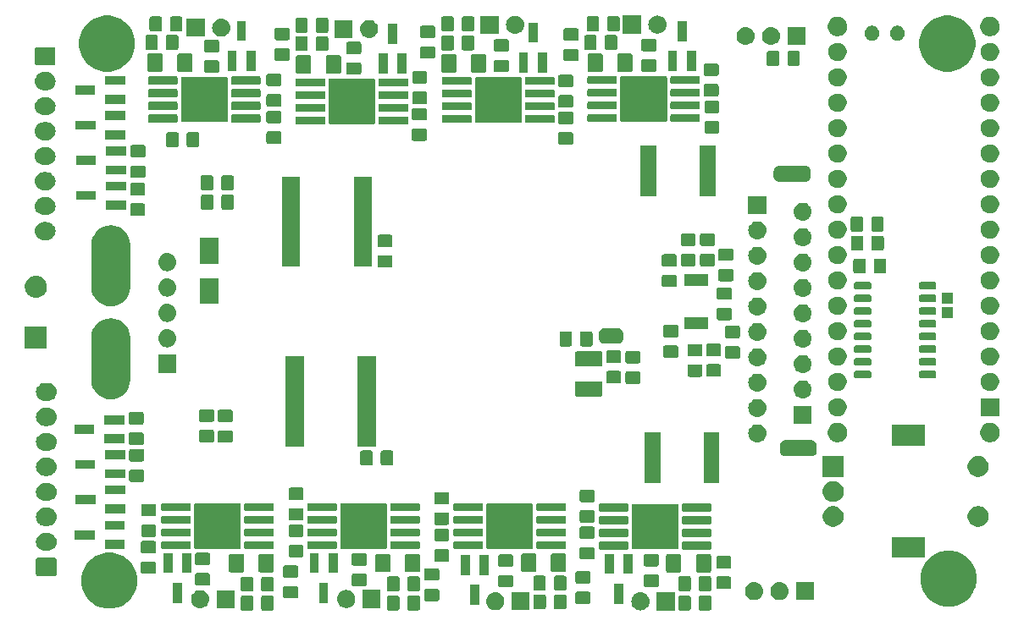
<source format=gbr>
%TF.GenerationSoftware,KiCad,Pcbnew,5.1.4*%
%TF.CreationDate,2019-11-11T17:30:35+01:00*%
%TF.ProjectId,charger2,63686172-6765-4723-922e-6b696361645f,rev?*%
%TF.SameCoordinates,Original*%
%TF.FileFunction,Soldermask,Top*%
%TF.FilePolarity,Negative*%
%FSLAX46Y46*%
G04 Gerber Fmt 4.6, Leading zero omitted, Abs format (unit mm)*
G04 Created by KiCad (PCBNEW 5.1.4) date 2019-11-11 17:30:35*
%MOMM*%
%LPD*%
G04 APERTURE LIST*
%ADD10C,0.100000*%
G04 APERTURE END LIST*
D10*
G36*
X138863954Y-124550285D02*
G01*
X138901647Y-124561719D01*
X138936383Y-124580286D01*
X138966828Y-124605272D01*
X138991814Y-124635717D01*
X139010381Y-124670453D01*
X139021815Y-124708146D01*
X139026280Y-124753481D01*
X139026280Y-125840159D01*
X139021815Y-125885494D01*
X139010381Y-125923187D01*
X138991814Y-125957923D01*
X138966828Y-125988368D01*
X138936383Y-126013354D01*
X138901647Y-126031921D01*
X138863954Y-126043355D01*
X138818619Y-126047820D01*
X137981941Y-126047820D01*
X137936606Y-126043355D01*
X137898913Y-126031921D01*
X137864177Y-126013354D01*
X137833732Y-125988368D01*
X137808746Y-125957923D01*
X137790179Y-125923187D01*
X137778745Y-125885494D01*
X137774280Y-125840159D01*
X137774280Y-124753481D01*
X137778745Y-124708146D01*
X137790179Y-124670453D01*
X137808746Y-124635717D01*
X137833732Y-124605272D01*
X137864177Y-124580286D01*
X137898913Y-124561719D01*
X137936606Y-124550285D01*
X137981941Y-124545820D01*
X138818619Y-124545820D01*
X138863954Y-124550285D01*
X138863954Y-124550285D01*
G37*
G36*
X136813954Y-124550285D02*
G01*
X136851647Y-124561719D01*
X136886383Y-124580286D01*
X136916828Y-124605272D01*
X136941814Y-124635717D01*
X136960381Y-124670453D01*
X136971815Y-124708146D01*
X136976280Y-124753481D01*
X136976280Y-125840159D01*
X136971815Y-125885494D01*
X136960381Y-125923187D01*
X136941814Y-125957923D01*
X136916828Y-125988368D01*
X136886383Y-126013354D01*
X136851647Y-126031921D01*
X136813954Y-126043355D01*
X136768619Y-126047820D01*
X135931941Y-126047820D01*
X135886606Y-126043355D01*
X135848913Y-126031921D01*
X135814177Y-126013354D01*
X135783732Y-125988368D01*
X135758746Y-125957923D01*
X135740179Y-125923187D01*
X135728745Y-125885494D01*
X135724280Y-125840159D01*
X135724280Y-124753481D01*
X135728745Y-124708146D01*
X135740179Y-124670453D01*
X135758746Y-124635717D01*
X135783732Y-124605272D01*
X135814177Y-124580286D01*
X135848913Y-124561719D01*
X135886606Y-124550285D01*
X135931941Y-124545820D01*
X136768619Y-124545820D01*
X136813954Y-124550285D01*
X136813954Y-124550285D01*
G37*
G36*
X180545754Y-124533885D02*
G01*
X180583447Y-124545319D01*
X180618183Y-124563886D01*
X180648628Y-124588872D01*
X180673614Y-124619317D01*
X180692181Y-124654053D01*
X180703615Y-124691746D01*
X180708080Y-124737081D01*
X180708080Y-125823759D01*
X180703615Y-125869094D01*
X180692181Y-125906787D01*
X180673614Y-125941523D01*
X180648628Y-125971968D01*
X180618183Y-125996954D01*
X180583447Y-126015521D01*
X180545754Y-126026955D01*
X180500419Y-126031420D01*
X179663741Y-126031420D01*
X179618406Y-126026955D01*
X179580713Y-126015521D01*
X179545977Y-125996954D01*
X179515532Y-125971968D01*
X179490546Y-125941523D01*
X179471979Y-125906787D01*
X179460545Y-125869094D01*
X179456080Y-125823759D01*
X179456080Y-124737081D01*
X179460545Y-124691746D01*
X179471979Y-124654053D01*
X179490546Y-124619317D01*
X179515532Y-124588872D01*
X179545977Y-124563886D01*
X179580713Y-124545319D01*
X179618406Y-124533885D01*
X179663741Y-124529420D01*
X180500419Y-124529420D01*
X180545754Y-124533885D01*
X180545754Y-124533885D01*
G37*
G36*
X182595754Y-124533885D02*
G01*
X182633447Y-124545319D01*
X182668183Y-124563886D01*
X182698628Y-124588872D01*
X182723614Y-124619317D01*
X182742181Y-124654053D01*
X182753615Y-124691746D01*
X182758080Y-124737081D01*
X182758080Y-125823759D01*
X182753615Y-125869094D01*
X182742181Y-125906787D01*
X182723614Y-125941523D01*
X182698628Y-125971968D01*
X182668183Y-125996954D01*
X182633447Y-126015521D01*
X182595754Y-126026955D01*
X182550419Y-126031420D01*
X181713741Y-126031420D01*
X181668406Y-126026955D01*
X181630713Y-126015521D01*
X181595977Y-125996954D01*
X181565532Y-125971968D01*
X181540546Y-125941523D01*
X181521979Y-125906787D01*
X181510545Y-125869094D01*
X181506080Y-125823759D01*
X181506080Y-124737081D01*
X181510545Y-124691746D01*
X181521979Y-124654053D01*
X181540546Y-124619317D01*
X181565532Y-124588872D01*
X181595977Y-124563886D01*
X181630713Y-124545319D01*
X181668406Y-124533885D01*
X181713741Y-124529420D01*
X182550419Y-124529420D01*
X182595754Y-124533885D01*
X182595754Y-124533885D01*
G37*
G36*
X153475554Y-124533485D02*
G01*
X153513247Y-124544919D01*
X153547983Y-124563486D01*
X153578428Y-124588472D01*
X153603414Y-124618917D01*
X153621981Y-124653653D01*
X153633415Y-124691346D01*
X153637880Y-124736681D01*
X153637880Y-125823359D01*
X153633415Y-125868694D01*
X153621981Y-125906387D01*
X153603414Y-125941123D01*
X153578428Y-125971568D01*
X153547983Y-125996554D01*
X153513247Y-126015121D01*
X153475554Y-126026555D01*
X153430219Y-126031020D01*
X152593541Y-126031020D01*
X152548206Y-126026555D01*
X152510513Y-126015121D01*
X152475777Y-125996554D01*
X152445332Y-125971568D01*
X152420346Y-125941123D01*
X152401779Y-125906387D01*
X152390345Y-125868694D01*
X152385880Y-125823359D01*
X152385880Y-124736681D01*
X152390345Y-124691346D01*
X152401779Y-124653653D01*
X152420346Y-124618917D01*
X152445332Y-124588472D01*
X152475777Y-124563486D01*
X152510513Y-124544919D01*
X152548206Y-124533485D01*
X152593541Y-124529020D01*
X153430219Y-124529020D01*
X153475554Y-124533485D01*
X153475554Y-124533485D01*
G37*
G36*
X151425554Y-124533485D02*
G01*
X151463247Y-124544919D01*
X151497983Y-124563486D01*
X151528428Y-124588472D01*
X151553414Y-124618917D01*
X151571981Y-124653653D01*
X151583415Y-124691346D01*
X151587880Y-124736681D01*
X151587880Y-125823359D01*
X151583415Y-125868694D01*
X151571981Y-125906387D01*
X151553414Y-125941123D01*
X151528428Y-125971568D01*
X151497983Y-125996554D01*
X151463247Y-126015121D01*
X151425554Y-126026555D01*
X151380219Y-126031020D01*
X150543541Y-126031020D01*
X150498206Y-126026555D01*
X150460513Y-126015121D01*
X150425777Y-125996554D01*
X150395332Y-125971568D01*
X150370346Y-125941123D01*
X150351779Y-125906387D01*
X150340345Y-125868694D01*
X150335880Y-125823359D01*
X150335880Y-124736681D01*
X150340345Y-124691346D01*
X150351779Y-124653653D01*
X150370346Y-124618917D01*
X150395332Y-124588472D01*
X150425777Y-124563486D01*
X150460513Y-124544919D01*
X150498206Y-124533485D01*
X150543541Y-124529020D01*
X151380219Y-124529020D01*
X151425554Y-124533485D01*
X151425554Y-124533485D01*
G37*
G36*
X175781923Y-124233539D02*
G01*
X175848107Y-124240057D01*
X176017946Y-124291577D01*
X176017948Y-124291578D01*
X176063296Y-124315817D01*
X176174471Y-124375242D01*
X176210209Y-124404572D01*
X176311666Y-124487834D01*
X176383109Y-124574889D01*
X176424258Y-124625029D01*
X176429873Y-124635534D01*
X176490253Y-124748495D01*
X176507923Y-124781554D01*
X176559443Y-124951393D01*
X176576839Y-125128020D01*
X176559443Y-125304647D01*
X176507923Y-125474486D01*
X176507922Y-125474488D01*
X176483485Y-125520206D01*
X176424258Y-125631011D01*
X176409004Y-125649598D01*
X176311666Y-125768206D01*
X176211874Y-125850102D01*
X176174471Y-125880798D01*
X176017946Y-125964463D01*
X175848107Y-126015983D01*
X175781923Y-126022501D01*
X175715740Y-126029020D01*
X175627220Y-126029020D01*
X175561037Y-126022501D01*
X175494853Y-126015983D01*
X175325014Y-125964463D01*
X175168489Y-125880798D01*
X175131086Y-125850102D01*
X175031294Y-125768206D01*
X174933956Y-125649598D01*
X174918702Y-125631011D01*
X174859475Y-125520206D01*
X174835038Y-125474488D01*
X174835037Y-125474486D01*
X174783517Y-125304647D01*
X174766121Y-125128020D01*
X174783517Y-124951393D01*
X174835037Y-124781554D01*
X174852708Y-124748495D01*
X174913087Y-124635534D01*
X174918702Y-124625029D01*
X174959851Y-124574889D01*
X175031294Y-124487834D01*
X175132751Y-124404572D01*
X175168489Y-124375242D01*
X175279664Y-124315817D01*
X175325012Y-124291578D01*
X175325014Y-124291577D01*
X175494853Y-124240057D01*
X175561037Y-124233539D01*
X175627220Y-124227020D01*
X175715740Y-124227020D01*
X175781923Y-124233539D01*
X175781923Y-124233539D01*
G37*
G36*
X179112480Y-126029020D02*
G01*
X177310480Y-126029020D01*
X177310480Y-124227020D01*
X179112480Y-124227020D01*
X179112480Y-126029020D01*
X179112480Y-126029020D01*
G37*
G36*
X161269522Y-124207252D02*
G01*
X161344707Y-124214657D01*
X161514546Y-124266177D01*
X161671071Y-124349842D01*
X161702021Y-124375242D01*
X161808266Y-124462434D01*
X161889746Y-124561719D01*
X161920858Y-124599629D01*
X162004523Y-124756154D01*
X162056043Y-124925993D01*
X162073439Y-125102620D01*
X162056043Y-125279247D01*
X162019471Y-125399809D01*
X162004522Y-125449088D01*
X161990946Y-125474486D01*
X161920858Y-125605611D01*
X161898546Y-125632798D01*
X161808266Y-125742806D01*
X161723531Y-125812345D01*
X161671071Y-125855398D01*
X161514546Y-125939063D01*
X161344707Y-125990583D01*
X161284081Y-125996554D01*
X161212340Y-126003620D01*
X161123820Y-126003620D01*
X161052079Y-125996554D01*
X160991453Y-125990583D01*
X160821614Y-125939063D01*
X160665089Y-125855398D01*
X160612629Y-125812345D01*
X160527894Y-125742806D01*
X160437614Y-125632798D01*
X160415302Y-125605611D01*
X160345214Y-125474486D01*
X160331638Y-125449088D01*
X160316689Y-125399809D01*
X160280117Y-125279247D01*
X160262721Y-125102620D01*
X160280117Y-124925993D01*
X160331637Y-124756154D01*
X160415302Y-124599629D01*
X160446414Y-124561719D01*
X160527894Y-124462434D01*
X160634139Y-124375242D01*
X160665089Y-124349842D01*
X160821614Y-124266177D01*
X160991453Y-124214657D01*
X161066638Y-124207252D01*
X161123820Y-124201620D01*
X161212340Y-124201620D01*
X161269522Y-124207252D01*
X161269522Y-124207252D01*
G37*
G36*
X164609080Y-126003620D02*
G01*
X162807080Y-126003620D01*
X162807080Y-124201620D01*
X164609080Y-124201620D01*
X164609080Y-126003620D01*
X164609080Y-126003620D01*
G37*
G36*
X166067754Y-124432285D02*
G01*
X166105447Y-124443719D01*
X166140183Y-124462286D01*
X166170628Y-124487272D01*
X166195614Y-124517717D01*
X166214181Y-124552453D01*
X166225615Y-124590146D01*
X166230080Y-124635481D01*
X166230080Y-125722159D01*
X166225615Y-125767494D01*
X166214181Y-125805187D01*
X166195614Y-125839923D01*
X166170628Y-125870368D01*
X166140183Y-125895354D01*
X166105447Y-125913921D01*
X166067754Y-125925355D01*
X166022419Y-125929820D01*
X165185741Y-125929820D01*
X165140406Y-125925355D01*
X165102713Y-125913921D01*
X165067977Y-125895354D01*
X165037532Y-125870368D01*
X165012546Y-125839923D01*
X164993979Y-125805187D01*
X164982545Y-125767494D01*
X164978080Y-125722159D01*
X164978080Y-124635481D01*
X164982545Y-124590146D01*
X164993979Y-124552453D01*
X165012546Y-124517717D01*
X165037532Y-124487272D01*
X165067977Y-124462286D01*
X165102713Y-124443719D01*
X165140406Y-124432285D01*
X165185741Y-124427820D01*
X166022419Y-124427820D01*
X166067754Y-124432285D01*
X166067754Y-124432285D01*
G37*
G36*
X168117754Y-124432285D02*
G01*
X168155447Y-124443719D01*
X168190183Y-124462286D01*
X168220628Y-124487272D01*
X168245614Y-124517717D01*
X168264181Y-124552453D01*
X168275615Y-124590146D01*
X168280080Y-124635481D01*
X168280080Y-125722159D01*
X168275615Y-125767494D01*
X168264181Y-125805187D01*
X168245614Y-125839923D01*
X168220628Y-125870368D01*
X168190183Y-125895354D01*
X168155447Y-125913921D01*
X168117754Y-125925355D01*
X168072419Y-125929820D01*
X167235741Y-125929820D01*
X167190406Y-125925355D01*
X167152713Y-125913921D01*
X167117977Y-125895354D01*
X167087532Y-125870368D01*
X167062546Y-125839923D01*
X167043979Y-125805187D01*
X167032545Y-125767494D01*
X167028080Y-125722159D01*
X167028080Y-124635481D01*
X167032545Y-124590146D01*
X167043979Y-124552453D01*
X167062546Y-124517717D01*
X167087532Y-124487272D01*
X167117977Y-124462286D01*
X167152713Y-124443719D01*
X167190406Y-124432285D01*
X167235741Y-124427820D01*
X168072419Y-124427820D01*
X168117754Y-124432285D01*
X168117754Y-124432285D01*
G37*
G36*
X123397421Y-120356940D02*
G01*
X123907169Y-120568085D01*
X123907171Y-120568086D01*
X124365934Y-120874621D01*
X124756079Y-121264766D01*
X125062614Y-121723529D01*
X125062615Y-121723531D01*
X125273760Y-122233279D01*
X125381400Y-122774424D01*
X125381400Y-123326176D01*
X125273760Y-123867321D01*
X125062631Y-124377031D01*
X125062614Y-124377071D01*
X124756079Y-124835834D01*
X124365934Y-125225979D01*
X123907171Y-125532514D01*
X123907170Y-125532515D01*
X123907169Y-125532515D01*
X123397421Y-125743660D01*
X122856276Y-125851300D01*
X122304524Y-125851300D01*
X121763379Y-125743660D01*
X121253631Y-125532515D01*
X121253630Y-125532515D01*
X121253629Y-125532514D01*
X120794866Y-125225979D01*
X120404721Y-124835834D01*
X120098186Y-124377071D01*
X120098169Y-124377031D01*
X119887040Y-123867321D01*
X119779400Y-123326176D01*
X119779400Y-122774424D01*
X119887040Y-122233279D01*
X120098185Y-121723531D01*
X120098186Y-121723529D01*
X120404721Y-121264766D01*
X120794866Y-120874621D01*
X121253629Y-120568086D01*
X121253631Y-120568085D01*
X121763379Y-120356940D01*
X122304524Y-120249300D01*
X122856276Y-120249300D01*
X123397421Y-120356940D01*
X123397421Y-120356940D01*
G37*
G36*
X135101280Y-125797820D02*
G01*
X133299280Y-125797820D01*
X133299280Y-123995820D01*
X135101280Y-123995820D01*
X135101280Y-125797820D01*
X135101280Y-125797820D01*
G37*
G36*
X131770723Y-124002339D02*
G01*
X131836907Y-124008857D01*
X132006746Y-124060377D01*
X132163271Y-124144042D01*
X132187223Y-124163699D01*
X132300466Y-124256634D01*
X132376958Y-124349841D01*
X132413058Y-124393829D01*
X132413059Y-124393831D01*
X132485534Y-124529420D01*
X132496723Y-124550354D01*
X132548243Y-124720193D01*
X132565639Y-124896820D01*
X132548243Y-125073447D01*
X132496723Y-125243286D01*
X132413058Y-125399811D01*
X132383728Y-125435549D01*
X132300466Y-125537006D01*
X132216869Y-125605611D01*
X132163271Y-125649598D01*
X132006746Y-125733263D01*
X131836907Y-125784783D01*
X131770723Y-125791301D01*
X131704540Y-125797820D01*
X131616020Y-125797820D01*
X131549837Y-125791301D01*
X131483653Y-125784783D01*
X131313814Y-125733263D01*
X131157289Y-125649598D01*
X131103691Y-125605611D01*
X131020094Y-125537006D01*
X130936832Y-125435549D01*
X130907502Y-125399811D01*
X130823837Y-125243286D01*
X130772317Y-125073447D01*
X130754921Y-124896820D01*
X130772317Y-124720193D01*
X130823837Y-124550354D01*
X130835027Y-124529420D01*
X130907501Y-124393831D01*
X130907502Y-124393829D01*
X130943602Y-124349841D01*
X131020094Y-124256634D01*
X131133337Y-124163699D01*
X131157289Y-124144042D01*
X131313814Y-124060377D01*
X131483653Y-124008857D01*
X131549837Y-124002339D01*
X131616020Y-123995820D01*
X131704540Y-123995820D01*
X131770723Y-124002339D01*
X131770723Y-124002339D01*
G37*
G36*
X149712880Y-125781020D02*
G01*
X147910880Y-125781020D01*
X147910880Y-123979020D01*
X149712880Y-123979020D01*
X149712880Y-125781020D01*
X149712880Y-125781020D01*
G37*
G36*
X146381871Y-123985494D02*
G01*
X146448507Y-123992057D01*
X146618346Y-124043577D01*
X146774871Y-124127242D01*
X146810609Y-124156572D01*
X146912066Y-124239834D01*
X146995328Y-124341291D01*
X147024658Y-124377029D01*
X147024659Y-124377031D01*
X147083886Y-124487835D01*
X147108323Y-124533554D01*
X147159843Y-124703393D01*
X147177239Y-124880020D01*
X147159843Y-125056647D01*
X147108323Y-125226486D01*
X147024658Y-125383011D01*
X147010872Y-125399809D01*
X146912066Y-125520206D01*
X146810609Y-125603468D01*
X146774871Y-125632798D01*
X146618346Y-125716463D01*
X146448507Y-125767983D01*
X146382323Y-125774501D01*
X146316140Y-125781020D01*
X146227620Y-125781020D01*
X146161437Y-125774501D01*
X146095253Y-125767983D01*
X145925414Y-125716463D01*
X145768889Y-125632798D01*
X145733151Y-125603468D01*
X145631694Y-125520206D01*
X145532888Y-125399809D01*
X145519102Y-125383011D01*
X145435437Y-125226486D01*
X145383917Y-125056647D01*
X145366521Y-124880020D01*
X145383917Y-124703393D01*
X145435437Y-124533554D01*
X145459875Y-124487835D01*
X145519101Y-124377031D01*
X145519102Y-124377029D01*
X145548432Y-124341291D01*
X145631694Y-124239834D01*
X145733151Y-124156572D01*
X145768889Y-124127242D01*
X145925414Y-124043577D01*
X146095253Y-123992057D01*
X146161889Y-123985494D01*
X146227620Y-123979020D01*
X146316140Y-123979020D01*
X146381871Y-123985494D01*
X146381871Y-123985494D01*
G37*
G36*
X207297021Y-120156640D02*
G01*
X207806769Y-120367785D01*
X207806771Y-120367786D01*
X208265534Y-120674321D01*
X208655679Y-121064466D01*
X208953170Y-121509694D01*
X208962215Y-121523231D01*
X209173360Y-122032979D01*
X209281000Y-122574124D01*
X209281000Y-123125876D01*
X209173360Y-123667021D01*
X208975771Y-124144041D01*
X208962214Y-124176771D01*
X208655679Y-124635534D01*
X208265534Y-125025679D01*
X207806771Y-125332214D01*
X207806770Y-125332215D01*
X207806769Y-125332215D01*
X207297021Y-125543360D01*
X206755876Y-125651000D01*
X206204124Y-125651000D01*
X205662979Y-125543360D01*
X205153231Y-125332215D01*
X205153230Y-125332215D01*
X205153229Y-125332214D01*
X204694466Y-125025679D01*
X204304321Y-124635534D01*
X203997786Y-124176771D01*
X203984229Y-124144041D01*
X203786640Y-123667021D01*
X203679000Y-123125876D01*
X203679000Y-122574124D01*
X203786640Y-122032979D01*
X203997785Y-121523231D01*
X204006830Y-121509694D01*
X204304321Y-121064466D01*
X204694466Y-120674321D01*
X205153229Y-120367786D01*
X205153231Y-120367785D01*
X205662979Y-120156640D01*
X206204124Y-120049000D01*
X206755876Y-120049000D01*
X207297021Y-120156640D01*
X207297021Y-120156640D01*
G37*
G36*
X159561680Y-125470020D02*
G01*
X158659680Y-125470020D01*
X158659680Y-123468020D01*
X159561680Y-123468020D01*
X159561680Y-125470020D01*
X159561680Y-125470020D01*
G37*
G36*
X170527374Y-124152265D02*
G01*
X170565067Y-124163699D01*
X170599803Y-124182266D01*
X170630248Y-124207252D01*
X170655234Y-124237697D01*
X170673801Y-124272433D01*
X170685235Y-124310126D01*
X170689700Y-124355461D01*
X170689700Y-125192139D01*
X170685235Y-125237474D01*
X170673801Y-125275167D01*
X170655234Y-125309903D01*
X170630248Y-125340348D01*
X170599803Y-125365334D01*
X170565067Y-125383901D01*
X170527374Y-125395335D01*
X170482039Y-125399800D01*
X169395361Y-125399800D01*
X169350026Y-125395335D01*
X169312333Y-125383901D01*
X169277597Y-125365334D01*
X169247152Y-125340348D01*
X169222166Y-125309903D01*
X169203599Y-125275167D01*
X169192165Y-125237474D01*
X169187700Y-125192139D01*
X169187700Y-124355461D01*
X169192165Y-124310126D01*
X169203599Y-124272433D01*
X169222166Y-124237697D01*
X169247152Y-124207252D01*
X169277597Y-124182266D01*
X169312333Y-124163699D01*
X169350026Y-124152265D01*
X169395361Y-124147800D01*
X170482039Y-124147800D01*
X170527374Y-124152265D01*
X170527374Y-124152265D01*
G37*
G36*
X173963480Y-125368420D02*
G01*
X173061480Y-125368420D01*
X173061480Y-123366420D01*
X173963480Y-123366420D01*
X173963480Y-125368420D01*
X173963480Y-125368420D01*
G37*
G36*
X129851280Y-125297820D02*
G01*
X128949280Y-125297820D01*
X128949280Y-123295820D01*
X129851280Y-123295820D01*
X129851280Y-125297820D01*
X129851280Y-125297820D01*
G37*
G36*
X144462880Y-125281020D02*
G01*
X143560880Y-125281020D01*
X143560880Y-123279020D01*
X144462880Y-123279020D01*
X144462880Y-125281020D01*
X144462880Y-125281020D01*
G37*
G36*
X155400554Y-123858485D02*
G01*
X155438247Y-123869919D01*
X155472983Y-123888486D01*
X155503428Y-123913472D01*
X155528414Y-123943917D01*
X155546981Y-123978653D01*
X155558415Y-124016346D01*
X155562880Y-124061681D01*
X155562880Y-124898359D01*
X155558415Y-124943694D01*
X155546981Y-124981387D01*
X155528414Y-125016123D01*
X155503428Y-125046568D01*
X155472983Y-125071554D01*
X155438247Y-125090121D01*
X155400554Y-125101555D01*
X155355219Y-125106020D01*
X154268541Y-125106020D01*
X154223206Y-125101555D01*
X154185513Y-125090121D01*
X154150777Y-125071554D01*
X154120332Y-125046568D01*
X154095346Y-125016123D01*
X154076779Y-124981387D01*
X154065345Y-124943694D01*
X154060880Y-124898359D01*
X154060880Y-124061681D01*
X154065345Y-124016346D01*
X154076779Y-123978653D01*
X154095346Y-123943917D01*
X154120332Y-123913472D01*
X154150777Y-123888486D01*
X154185513Y-123869919D01*
X154223206Y-123858485D01*
X154268541Y-123854020D01*
X155355219Y-123854020D01*
X155400554Y-123858485D01*
X155400554Y-123858485D01*
G37*
G36*
X189683342Y-123197218D02*
G01*
X189749527Y-123203737D01*
X189919366Y-123255257D01*
X190075891Y-123338922D01*
X190109397Y-123366420D01*
X190213086Y-123451514D01*
X190277251Y-123529701D01*
X190325678Y-123588709D01*
X190409343Y-123745234D01*
X190460863Y-123915073D01*
X190478259Y-124091700D01*
X190460863Y-124268327D01*
X190412481Y-124427820D01*
X190409342Y-124438168D01*
X190396371Y-124462434D01*
X190325678Y-124594691D01*
X190308880Y-124615159D01*
X190213086Y-124731886D01*
X190127526Y-124802102D01*
X190075891Y-124844478D01*
X189919366Y-124928143D01*
X189749527Y-124979663D01*
X189683342Y-124986182D01*
X189617160Y-124992700D01*
X189528640Y-124992700D01*
X189462458Y-124986182D01*
X189396273Y-124979663D01*
X189226434Y-124928143D01*
X189069909Y-124844478D01*
X189018274Y-124802102D01*
X188932714Y-124731886D01*
X188836920Y-124615159D01*
X188820122Y-124594691D01*
X188749429Y-124462434D01*
X188736458Y-124438168D01*
X188733319Y-124427820D01*
X188684937Y-124268327D01*
X188667541Y-124091700D01*
X188684937Y-123915073D01*
X188736457Y-123745234D01*
X188820122Y-123588709D01*
X188868549Y-123529701D01*
X188932714Y-123451514D01*
X189036403Y-123366420D01*
X189069909Y-123338922D01*
X189226434Y-123255257D01*
X189396273Y-123203737D01*
X189462458Y-123197218D01*
X189528640Y-123190700D01*
X189617160Y-123190700D01*
X189683342Y-123197218D01*
X189683342Y-123197218D01*
G37*
G36*
X187143342Y-123197218D02*
G01*
X187209527Y-123203737D01*
X187379366Y-123255257D01*
X187535891Y-123338922D01*
X187569397Y-123366420D01*
X187673086Y-123451514D01*
X187737251Y-123529701D01*
X187785678Y-123588709D01*
X187869343Y-123745234D01*
X187920863Y-123915073D01*
X187938259Y-124091700D01*
X187920863Y-124268327D01*
X187872481Y-124427820D01*
X187869342Y-124438168D01*
X187856371Y-124462434D01*
X187785678Y-124594691D01*
X187768880Y-124615159D01*
X187673086Y-124731886D01*
X187587526Y-124802102D01*
X187535891Y-124844478D01*
X187379366Y-124928143D01*
X187209527Y-124979663D01*
X187143342Y-124986182D01*
X187077160Y-124992700D01*
X186988640Y-124992700D01*
X186922458Y-124986182D01*
X186856273Y-124979663D01*
X186686434Y-124928143D01*
X186529909Y-124844478D01*
X186478274Y-124802102D01*
X186392714Y-124731886D01*
X186296920Y-124615159D01*
X186280122Y-124594691D01*
X186209429Y-124462434D01*
X186196458Y-124438168D01*
X186193319Y-124427820D01*
X186144937Y-124268327D01*
X186127541Y-124091700D01*
X186144937Y-123915073D01*
X186196457Y-123745234D01*
X186280122Y-123588709D01*
X186328549Y-123529701D01*
X186392714Y-123451514D01*
X186496403Y-123366420D01*
X186529909Y-123338922D01*
X186686434Y-123255257D01*
X186856273Y-123203737D01*
X186922458Y-123197218D01*
X186988640Y-123190700D01*
X187077160Y-123190700D01*
X187143342Y-123197218D01*
X187143342Y-123197218D01*
G37*
G36*
X193013900Y-124992700D02*
G01*
X191211900Y-124992700D01*
X191211900Y-123190700D01*
X193013900Y-123190700D01*
X193013900Y-124992700D01*
X193013900Y-124992700D01*
G37*
G36*
X141304674Y-123575285D02*
G01*
X141342367Y-123586719D01*
X141377103Y-123605286D01*
X141407548Y-123630272D01*
X141432534Y-123660717D01*
X141451101Y-123695453D01*
X141462535Y-123733146D01*
X141467000Y-123778481D01*
X141467000Y-124615159D01*
X141462535Y-124660494D01*
X141451101Y-124698187D01*
X141432534Y-124732923D01*
X141407548Y-124763368D01*
X141377103Y-124788354D01*
X141342367Y-124806921D01*
X141304674Y-124818355D01*
X141259339Y-124822820D01*
X140172661Y-124822820D01*
X140127326Y-124818355D01*
X140089633Y-124806921D01*
X140054897Y-124788354D01*
X140024452Y-124763368D01*
X139999466Y-124732923D01*
X139980899Y-124698187D01*
X139969465Y-124660494D01*
X139965000Y-124615159D01*
X139965000Y-123778481D01*
X139969465Y-123733146D01*
X139980899Y-123695453D01*
X139999466Y-123660717D01*
X140024452Y-123630272D01*
X140054897Y-123605286D01*
X140089633Y-123586719D01*
X140127326Y-123575285D01*
X140172661Y-123570820D01*
X141259339Y-123570820D01*
X141304674Y-123575285D01*
X141304674Y-123575285D01*
G37*
G36*
X136813954Y-122650285D02*
G01*
X136851647Y-122661719D01*
X136886383Y-122680286D01*
X136916828Y-122705272D01*
X136941814Y-122735717D01*
X136960381Y-122770453D01*
X136971815Y-122808146D01*
X136976280Y-122853481D01*
X136976280Y-123940159D01*
X136971815Y-123985494D01*
X136960381Y-124023187D01*
X136941814Y-124057923D01*
X136916828Y-124088368D01*
X136886383Y-124113354D01*
X136851647Y-124131921D01*
X136813954Y-124143355D01*
X136768619Y-124147820D01*
X135931941Y-124147820D01*
X135886606Y-124143355D01*
X135848913Y-124131921D01*
X135814177Y-124113354D01*
X135783732Y-124088368D01*
X135758746Y-124057923D01*
X135740179Y-124023187D01*
X135728745Y-123985494D01*
X135724280Y-123940159D01*
X135724280Y-122853481D01*
X135728745Y-122808146D01*
X135740179Y-122770453D01*
X135758746Y-122735717D01*
X135783732Y-122705272D01*
X135814177Y-122680286D01*
X135848913Y-122661719D01*
X135886606Y-122650285D01*
X135931941Y-122645820D01*
X136768619Y-122645820D01*
X136813954Y-122650285D01*
X136813954Y-122650285D01*
G37*
G36*
X138863954Y-122650285D02*
G01*
X138901647Y-122661719D01*
X138936383Y-122680286D01*
X138966828Y-122705272D01*
X138991814Y-122735717D01*
X139010381Y-122770453D01*
X139021815Y-122808146D01*
X139026280Y-122853481D01*
X139026280Y-123940159D01*
X139021815Y-123985494D01*
X139010381Y-124023187D01*
X138991814Y-124057923D01*
X138966828Y-124088368D01*
X138936383Y-124113354D01*
X138901647Y-124131921D01*
X138863954Y-124143355D01*
X138818619Y-124147820D01*
X137981941Y-124147820D01*
X137936606Y-124143355D01*
X137898913Y-124131921D01*
X137864177Y-124113354D01*
X137833732Y-124088368D01*
X137808746Y-124057923D01*
X137790179Y-124023187D01*
X137778745Y-123985494D01*
X137774280Y-123940159D01*
X137774280Y-122853481D01*
X137778745Y-122808146D01*
X137790179Y-122770453D01*
X137808746Y-122735717D01*
X137833732Y-122705272D01*
X137864177Y-122680286D01*
X137898913Y-122661719D01*
X137936606Y-122650285D01*
X137981941Y-122645820D01*
X138818619Y-122645820D01*
X138863954Y-122650285D01*
X138863954Y-122650285D01*
G37*
G36*
X153475554Y-122633485D02*
G01*
X153513247Y-122644919D01*
X153547983Y-122663486D01*
X153578428Y-122688472D01*
X153603414Y-122718917D01*
X153621981Y-122753653D01*
X153633415Y-122791346D01*
X153637880Y-122836681D01*
X153637880Y-123923359D01*
X153633415Y-123968694D01*
X153621981Y-124006387D01*
X153603414Y-124041123D01*
X153578428Y-124071568D01*
X153547983Y-124096554D01*
X153513247Y-124115121D01*
X153475554Y-124126555D01*
X153430219Y-124131020D01*
X152593541Y-124131020D01*
X152548206Y-124126555D01*
X152510513Y-124115121D01*
X152475777Y-124096554D01*
X152445332Y-124071568D01*
X152420346Y-124041123D01*
X152401779Y-124006387D01*
X152390345Y-123968694D01*
X152385880Y-123923359D01*
X152385880Y-122836681D01*
X152390345Y-122791346D01*
X152401779Y-122753653D01*
X152420346Y-122718917D01*
X152445332Y-122688472D01*
X152475777Y-122663486D01*
X152510513Y-122644919D01*
X152548206Y-122633485D01*
X152593541Y-122629020D01*
X153430219Y-122629020D01*
X153475554Y-122633485D01*
X153475554Y-122633485D01*
G37*
G36*
X151425554Y-122633485D02*
G01*
X151463247Y-122644919D01*
X151497983Y-122663486D01*
X151528428Y-122688472D01*
X151553414Y-122718917D01*
X151571981Y-122753653D01*
X151583415Y-122791346D01*
X151587880Y-122836681D01*
X151587880Y-123923359D01*
X151583415Y-123968694D01*
X151571981Y-124006387D01*
X151553414Y-124041123D01*
X151528428Y-124071568D01*
X151497983Y-124096554D01*
X151463247Y-124115121D01*
X151425554Y-124126555D01*
X151380219Y-124131020D01*
X150543541Y-124131020D01*
X150498206Y-124126555D01*
X150460513Y-124115121D01*
X150425777Y-124096554D01*
X150395332Y-124071568D01*
X150370346Y-124041123D01*
X150351779Y-124006387D01*
X150340345Y-123968694D01*
X150335880Y-123923359D01*
X150335880Y-122836681D01*
X150340345Y-122791346D01*
X150351779Y-122753653D01*
X150370346Y-122718917D01*
X150395332Y-122688472D01*
X150425777Y-122663486D01*
X150460513Y-122644919D01*
X150498206Y-122633485D01*
X150543541Y-122629020D01*
X151380219Y-122629020D01*
X151425554Y-122633485D01*
X151425554Y-122633485D01*
G37*
G36*
X182604754Y-122603485D02*
G01*
X182642447Y-122614919D01*
X182677183Y-122633486D01*
X182707628Y-122658472D01*
X182732614Y-122688917D01*
X182751181Y-122723653D01*
X182762615Y-122761346D01*
X182767080Y-122806681D01*
X182767080Y-123893359D01*
X182762615Y-123938694D01*
X182751181Y-123976387D01*
X182732614Y-124011123D01*
X182707628Y-124041568D01*
X182677183Y-124066554D01*
X182642447Y-124085121D01*
X182604754Y-124096555D01*
X182559419Y-124101020D01*
X181722741Y-124101020D01*
X181677406Y-124096555D01*
X181639713Y-124085121D01*
X181604977Y-124066554D01*
X181574532Y-124041568D01*
X181549546Y-124011123D01*
X181530979Y-123976387D01*
X181519545Y-123938694D01*
X181515080Y-123893359D01*
X181515080Y-122806681D01*
X181519545Y-122761346D01*
X181530979Y-122723653D01*
X181549546Y-122688917D01*
X181574532Y-122658472D01*
X181604977Y-122633486D01*
X181639713Y-122614919D01*
X181677406Y-122603485D01*
X181722741Y-122599020D01*
X182559419Y-122599020D01*
X182604754Y-122603485D01*
X182604754Y-122603485D01*
G37*
G36*
X180554754Y-122603485D02*
G01*
X180592447Y-122614919D01*
X180627183Y-122633486D01*
X180657628Y-122658472D01*
X180682614Y-122688917D01*
X180701181Y-122723653D01*
X180712615Y-122761346D01*
X180717080Y-122806681D01*
X180717080Y-123893359D01*
X180712615Y-123938694D01*
X180701181Y-123976387D01*
X180682614Y-124011123D01*
X180657628Y-124041568D01*
X180627183Y-124066554D01*
X180592447Y-124085121D01*
X180554754Y-124096555D01*
X180509419Y-124101020D01*
X179672741Y-124101020D01*
X179627406Y-124096555D01*
X179589713Y-124085121D01*
X179554977Y-124066554D01*
X179524532Y-124041568D01*
X179499546Y-124011123D01*
X179480979Y-123976387D01*
X179469545Y-123938694D01*
X179465080Y-123893359D01*
X179465080Y-122806681D01*
X179469545Y-122761346D01*
X179480979Y-122723653D01*
X179499546Y-122688917D01*
X179524532Y-122658472D01*
X179554977Y-122633486D01*
X179589713Y-122614919D01*
X179627406Y-122603485D01*
X179672741Y-122599020D01*
X180509419Y-122599020D01*
X180554754Y-122603485D01*
X180554754Y-122603485D01*
G37*
G36*
X168108754Y-122552685D02*
G01*
X168146447Y-122564119D01*
X168181183Y-122582686D01*
X168211628Y-122607672D01*
X168236614Y-122638117D01*
X168255181Y-122672853D01*
X168266615Y-122710546D01*
X168271080Y-122755881D01*
X168271080Y-123842559D01*
X168266615Y-123887894D01*
X168255181Y-123925587D01*
X168236614Y-123960323D01*
X168211628Y-123990768D01*
X168181183Y-124015754D01*
X168146447Y-124034321D01*
X168108754Y-124045755D01*
X168063419Y-124050220D01*
X167226741Y-124050220D01*
X167181406Y-124045755D01*
X167143713Y-124034321D01*
X167108977Y-124015754D01*
X167078532Y-123990768D01*
X167053546Y-123960323D01*
X167034979Y-123925587D01*
X167023545Y-123887894D01*
X167019080Y-123842559D01*
X167019080Y-122755881D01*
X167023545Y-122710546D01*
X167034979Y-122672853D01*
X167053546Y-122638117D01*
X167078532Y-122607672D01*
X167108977Y-122582686D01*
X167143713Y-122564119D01*
X167181406Y-122552685D01*
X167226741Y-122548220D01*
X168063419Y-122548220D01*
X168108754Y-122552685D01*
X168108754Y-122552685D01*
G37*
G36*
X166058754Y-122552685D02*
G01*
X166096447Y-122564119D01*
X166131183Y-122582686D01*
X166161628Y-122607672D01*
X166186614Y-122638117D01*
X166205181Y-122672853D01*
X166216615Y-122710546D01*
X166221080Y-122755881D01*
X166221080Y-123842559D01*
X166216615Y-123887894D01*
X166205181Y-123925587D01*
X166186614Y-123960323D01*
X166161628Y-123990768D01*
X166131183Y-124015754D01*
X166096447Y-124034321D01*
X166058754Y-124045755D01*
X166013419Y-124050220D01*
X165176741Y-124050220D01*
X165131406Y-124045755D01*
X165093713Y-124034321D01*
X165058977Y-124015754D01*
X165028532Y-123990768D01*
X165003546Y-123960323D01*
X164984979Y-123925587D01*
X164973545Y-123887894D01*
X164969080Y-123842559D01*
X164969080Y-122755881D01*
X164973545Y-122710546D01*
X164984979Y-122672853D01*
X165003546Y-122638117D01*
X165028532Y-122607672D01*
X165058977Y-122582686D01*
X165093713Y-122564119D01*
X165131406Y-122552685D01*
X165176741Y-122548220D01*
X166013419Y-122548220D01*
X166058754Y-122552685D01*
X166058754Y-122552685D01*
G37*
G36*
X184591354Y-122635885D02*
G01*
X184629047Y-122647319D01*
X184663783Y-122665886D01*
X184694228Y-122690872D01*
X184719214Y-122721317D01*
X184737781Y-122756053D01*
X184749215Y-122793746D01*
X184753680Y-122839081D01*
X184753680Y-123675759D01*
X184749215Y-123721094D01*
X184737781Y-123758787D01*
X184719214Y-123793523D01*
X184694228Y-123823968D01*
X184663783Y-123848954D01*
X184629047Y-123867521D01*
X184591354Y-123878955D01*
X184546019Y-123883420D01*
X183459341Y-123883420D01*
X183414006Y-123878955D01*
X183376313Y-123867521D01*
X183341577Y-123848954D01*
X183311132Y-123823968D01*
X183286146Y-123793523D01*
X183267579Y-123758787D01*
X183256145Y-123721094D01*
X183251680Y-123675759D01*
X183251680Y-122839081D01*
X183256145Y-122793746D01*
X183267579Y-122756053D01*
X183286146Y-122721317D01*
X183311132Y-122690872D01*
X183341577Y-122665886D01*
X183376313Y-122647319D01*
X183414006Y-122635885D01*
X183459341Y-122631420D01*
X184546019Y-122631420D01*
X184591354Y-122635885D01*
X184591354Y-122635885D01*
G37*
G36*
X162798154Y-122474485D02*
G01*
X162835847Y-122485919D01*
X162870583Y-122504486D01*
X162901028Y-122529472D01*
X162926014Y-122559917D01*
X162944581Y-122594653D01*
X162956015Y-122632346D01*
X162960480Y-122677681D01*
X162960480Y-123514359D01*
X162956015Y-123559694D01*
X162944581Y-123597387D01*
X162926014Y-123632123D01*
X162901028Y-123662568D01*
X162870583Y-123687554D01*
X162835847Y-123706121D01*
X162798154Y-123717555D01*
X162752819Y-123722020D01*
X161666141Y-123722020D01*
X161620806Y-123717555D01*
X161583113Y-123706121D01*
X161548377Y-123687554D01*
X161517932Y-123662568D01*
X161492946Y-123632123D01*
X161474379Y-123597387D01*
X161462945Y-123559694D01*
X161458480Y-123514359D01*
X161458480Y-122677681D01*
X161462945Y-122632346D01*
X161474379Y-122594653D01*
X161492946Y-122559917D01*
X161517932Y-122529472D01*
X161548377Y-122504486D01*
X161583113Y-122485919D01*
X161620806Y-122474485D01*
X161666141Y-122470020D01*
X162752819Y-122470020D01*
X162798154Y-122474485D01*
X162798154Y-122474485D01*
G37*
G36*
X177352354Y-122423685D02*
G01*
X177390047Y-122435119D01*
X177424783Y-122453686D01*
X177455228Y-122478672D01*
X177480214Y-122509117D01*
X177498781Y-122543853D01*
X177510215Y-122581546D01*
X177514680Y-122626881D01*
X177514680Y-123463559D01*
X177510215Y-123508894D01*
X177498781Y-123546587D01*
X177480214Y-123581323D01*
X177455228Y-123611768D01*
X177424783Y-123636754D01*
X177390047Y-123655321D01*
X177352354Y-123666755D01*
X177307019Y-123671220D01*
X176220341Y-123671220D01*
X176175006Y-123666755D01*
X176137313Y-123655321D01*
X176102577Y-123636754D01*
X176072132Y-123611768D01*
X176047146Y-123581323D01*
X176028579Y-123546587D01*
X176017145Y-123508894D01*
X176012680Y-123463559D01*
X176012680Y-122626881D01*
X176017145Y-122581546D01*
X176028579Y-122543853D01*
X176047146Y-122509117D01*
X176072132Y-122478672D01*
X176102577Y-122453686D01*
X176137313Y-122435119D01*
X176175006Y-122423685D01*
X176220341Y-122419220D01*
X177307019Y-122419220D01*
X177352354Y-122423685D01*
X177352354Y-122423685D01*
G37*
G36*
X148162674Y-122348865D02*
G01*
X148200367Y-122360299D01*
X148235103Y-122378866D01*
X148265548Y-122403852D01*
X148290534Y-122434297D01*
X148309101Y-122469033D01*
X148320535Y-122506726D01*
X148325000Y-122552061D01*
X148325000Y-123388739D01*
X148320535Y-123434074D01*
X148309101Y-123471767D01*
X148290534Y-123506503D01*
X148265548Y-123536948D01*
X148235103Y-123561934D01*
X148200367Y-123580501D01*
X148162674Y-123591935D01*
X148117339Y-123596400D01*
X147030661Y-123596400D01*
X146985326Y-123591935D01*
X146947633Y-123580501D01*
X146912897Y-123561934D01*
X146882452Y-123536948D01*
X146857466Y-123506503D01*
X146838899Y-123471767D01*
X146827465Y-123434074D01*
X146823000Y-123388739D01*
X146823000Y-122552061D01*
X146827465Y-122506726D01*
X146838899Y-122469033D01*
X146857466Y-122434297D01*
X146882452Y-122403852D01*
X146912897Y-122378866D01*
X146947633Y-122360299D01*
X146985326Y-122348865D01*
X147030661Y-122344400D01*
X148117339Y-122344400D01*
X148162674Y-122348865D01*
X148162674Y-122348865D01*
G37*
G36*
X132490874Y-122298065D02*
G01*
X132528567Y-122309499D01*
X132563303Y-122328066D01*
X132593748Y-122353052D01*
X132618734Y-122383497D01*
X132637301Y-122418233D01*
X132648735Y-122455926D01*
X132653200Y-122501261D01*
X132653200Y-123337939D01*
X132648735Y-123383274D01*
X132637301Y-123420967D01*
X132618734Y-123455703D01*
X132593748Y-123486148D01*
X132563303Y-123511134D01*
X132528567Y-123529701D01*
X132490874Y-123541135D01*
X132445539Y-123545600D01*
X131358861Y-123545600D01*
X131313526Y-123541135D01*
X131275833Y-123529701D01*
X131241097Y-123511134D01*
X131210652Y-123486148D01*
X131185666Y-123455703D01*
X131167099Y-123420967D01*
X131155665Y-123383274D01*
X131151200Y-123337939D01*
X131151200Y-122501261D01*
X131155665Y-122455926D01*
X131167099Y-122418233D01*
X131185666Y-122383497D01*
X131210652Y-122353052D01*
X131241097Y-122328066D01*
X131275833Y-122309499D01*
X131313526Y-122298065D01*
X131358861Y-122293600D01*
X132445539Y-122293600D01*
X132490874Y-122298065D01*
X132490874Y-122298065D01*
G37*
G36*
X170527374Y-122102265D02*
G01*
X170565067Y-122113699D01*
X170599803Y-122132266D01*
X170630248Y-122157252D01*
X170655234Y-122187697D01*
X170673801Y-122222433D01*
X170685235Y-122260126D01*
X170689700Y-122305461D01*
X170689700Y-123142139D01*
X170685235Y-123187474D01*
X170673801Y-123225167D01*
X170655234Y-123259903D01*
X170630248Y-123290348D01*
X170599803Y-123315334D01*
X170565067Y-123333901D01*
X170527374Y-123345335D01*
X170482039Y-123349800D01*
X169395361Y-123349800D01*
X169350026Y-123345335D01*
X169312333Y-123333901D01*
X169277597Y-123315334D01*
X169247152Y-123290348D01*
X169222166Y-123259903D01*
X169203599Y-123225167D01*
X169192165Y-123187474D01*
X169187700Y-123142139D01*
X169187700Y-122305461D01*
X169192165Y-122260126D01*
X169203599Y-122222433D01*
X169222166Y-122187697D01*
X169247152Y-122157252D01*
X169277597Y-122132266D01*
X169312333Y-122113699D01*
X169350026Y-122102265D01*
X169395361Y-122097800D01*
X170482039Y-122097800D01*
X170527374Y-122102265D01*
X170527374Y-122102265D01*
G37*
G36*
X155400554Y-121808485D02*
G01*
X155438247Y-121819919D01*
X155472983Y-121838486D01*
X155503428Y-121863472D01*
X155528414Y-121893917D01*
X155546981Y-121928653D01*
X155558415Y-121966346D01*
X155562880Y-122011681D01*
X155562880Y-122848359D01*
X155558415Y-122893694D01*
X155546981Y-122931387D01*
X155528414Y-122966123D01*
X155503428Y-122996568D01*
X155472983Y-123021554D01*
X155438247Y-123040121D01*
X155400554Y-123051555D01*
X155355219Y-123056020D01*
X154268541Y-123056020D01*
X154223206Y-123051555D01*
X154185513Y-123040121D01*
X154150777Y-123021554D01*
X154120332Y-122996568D01*
X154095346Y-122966123D01*
X154076779Y-122931387D01*
X154065345Y-122893694D01*
X154060880Y-122848359D01*
X154060880Y-122011681D01*
X154065345Y-121966346D01*
X154076779Y-121928653D01*
X154095346Y-121893917D01*
X154120332Y-121863472D01*
X154150777Y-121838486D01*
X154185513Y-121819919D01*
X154223206Y-121808485D01*
X154268541Y-121804020D01*
X155355219Y-121804020D01*
X155400554Y-121808485D01*
X155400554Y-121808485D01*
G37*
G36*
X141304674Y-121525285D02*
G01*
X141342367Y-121536719D01*
X141377103Y-121555286D01*
X141407548Y-121580272D01*
X141432534Y-121610717D01*
X141451101Y-121645453D01*
X141462535Y-121683146D01*
X141467000Y-121728481D01*
X141467000Y-122565159D01*
X141462535Y-122610494D01*
X141451101Y-122648187D01*
X141432534Y-122682923D01*
X141407548Y-122713368D01*
X141377103Y-122738354D01*
X141342367Y-122756921D01*
X141304674Y-122768355D01*
X141259339Y-122772820D01*
X140172661Y-122772820D01*
X140127326Y-122768355D01*
X140089633Y-122756921D01*
X140054897Y-122738354D01*
X140024452Y-122713368D01*
X139999466Y-122682923D01*
X139980899Y-122648187D01*
X139969465Y-122610494D01*
X139965000Y-122565159D01*
X139965000Y-121728481D01*
X139969465Y-121683146D01*
X139980899Y-121645453D01*
X139999466Y-121610717D01*
X140024452Y-121580272D01*
X140054897Y-121555286D01*
X140089633Y-121536719D01*
X140127326Y-121525285D01*
X140172661Y-121520820D01*
X141259339Y-121520820D01*
X141304674Y-121525285D01*
X141304674Y-121525285D01*
G37*
G36*
X117164800Y-120768989D02*
G01*
X117197852Y-120779015D01*
X117228303Y-120795292D01*
X117254999Y-120817201D01*
X117276908Y-120843897D01*
X117293185Y-120874348D01*
X117303211Y-120907400D01*
X117307200Y-120947903D01*
X117307200Y-122384097D01*
X117303211Y-122424600D01*
X117293185Y-122457652D01*
X117276908Y-122488103D01*
X117254999Y-122514799D01*
X117228303Y-122536708D01*
X117197852Y-122552985D01*
X117164800Y-122563011D01*
X117124297Y-122567000D01*
X115438103Y-122567000D01*
X115397600Y-122563011D01*
X115364548Y-122552985D01*
X115334097Y-122536708D01*
X115307401Y-122514799D01*
X115285492Y-122488103D01*
X115269215Y-122457652D01*
X115259189Y-122424600D01*
X115255200Y-122384097D01*
X115255200Y-120947903D01*
X115259189Y-120907400D01*
X115269215Y-120874348D01*
X115285492Y-120843897D01*
X115307401Y-120817201D01*
X115334097Y-120795292D01*
X115364548Y-120779015D01*
X115397600Y-120768989D01*
X115438103Y-120765000D01*
X117124297Y-120765000D01*
X117164800Y-120768989D01*
X117164800Y-120768989D01*
G37*
G36*
X158611680Y-122470020D02*
G01*
X157709680Y-122470020D01*
X157709680Y-120468020D01*
X158611680Y-120468020D01*
X158611680Y-122470020D01*
X158611680Y-122470020D01*
G37*
G36*
X160511680Y-122470020D02*
G01*
X159609680Y-122470020D01*
X159609680Y-120468020D01*
X160511680Y-120468020D01*
X160511680Y-122470020D01*
X160511680Y-122470020D01*
G37*
G36*
X127080674Y-121129665D02*
G01*
X127118367Y-121141099D01*
X127153103Y-121159666D01*
X127183548Y-121184652D01*
X127208534Y-121215097D01*
X127227101Y-121249833D01*
X127238535Y-121287526D01*
X127243000Y-121332861D01*
X127243000Y-122169539D01*
X127238535Y-122214874D01*
X127227101Y-122252567D01*
X127208534Y-122287303D01*
X127183548Y-122317748D01*
X127153103Y-122342734D01*
X127118367Y-122361301D01*
X127080674Y-122372735D01*
X127035339Y-122377200D01*
X125948661Y-122377200D01*
X125903326Y-122372735D01*
X125865633Y-122361301D01*
X125830897Y-122342734D01*
X125800452Y-122317748D01*
X125775466Y-122287303D01*
X125756899Y-122252567D01*
X125745465Y-122214874D01*
X125741000Y-122169539D01*
X125741000Y-121332861D01*
X125745465Y-121287526D01*
X125756899Y-121249833D01*
X125775466Y-121215097D01*
X125800452Y-121184652D01*
X125830897Y-121159666D01*
X125865633Y-121141099D01*
X125903326Y-121129665D01*
X125948661Y-121125200D01*
X127035339Y-121125200D01*
X127080674Y-121129665D01*
X127080674Y-121129665D01*
G37*
G36*
X173013480Y-122368420D02*
G01*
X172111480Y-122368420D01*
X172111480Y-120366420D01*
X173013480Y-120366420D01*
X173013480Y-122368420D01*
X173013480Y-122368420D01*
G37*
G36*
X174913480Y-122368420D02*
G01*
X174011480Y-122368420D01*
X174011480Y-120366420D01*
X174913480Y-120366420D01*
X174913480Y-122368420D01*
X174913480Y-122368420D01*
G37*
G36*
X130801280Y-122297820D02*
G01*
X129899280Y-122297820D01*
X129899280Y-120295820D01*
X130801280Y-120295820D01*
X130801280Y-122297820D01*
X130801280Y-122297820D01*
G37*
G36*
X128901280Y-122297820D02*
G01*
X127999280Y-122297820D01*
X127999280Y-120295820D01*
X128901280Y-120295820D01*
X128901280Y-122297820D01*
X128901280Y-122297820D01*
G37*
G36*
X145412880Y-122281020D02*
G01*
X144510880Y-122281020D01*
X144510880Y-120279020D01*
X145412880Y-120279020D01*
X145412880Y-122281020D01*
X145412880Y-122281020D01*
G37*
G36*
X143512880Y-122281020D02*
G01*
X142610880Y-122281020D01*
X142610880Y-120279020D01*
X143512880Y-120279020D01*
X143512880Y-122281020D01*
X143512880Y-122281020D01*
G37*
G36*
X182598042Y-120396201D02*
G01*
X182632961Y-120406794D01*
X182665143Y-120423996D01*
X182693353Y-120447147D01*
X182716504Y-120475357D01*
X182733706Y-120507539D01*
X182744299Y-120542458D01*
X182748480Y-120584915D01*
X182748480Y-122051125D01*
X182744299Y-122093582D01*
X182733706Y-122128501D01*
X182716504Y-122160683D01*
X182693353Y-122188893D01*
X182665143Y-122212044D01*
X182632961Y-122229246D01*
X182598042Y-122239839D01*
X182555585Y-122244020D01*
X181414375Y-122244020D01*
X181371918Y-122239839D01*
X181336999Y-122229246D01*
X181304817Y-122212044D01*
X181276607Y-122188893D01*
X181253456Y-122160683D01*
X181236254Y-122128501D01*
X181225661Y-122093582D01*
X181221480Y-122051125D01*
X181221480Y-120584915D01*
X181225661Y-120542458D01*
X181236254Y-120507539D01*
X181253456Y-120475357D01*
X181276607Y-120447147D01*
X181304817Y-120423996D01*
X181336999Y-120406794D01*
X181371918Y-120396201D01*
X181414375Y-120392020D01*
X182555585Y-120392020D01*
X182598042Y-120396201D01*
X182598042Y-120396201D01*
G37*
G36*
X179623042Y-120396201D02*
G01*
X179657961Y-120406794D01*
X179690143Y-120423996D01*
X179718353Y-120447147D01*
X179741504Y-120475357D01*
X179758706Y-120507539D01*
X179769299Y-120542458D01*
X179773480Y-120584915D01*
X179773480Y-122051125D01*
X179769299Y-122093582D01*
X179758706Y-122128501D01*
X179741504Y-122160683D01*
X179718353Y-122188893D01*
X179690143Y-122212044D01*
X179657961Y-122229246D01*
X179623042Y-122239839D01*
X179580585Y-122244020D01*
X178439375Y-122244020D01*
X178396918Y-122239839D01*
X178361999Y-122229246D01*
X178329817Y-122212044D01*
X178301607Y-122188893D01*
X178278456Y-122160683D01*
X178261254Y-122128501D01*
X178250661Y-122093582D01*
X178246480Y-122051125D01*
X178246480Y-120584915D01*
X178250661Y-120542458D01*
X178261254Y-120507539D01*
X178278456Y-120475357D01*
X178301607Y-120447147D01*
X178329817Y-120423996D01*
X178361999Y-120406794D01*
X178396918Y-120396201D01*
X178439375Y-120392020D01*
X179580585Y-120392020D01*
X179623042Y-120396201D01*
X179623042Y-120396201D01*
G37*
G36*
X138888342Y-120375001D02*
G01*
X138923261Y-120385594D01*
X138955443Y-120402796D01*
X138983653Y-120425947D01*
X139006804Y-120454157D01*
X139024006Y-120486339D01*
X139034599Y-120521258D01*
X139038780Y-120563715D01*
X139038780Y-122029925D01*
X139034599Y-122072382D01*
X139024006Y-122107301D01*
X139006804Y-122139483D01*
X138983653Y-122167693D01*
X138955443Y-122190844D01*
X138923261Y-122208046D01*
X138888342Y-122218639D01*
X138845885Y-122222820D01*
X137704675Y-122222820D01*
X137662218Y-122218639D01*
X137627299Y-122208046D01*
X137595117Y-122190844D01*
X137566907Y-122167693D01*
X137543756Y-122139483D01*
X137526554Y-122107301D01*
X137515961Y-122072382D01*
X137511780Y-122029925D01*
X137511780Y-120563715D01*
X137515961Y-120521258D01*
X137526554Y-120486339D01*
X137543756Y-120454157D01*
X137566907Y-120425947D01*
X137595117Y-120402796D01*
X137627299Y-120385594D01*
X137662218Y-120375001D01*
X137704675Y-120370820D01*
X138845885Y-120370820D01*
X138888342Y-120375001D01*
X138888342Y-120375001D01*
G37*
G36*
X135913342Y-120375001D02*
G01*
X135948261Y-120385594D01*
X135980443Y-120402796D01*
X136008653Y-120425947D01*
X136031804Y-120454157D01*
X136049006Y-120486339D01*
X136059599Y-120521258D01*
X136063780Y-120563715D01*
X136063780Y-122029925D01*
X136059599Y-122072382D01*
X136049006Y-122107301D01*
X136031804Y-122139483D01*
X136008653Y-122167693D01*
X135980443Y-122190844D01*
X135948261Y-122208046D01*
X135913342Y-122218639D01*
X135870885Y-122222820D01*
X134729675Y-122222820D01*
X134687218Y-122218639D01*
X134652299Y-122208046D01*
X134620117Y-122190844D01*
X134591907Y-122167693D01*
X134568756Y-122139483D01*
X134551554Y-122107301D01*
X134540961Y-122072382D01*
X134536780Y-122029925D01*
X134536780Y-120563715D01*
X134540961Y-120521258D01*
X134551554Y-120486339D01*
X134568756Y-120454157D01*
X134591907Y-120425947D01*
X134620117Y-120402796D01*
X134652299Y-120385594D01*
X134687218Y-120375001D01*
X134729675Y-120370820D01*
X135870885Y-120370820D01*
X135913342Y-120375001D01*
X135913342Y-120375001D01*
G37*
G36*
X153512442Y-120358201D02*
G01*
X153547361Y-120368794D01*
X153579543Y-120385996D01*
X153607753Y-120409147D01*
X153630904Y-120437357D01*
X153648106Y-120469539D01*
X153658699Y-120504458D01*
X153662880Y-120546915D01*
X153662880Y-122013125D01*
X153658699Y-122055582D01*
X153648106Y-122090501D01*
X153630904Y-122122683D01*
X153607753Y-122150893D01*
X153579543Y-122174044D01*
X153547361Y-122191246D01*
X153512442Y-122201839D01*
X153469985Y-122206020D01*
X152328775Y-122206020D01*
X152286318Y-122201839D01*
X152251399Y-122191246D01*
X152219217Y-122174044D01*
X152191007Y-122150893D01*
X152167856Y-122122683D01*
X152150654Y-122090501D01*
X152140061Y-122055582D01*
X152135880Y-122013125D01*
X152135880Y-120546915D01*
X152140061Y-120504458D01*
X152150654Y-120469539D01*
X152167856Y-120437357D01*
X152191007Y-120409147D01*
X152219217Y-120385996D01*
X152251399Y-120368794D01*
X152286318Y-120358201D01*
X152328775Y-120354020D01*
X153469985Y-120354020D01*
X153512442Y-120358201D01*
X153512442Y-120358201D01*
G37*
G36*
X150537442Y-120358201D02*
G01*
X150572361Y-120368794D01*
X150604543Y-120385996D01*
X150632753Y-120409147D01*
X150655904Y-120437357D01*
X150673106Y-120469539D01*
X150683699Y-120504458D01*
X150687880Y-120546915D01*
X150687880Y-122013125D01*
X150683699Y-122055582D01*
X150673106Y-122090501D01*
X150655904Y-122122683D01*
X150632753Y-122150893D01*
X150604543Y-122174044D01*
X150572361Y-122191246D01*
X150537442Y-122201839D01*
X150494985Y-122206020D01*
X149353775Y-122206020D01*
X149311318Y-122201839D01*
X149276399Y-122191246D01*
X149244217Y-122174044D01*
X149216007Y-122150893D01*
X149192856Y-122122683D01*
X149175654Y-122090501D01*
X149165061Y-122055582D01*
X149160880Y-122013125D01*
X149160880Y-120546915D01*
X149165061Y-120504458D01*
X149175654Y-120469539D01*
X149192856Y-120437357D01*
X149216007Y-120409147D01*
X149244217Y-120385996D01*
X149276399Y-120368794D01*
X149311318Y-120358201D01*
X149353775Y-120354020D01*
X150494985Y-120354020D01*
X150537442Y-120358201D01*
X150537442Y-120358201D01*
G37*
G36*
X165130742Y-120345401D02*
G01*
X165165661Y-120355994D01*
X165197843Y-120373196D01*
X165226053Y-120396347D01*
X165249204Y-120424557D01*
X165266406Y-120456739D01*
X165276999Y-120491658D01*
X165281180Y-120534115D01*
X165281180Y-122000325D01*
X165276999Y-122042782D01*
X165266406Y-122077701D01*
X165249204Y-122109883D01*
X165226053Y-122138093D01*
X165197843Y-122161244D01*
X165165661Y-122178446D01*
X165130742Y-122189039D01*
X165088285Y-122193220D01*
X163947075Y-122193220D01*
X163904618Y-122189039D01*
X163869699Y-122178446D01*
X163837517Y-122161244D01*
X163809307Y-122138093D01*
X163786156Y-122109883D01*
X163768954Y-122077701D01*
X163758361Y-122042782D01*
X163754180Y-122000325D01*
X163754180Y-120534115D01*
X163758361Y-120491658D01*
X163768954Y-120456739D01*
X163786156Y-120424557D01*
X163809307Y-120396347D01*
X163837517Y-120373196D01*
X163869699Y-120355994D01*
X163904618Y-120345401D01*
X163947075Y-120341220D01*
X165088285Y-120341220D01*
X165130742Y-120345401D01*
X165130742Y-120345401D01*
G37*
G36*
X168105742Y-120345401D02*
G01*
X168140661Y-120355994D01*
X168172843Y-120373196D01*
X168201053Y-120396347D01*
X168224204Y-120424557D01*
X168241406Y-120456739D01*
X168251999Y-120491658D01*
X168256180Y-120534115D01*
X168256180Y-122000325D01*
X168251999Y-122042782D01*
X168241406Y-122077701D01*
X168224204Y-122109883D01*
X168201053Y-122138093D01*
X168172843Y-122161244D01*
X168140661Y-122178446D01*
X168105742Y-122189039D01*
X168063285Y-122193220D01*
X166922075Y-122193220D01*
X166879618Y-122189039D01*
X166844699Y-122178446D01*
X166812517Y-122161244D01*
X166784307Y-122138093D01*
X166761156Y-122109883D01*
X166743954Y-122077701D01*
X166733361Y-122042782D01*
X166729180Y-122000325D01*
X166729180Y-120534115D01*
X166733361Y-120491658D01*
X166743954Y-120456739D01*
X166761156Y-120424557D01*
X166784307Y-120396347D01*
X166812517Y-120373196D01*
X166844699Y-120355994D01*
X166879618Y-120345401D01*
X166922075Y-120341220D01*
X168063285Y-120341220D01*
X168105742Y-120345401D01*
X168105742Y-120345401D01*
G37*
G36*
X184591354Y-120585885D02*
G01*
X184629047Y-120597319D01*
X184663783Y-120615886D01*
X184694228Y-120640872D01*
X184719214Y-120671317D01*
X184737781Y-120706053D01*
X184749215Y-120743746D01*
X184753680Y-120789081D01*
X184753680Y-121625759D01*
X184749215Y-121671094D01*
X184737781Y-121708787D01*
X184719214Y-121743523D01*
X184694228Y-121773968D01*
X184663783Y-121798954D01*
X184629047Y-121817521D01*
X184591354Y-121828955D01*
X184546019Y-121833420D01*
X183459341Y-121833420D01*
X183414006Y-121828955D01*
X183376313Y-121817521D01*
X183341577Y-121798954D01*
X183311132Y-121773968D01*
X183286146Y-121743523D01*
X183267579Y-121708787D01*
X183256145Y-121671094D01*
X183251680Y-121625759D01*
X183251680Y-120789081D01*
X183256145Y-120743746D01*
X183267579Y-120706053D01*
X183286146Y-120671317D01*
X183311132Y-120640872D01*
X183341577Y-120615886D01*
X183376313Y-120597319D01*
X183414006Y-120585885D01*
X183459341Y-120581420D01*
X184546019Y-120581420D01*
X184591354Y-120585885D01*
X184591354Y-120585885D01*
G37*
G36*
X162798154Y-120424485D02*
G01*
X162835847Y-120435919D01*
X162870583Y-120454486D01*
X162901028Y-120479472D01*
X162926014Y-120509917D01*
X162944581Y-120544653D01*
X162956015Y-120582346D01*
X162960480Y-120627681D01*
X162960480Y-121464359D01*
X162956015Y-121509694D01*
X162944581Y-121547387D01*
X162926014Y-121582123D01*
X162901028Y-121612568D01*
X162870583Y-121637554D01*
X162835847Y-121656121D01*
X162798154Y-121667555D01*
X162752819Y-121672020D01*
X161666141Y-121672020D01*
X161620806Y-121667555D01*
X161583113Y-121656121D01*
X161548377Y-121637554D01*
X161517932Y-121612568D01*
X161492946Y-121582123D01*
X161474379Y-121547387D01*
X161462945Y-121509694D01*
X161458480Y-121464359D01*
X161458480Y-120627681D01*
X161462945Y-120582346D01*
X161474379Y-120544653D01*
X161492946Y-120509917D01*
X161517932Y-120479472D01*
X161548377Y-120454486D01*
X161583113Y-120435919D01*
X161620806Y-120424485D01*
X161666141Y-120420020D01*
X162752819Y-120420020D01*
X162798154Y-120424485D01*
X162798154Y-120424485D01*
G37*
G36*
X177352354Y-120373685D02*
G01*
X177390047Y-120385119D01*
X177424783Y-120403686D01*
X177455228Y-120428672D01*
X177480214Y-120459117D01*
X177498781Y-120493853D01*
X177510215Y-120531546D01*
X177514680Y-120576881D01*
X177514680Y-121413559D01*
X177510215Y-121458894D01*
X177498781Y-121496587D01*
X177480214Y-121531323D01*
X177455228Y-121561768D01*
X177424783Y-121586754D01*
X177390047Y-121605321D01*
X177352354Y-121616755D01*
X177307019Y-121621220D01*
X176220341Y-121621220D01*
X176175006Y-121616755D01*
X176137313Y-121605321D01*
X176102577Y-121586754D01*
X176072132Y-121561768D01*
X176047146Y-121531323D01*
X176028579Y-121496587D01*
X176017145Y-121458894D01*
X176012680Y-121413559D01*
X176012680Y-120576881D01*
X176017145Y-120531546D01*
X176028579Y-120493853D01*
X176047146Y-120459117D01*
X176072132Y-120428672D01*
X176102577Y-120403686D01*
X176137313Y-120385119D01*
X176175006Y-120373685D01*
X176220341Y-120369220D01*
X177307019Y-120369220D01*
X177352354Y-120373685D01*
X177352354Y-120373685D01*
G37*
G36*
X148162674Y-120298865D02*
G01*
X148200367Y-120310299D01*
X148235103Y-120328866D01*
X148265548Y-120353852D01*
X148290534Y-120384297D01*
X148309101Y-120419033D01*
X148320535Y-120456726D01*
X148325000Y-120502061D01*
X148325000Y-121338739D01*
X148320535Y-121384074D01*
X148309101Y-121421767D01*
X148290534Y-121456503D01*
X148265548Y-121486948D01*
X148235103Y-121511934D01*
X148200367Y-121530501D01*
X148162674Y-121541935D01*
X148117339Y-121546400D01*
X147030661Y-121546400D01*
X146985326Y-121541935D01*
X146947633Y-121530501D01*
X146912897Y-121511934D01*
X146882452Y-121486948D01*
X146857466Y-121456503D01*
X146838899Y-121421767D01*
X146827465Y-121384074D01*
X146823000Y-121338739D01*
X146823000Y-120502061D01*
X146827465Y-120456726D01*
X146838899Y-120419033D01*
X146857466Y-120384297D01*
X146882452Y-120353852D01*
X146912897Y-120328866D01*
X146947633Y-120310299D01*
X146985326Y-120298865D01*
X147030661Y-120294400D01*
X148117339Y-120294400D01*
X148162674Y-120298865D01*
X148162674Y-120298865D01*
G37*
G36*
X132490874Y-120248065D02*
G01*
X132528567Y-120259499D01*
X132563303Y-120278066D01*
X132593748Y-120303052D01*
X132618734Y-120333497D01*
X132637301Y-120368233D01*
X132648735Y-120405926D01*
X132653200Y-120451261D01*
X132653200Y-121287939D01*
X132648735Y-121333274D01*
X132637301Y-121370967D01*
X132618734Y-121405703D01*
X132593748Y-121436148D01*
X132563303Y-121461134D01*
X132528567Y-121479701D01*
X132490874Y-121491135D01*
X132445539Y-121495600D01*
X131358861Y-121495600D01*
X131313526Y-121491135D01*
X131275833Y-121479701D01*
X131241097Y-121461134D01*
X131210652Y-121436148D01*
X131185666Y-121405703D01*
X131167099Y-121370967D01*
X131155665Y-121333274D01*
X131151200Y-121287939D01*
X131151200Y-120451261D01*
X131155665Y-120405926D01*
X131167099Y-120368233D01*
X131185666Y-120333497D01*
X131210652Y-120303052D01*
X131241097Y-120278066D01*
X131275833Y-120259499D01*
X131313526Y-120248065D01*
X131358861Y-120243600D01*
X132445539Y-120243600D01*
X132490874Y-120248065D01*
X132490874Y-120248065D01*
G37*
G36*
X156397354Y-119901685D02*
G01*
X156435047Y-119913119D01*
X156469783Y-119931686D01*
X156500228Y-119956672D01*
X156525214Y-119987117D01*
X156543781Y-120021853D01*
X156555215Y-120059546D01*
X156559680Y-120104881D01*
X156559680Y-120941559D01*
X156555215Y-120986894D01*
X156543781Y-121024587D01*
X156525214Y-121059323D01*
X156500228Y-121089768D01*
X156469783Y-121114754D01*
X156435047Y-121133321D01*
X156397354Y-121144755D01*
X156352019Y-121149220D01*
X155265341Y-121149220D01*
X155220006Y-121144755D01*
X155182313Y-121133321D01*
X155147577Y-121114754D01*
X155117132Y-121089768D01*
X155092146Y-121059323D01*
X155073579Y-121024587D01*
X155062145Y-120986894D01*
X155057680Y-120941559D01*
X155057680Y-120104881D01*
X155062145Y-120059546D01*
X155073579Y-120021853D01*
X155092146Y-119987117D01*
X155117132Y-119956672D01*
X155147577Y-119931686D01*
X155182313Y-119913119D01*
X155220006Y-119901685D01*
X155265341Y-119897220D01*
X156352019Y-119897220D01*
X156397354Y-119901685D01*
X156397354Y-119901685D01*
G37*
G36*
X170951554Y-119680485D02*
G01*
X170989247Y-119691919D01*
X171023983Y-119710486D01*
X171054428Y-119735472D01*
X171079414Y-119765917D01*
X171097981Y-119800653D01*
X171109415Y-119838346D01*
X171113880Y-119883681D01*
X171113880Y-120720359D01*
X171109415Y-120765694D01*
X171097981Y-120803387D01*
X171079414Y-120838123D01*
X171054428Y-120868568D01*
X171023983Y-120893554D01*
X170989247Y-120912121D01*
X170951554Y-120923555D01*
X170906219Y-120928020D01*
X169819541Y-120928020D01*
X169774206Y-120923555D01*
X169736513Y-120912121D01*
X169701777Y-120893554D01*
X169671332Y-120868568D01*
X169646346Y-120838123D01*
X169627779Y-120803387D01*
X169616345Y-120765694D01*
X169611880Y-120720359D01*
X169611880Y-119883681D01*
X169616345Y-119838346D01*
X169627779Y-119800653D01*
X169646346Y-119765917D01*
X169671332Y-119735472D01*
X169701777Y-119710486D01*
X169736513Y-119691919D01*
X169774206Y-119680485D01*
X169819541Y-119676020D01*
X170906219Y-119676020D01*
X170951554Y-119680485D01*
X170951554Y-119680485D01*
G37*
G36*
X204089000Y-120773900D02*
G01*
X200787000Y-120773900D01*
X200787000Y-118671900D01*
X204089000Y-118671900D01*
X204089000Y-120773900D01*
X204089000Y-120773900D01*
G37*
G36*
X141852954Y-119469685D02*
G01*
X141890647Y-119481119D01*
X141925383Y-119499686D01*
X141955828Y-119524672D01*
X141980814Y-119555117D01*
X141999381Y-119589853D01*
X142010815Y-119627546D01*
X142015280Y-119672881D01*
X142015280Y-120509559D01*
X142010815Y-120554894D01*
X141999381Y-120592587D01*
X141980814Y-120627323D01*
X141955828Y-120657768D01*
X141925383Y-120682754D01*
X141890647Y-120701321D01*
X141852954Y-120712755D01*
X141807619Y-120717220D01*
X140720941Y-120717220D01*
X140675606Y-120712755D01*
X140637913Y-120701321D01*
X140603177Y-120682754D01*
X140572732Y-120657768D01*
X140547746Y-120627323D01*
X140529179Y-120592587D01*
X140517745Y-120554894D01*
X140513280Y-120509559D01*
X140513280Y-119672881D01*
X140517745Y-119627546D01*
X140529179Y-119589853D01*
X140547746Y-119555117D01*
X140572732Y-119524672D01*
X140603177Y-119499686D01*
X140637913Y-119481119D01*
X140675606Y-119469685D01*
X140720941Y-119465220D01*
X141807619Y-119465220D01*
X141852954Y-119469685D01*
X141852954Y-119469685D01*
G37*
G36*
X127080674Y-119079665D02*
G01*
X127118367Y-119091099D01*
X127153103Y-119109666D01*
X127183548Y-119134652D01*
X127208534Y-119165097D01*
X127227101Y-119199833D01*
X127238535Y-119237526D01*
X127243000Y-119282861D01*
X127243000Y-120119539D01*
X127238535Y-120164874D01*
X127227101Y-120202567D01*
X127208534Y-120237303D01*
X127183548Y-120267748D01*
X127153103Y-120292734D01*
X127118367Y-120311301D01*
X127080674Y-120322735D01*
X127035339Y-120327200D01*
X125948661Y-120327200D01*
X125903326Y-120322735D01*
X125865633Y-120311301D01*
X125830897Y-120292734D01*
X125800452Y-120267748D01*
X125775466Y-120237303D01*
X125756899Y-120202567D01*
X125745465Y-120164874D01*
X125741000Y-120119539D01*
X125741000Y-119282861D01*
X125745465Y-119237526D01*
X125756899Y-119199833D01*
X125775466Y-119165097D01*
X125800452Y-119134652D01*
X125830897Y-119109666D01*
X125865633Y-119091099D01*
X125903326Y-119079665D01*
X125948661Y-119075200D01*
X127035339Y-119075200D01*
X127080674Y-119079665D01*
X127080674Y-119079665D01*
G37*
G36*
X116516642Y-118271518D02*
G01*
X116582827Y-118278037D01*
X116752666Y-118329557D01*
X116909191Y-118413222D01*
X116932462Y-118432320D01*
X117046386Y-118525814D01*
X117116648Y-118611430D01*
X117158978Y-118663009D01*
X117242643Y-118819534D01*
X117294163Y-118989373D01*
X117311559Y-119166000D01*
X117294163Y-119342627D01*
X117242643Y-119512466D01*
X117158978Y-119668991D01*
X117149545Y-119680485D01*
X117046386Y-119806186D01*
X116948983Y-119886121D01*
X116909191Y-119918778D01*
X116752666Y-120002443D01*
X116582827Y-120053963D01*
X116526141Y-120059546D01*
X116450460Y-120067000D01*
X116111940Y-120067000D01*
X116036259Y-120059546D01*
X115979573Y-120053963D01*
X115809734Y-120002443D01*
X115653209Y-119918778D01*
X115613417Y-119886121D01*
X115516014Y-119806186D01*
X115412855Y-119680485D01*
X115403422Y-119668991D01*
X115319757Y-119512466D01*
X115268237Y-119342627D01*
X115250841Y-119166000D01*
X115268237Y-118989373D01*
X115319757Y-118819534D01*
X115403422Y-118663009D01*
X115445752Y-118611430D01*
X115516014Y-118525814D01*
X115629938Y-118432320D01*
X115653209Y-118413222D01*
X115809734Y-118329557D01*
X115979573Y-118278037D01*
X116045758Y-118271518D01*
X116111940Y-118265000D01*
X116450460Y-118265000D01*
X116516642Y-118271518D01*
X116516642Y-118271518D01*
G37*
G36*
X174343882Y-119142264D02*
G01*
X174369659Y-119150084D01*
X174393413Y-119162781D01*
X174414233Y-119179867D01*
X174431319Y-119200687D01*
X174444016Y-119224441D01*
X174451836Y-119250218D01*
X174455080Y-119283158D01*
X174455080Y-119796882D01*
X174451836Y-119829822D01*
X174444016Y-119855599D01*
X174431319Y-119879353D01*
X174414233Y-119900173D01*
X174393413Y-119917259D01*
X174369659Y-119929956D01*
X174343882Y-119937776D01*
X174310942Y-119941020D01*
X171647218Y-119941020D01*
X171614278Y-119937776D01*
X171588501Y-119929956D01*
X171564747Y-119917259D01*
X171543927Y-119900173D01*
X171526841Y-119879353D01*
X171514144Y-119855599D01*
X171506324Y-119829822D01*
X171503080Y-119796882D01*
X171503080Y-119283158D01*
X171506324Y-119250218D01*
X171514144Y-119224441D01*
X171526841Y-119200687D01*
X171543927Y-119179867D01*
X171564747Y-119162781D01*
X171588501Y-119150084D01*
X171614278Y-119142264D01*
X171647218Y-119139020D01*
X174310942Y-119139020D01*
X174343882Y-119142264D01*
X174343882Y-119142264D01*
G37*
G36*
X182643882Y-119142264D02*
G01*
X182669659Y-119150084D01*
X182693413Y-119162781D01*
X182714233Y-119179867D01*
X182731319Y-119200687D01*
X182744016Y-119224441D01*
X182751836Y-119250218D01*
X182755080Y-119283158D01*
X182755080Y-119796882D01*
X182751836Y-119829822D01*
X182744016Y-119855599D01*
X182731319Y-119879353D01*
X182714233Y-119900173D01*
X182693413Y-119917259D01*
X182669659Y-119929956D01*
X182643882Y-119937776D01*
X182610942Y-119941020D01*
X179947218Y-119941020D01*
X179914278Y-119937776D01*
X179888501Y-119929956D01*
X179864747Y-119917259D01*
X179843927Y-119900173D01*
X179826841Y-119879353D01*
X179814144Y-119855599D01*
X179806324Y-119829822D01*
X179803080Y-119796882D01*
X179803080Y-119283158D01*
X179806324Y-119250218D01*
X179814144Y-119224441D01*
X179826841Y-119200687D01*
X179843927Y-119179867D01*
X179864747Y-119162781D01*
X179888501Y-119150084D01*
X179914278Y-119142264D01*
X179947218Y-119139020D01*
X182610942Y-119139020D01*
X182643882Y-119142264D01*
X182643882Y-119142264D01*
G37*
G36*
X168135882Y-119116464D02*
G01*
X168161659Y-119124284D01*
X168185413Y-119136981D01*
X168206233Y-119154067D01*
X168223319Y-119174887D01*
X168236016Y-119198641D01*
X168243836Y-119224418D01*
X168247080Y-119257358D01*
X168247080Y-119771082D01*
X168243836Y-119804022D01*
X168236016Y-119829799D01*
X168223319Y-119853553D01*
X168206233Y-119874373D01*
X168185413Y-119891459D01*
X168161659Y-119904156D01*
X168135882Y-119911976D01*
X168102942Y-119915220D01*
X165439218Y-119915220D01*
X165406278Y-119911976D01*
X165380501Y-119904156D01*
X165356747Y-119891459D01*
X165335927Y-119874373D01*
X165318841Y-119853553D01*
X165306144Y-119829799D01*
X165298324Y-119804022D01*
X165295080Y-119771082D01*
X165295080Y-119257358D01*
X165298324Y-119224418D01*
X165306144Y-119198641D01*
X165318841Y-119174887D01*
X165335927Y-119154067D01*
X165356747Y-119136981D01*
X165380501Y-119124284D01*
X165406278Y-119116464D01*
X165439218Y-119113220D01*
X168102942Y-119113220D01*
X168135882Y-119116464D01*
X168135882Y-119116464D01*
G37*
G36*
X159835882Y-119116464D02*
G01*
X159861659Y-119124284D01*
X159885413Y-119136981D01*
X159906233Y-119154067D01*
X159923319Y-119174887D01*
X159936016Y-119198641D01*
X159943836Y-119224418D01*
X159947080Y-119257358D01*
X159947080Y-119771082D01*
X159943836Y-119804022D01*
X159936016Y-119829799D01*
X159923319Y-119853553D01*
X159906233Y-119874373D01*
X159885413Y-119891459D01*
X159861659Y-119904156D01*
X159835882Y-119911976D01*
X159802942Y-119915220D01*
X157139218Y-119915220D01*
X157106278Y-119911976D01*
X157080501Y-119904156D01*
X157056747Y-119891459D01*
X157035927Y-119874373D01*
X157018841Y-119853553D01*
X157006144Y-119829799D01*
X156998324Y-119804022D01*
X156995080Y-119771082D01*
X156995080Y-119257358D01*
X156998324Y-119224418D01*
X157006144Y-119198641D01*
X157018841Y-119174887D01*
X157035927Y-119154067D01*
X157056747Y-119136981D01*
X157080501Y-119124284D01*
X157106278Y-119116464D01*
X157139218Y-119113220D01*
X159802942Y-119113220D01*
X159835882Y-119116464D01*
X159835882Y-119116464D01*
G37*
G36*
X179348430Y-115362395D02*
G01*
X179375478Y-115370600D01*
X179400397Y-115383919D01*
X179422248Y-115401852D01*
X179440181Y-115423703D01*
X179453500Y-115448622D01*
X179461705Y-115475670D01*
X179465080Y-115509938D01*
X179465080Y-119760102D01*
X179461705Y-119794370D01*
X179453500Y-119821418D01*
X179440181Y-119846337D01*
X179422248Y-119868188D01*
X179400397Y-119886121D01*
X179375478Y-119899440D01*
X179348430Y-119907645D01*
X179314162Y-119911020D01*
X174943998Y-119911020D01*
X174909730Y-119907645D01*
X174882682Y-119899440D01*
X174857763Y-119886121D01*
X174835912Y-119868188D01*
X174817979Y-119846337D01*
X174804660Y-119821418D01*
X174796455Y-119794370D01*
X174793080Y-119760102D01*
X174793080Y-115509938D01*
X174796455Y-115475670D01*
X174804660Y-115448622D01*
X174817979Y-115423703D01*
X174835912Y-115401852D01*
X174857763Y-115383919D01*
X174882682Y-115370600D01*
X174909730Y-115362395D01*
X174943998Y-115359020D01*
X179314162Y-115359020D01*
X179348430Y-115362395D01*
X179348430Y-115362395D01*
G37*
G36*
X130615082Y-119104064D02*
G01*
X130640859Y-119111884D01*
X130664613Y-119124581D01*
X130685433Y-119141667D01*
X130702519Y-119162487D01*
X130715216Y-119186241D01*
X130723036Y-119212018D01*
X130726280Y-119244958D01*
X130726280Y-119758682D01*
X130723036Y-119791622D01*
X130715216Y-119817399D01*
X130702519Y-119841153D01*
X130685433Y-119861973D01*
X130664613Y-119879059D01*
X130640859Y-119891756D01*
X130615082Y-119899576D01*
X130582142Y-119902820D01*
X127918418Y-119902820D01*
X127885478Y-119899576D01*
X127859701Y-119891756D01*
X127835947Y-119879059D01*
X127815127Y-119861973D01*
X127798041Y-119841153D01*
X127785344Y-119817399D01*
X127777524Y-119791622D01*
X127774280Y-119758682D01*
X127774280Y-119244958D01*
X127777524Y-119212018D01*
X127785344Y-119186241D01*
X127798041Y-119162487D01*
X127815127Y-119141667D01*
X127835947Y-119124581D01*
X127859701Y-119111884D01*
X127885478Y-119104064D01*
X127918418Y-119100820D01*
X130582142Y-119100820D01*
X130615082Y-119104064D01*
X130615082Y-119104064D01*
G37*
G36*
X138915082Y-119104064D02*
G01*
X138940859Y-119111884D01*
X138964613Y-119124581D01*
X138985433Y-119141667D01*
X139002519Y-119162487D01*
X139015216Y-119186241D01*
X139023036Y-119212018D01*
X139026280Y-119244958D01*
X139026280Y-119758682D01*
X139023036Y-119791622D01*
X139015216Y-119817399D01*
X139002519Y-119841153D01*
X138985433Y-119861973D01*
X138964613Y-119879059D01*
X138940859Y-119891756D01*
X138915082Y-119899576D01*
X138882142Y-119902820D01*
X136218418Y-119902820D01*
X136185478Y-119899576D01*
X136159701Y-119891756D01*
X136135947Y-119879059D01*
X136115127Y-119861973D01*
X136098041Y-119841153D01*
X136085344Y-119817399D01*
X136077524Y-119791622D01*
X136074280Y-119758682D01*
X136074280Y-119244958D01*
X136077524Y-119212018D01*
X136085344Y-119186241D01*
X136098041Y-119162487D01*
X136115127Y-119141667D01*
X136135947Y-119124581D01*
X136159701Y-119111884D01*
X136185478Y-119104064D01*
X136218418Y-119100820D01*
X138882142Y-119100820D01*
X138915082Y-119104064D01*
X138915082Y-119104064D01*
G37*
G36*
X153526682Y-119087264D02*
G01*
X153552459Y-119095084D01*
X153576213Y-119107781D01*
X153597033Y-119124867D01*
X153614119Y-119145687D01*
X153626816Y-119169441D01*
X153634636Y-119195218D01*
X153637880Y-119228158D01*
X153637880Y-119741882D01*
X153634636Y-119774822D01*
X153626816Y-119800599D01*
X153614119Y-119824353D01*
X153597033Y-119845173D01*
X153576213Y-119862259D01*
X153552459Y-119874956D01*
X153526682Y-119882776D01*
X153493742Y-119886020D01*
X150830018Y-119886020D01*
X150797078Y-119882776D01*
X150771301Y-119874956D01*
X150747547Y-119862259D01*
X150726727Y-119845173D01*
X150709641Y-119824353D01*
X150696944Y-119800599D01*
X150689124Y-119774822D01*
X150685880Y-119741882D01*
X150685880Y-119228158D01*
X150689124Y-119195218D01*
X150696944Y-119169441D01*
X150709641Y-119145687D01*
X150726727Y-119124867D01*
X150747547Y-119107781D01*
X150771301Y-119095084D01*
X150797078Y-119087264D01*
X150830018Y-119084020D01*
X153493742Y-119084020D01*
X153526682Y-119087264D01*
X153526682Y-119087264D01*
G37*
G36*
X145226682Y-119087264D02*
G01*
X145252459Y-119095084D01*
X145276213Y-119107781D01*
X145297033Y-119124867D01*
X145314119Y-119145687D01*
X145326816Y-119169441D01*
X145334636Y-119195218D01*
X145337880Y-119228158D01*
X145337880Y-119741882D01*
X145334636Y-119774822D01*
X145326816Y-119800599D01*
X145314119Y-119824353D01*
X145297033Y-119845173D01*
X145276213Y-119862259D01*
X145252459Y-119874956D01*
X145226682Y-119882776D01*
X145193742Y-119886020D01*
X142530018Y-119886020D01*
X142497078Y-119882776D01*
X142471301Y-119874956D01*
X142447547Y-119862259D01*
X142426727Y-119845173D01*
X142409641Y-119824353D01*
X142396944Y-119800599D01*
X142389124Y-119774822D01*
X142385880Y-119741882D01*
X142385880Y-119228158D01*
X142389124Y-119195218D01*
X142396944Y-119169441D01*
X142409641Y-119145687D01*
X142426727Y-119124867D01*
X142447547Y-119107781D01*
X142471301Y-119095084D01*
X142497078Y-119087264D01*
X142530018Y-119084020D01*
X145193742Y-119084020D01*
X145226682Y-119087264D01*
X145226682Y-119087264D01*
G37*
G36*
X164840430Y-115336595D02*
G01*
X164867478Y-115344800D01*
X164892397Y-115358119D01*
X164914248Y-115376052D01*
X164932181Y-115397903D01*
X164945500Y-115422822D01*
X164953705Y-115449870D01*
X164957080Y-115484138D01*
X164957080Y-119734302D01*
X164953705Y-119768570D01*
X164945500Y-119795618D01*
X164932181Y-119820537D01*
X164914248Y-119842388D01*
X164892397Y-119860321D01*
X164867478Y-119873640D01*
X164840430Y-119881845D01*
X164806162Y-119885220D01*
X160435998Y-119885220D01*
X160401730Y-119881845D01*
X160374682Y-119873640D01*
X160349763Y-119860321D01*
X160327912Y-119842388D01*
X160309979Y-119820537D01*
X160296660Y-119795618D01*
X160288455Y-119768570D01*
X160285080Y-119734302D01*
X160285080Y-115484138D01*
X160288455Y-115449870D01*
X160296660Y-115422822D01*
X160309979Y-115397903D01*
X160327912Y-115376052D01*
X160349763Y-115358119D01*
X160374682Y-115344800D01*
X160401730Y-115336595D01*
X160435998Y-115333220D01*
X164806162Y-115333220D01*
X164840430Y-115336595D01*
X164840430Y-115336595D01*
G37*
G36*
X135619630Y-115324195D02*
G01*
X135646678Y-115332400D01*
X135671597Y-115345719D01*
X135693448Y-115363652D01*
X135711381Y-115385503D01*
X135724700Y-115410422D01*
X135732905Y-115437470D01*
X135736280Y-115471738D01*
X135736280Y-119721902D01*
X135732905Y-119756170D01*
X135724700Y-119783218D01*
X135711381Y-119808137D01*
X135693448Y-119829988D01*
X135671597Y-119847921D01*
X135646678Y-119861240D01*
X135619630Y-119869445D01*
X135585362Y-119872820D01*
X131215198Y-119872820D01*
X131180930Y-119869445D01*
X131153882Y-119861240D01*
X131128963Y-119847921D01*
X131107112Y-119829988D01*
X131089179Y-119808137D01*
X131075860Y-119783218D01*
X131067655Y-119756170D01*
X131064280Y-119721902D01*
X131064280Y-115471738D01*
X131067655Y-115437470D01*
X131075860Y-115410422D01*
X131089179Y-115385503D01*
X131107112Y-115363652D01*
X131128963Y-115345719D01*
X131153882Y-115332400D01*
X131180930Y-115324195D01*
X131215198Y-115320820D01*
X135585362Y-115320820D01*
X135619630Y-115324195D01*
X135619630Y-115324195D01*
G37*
G36*
X124141600Y-119866600D02*
G01*
X122139600Y-119866600D01*
X122139600Y-118964600D01*
X124141600Y-118964600D01*
X124141600Y-119866600D01*
X124141600Y-119866600D01*
G37*
G36*
X150231230Y-115307395D02*
G01*
X150258278Y-115315600D01*
X150283197Y-115328919D01*
X150305048Y-115346852D01*
X150322981Y-115368703D01*
X150336300Y-115393622D01*
X150344505Y-115420670D01*
X150347880Y-115454938D01*
X150347880Y-119705102D01*
X150344505Y-119739370D01*
X150336300Y-119766418D01*
X150322981Y-119791337D01*
X150305048Y-119813188D01*
X150283197Y-119831121D01*
X150258278Y-119844440D01*
X150231230Y-119852645D01*
X150196962Y-119856020D01*
X145826798Y-119856020D01*
X145792530Y-119852645D01*
X145765482Y-119844440D01*
X145740563Y-119831121D01*
X145718712Y-119813188D01*
X145700779Y-119791337D01*
X145687460Y-119766418D01*
X145679255Y-119739370D01*
X145675880Y-119705102D01*
X145675880Y-115454938D01*
X145679255Y-115420670D01*
X145687460Y-115393622D01*
X145700779Y-115368703D01*
X145718712Y-115346852D01*
X145740563Y-115328919D01*
X145765482Y-115315600D01*
X145792530Y-115307395D01*
X145826798Y-115304020D01*
X150196962Y-115304020D01*
X150231230Y-115307395D01*
X150231230Y-115307395D01*
G37*
G36*
X156397354Y-117851685D02*
G01*
X156435047Y-117863119D01*
X156469783Y-117881686D01*
X156500228Y-117906672D01*
X156525214Y-117937117D01*
X156543781Y-117971853D01*
X156555215Y-118009546D01*
X156559680Y-118054881D01*
X156559680Y-118891559D01*
X156555215Y-118936894D01*
X156543781Y-118974587D01*
X156525214Y-119009323D01*
X156500228Y-119039768D01*
X156469783Y-119064754D01*
X156435047Y-119083321D01*
X156397354Y-119094755D01*
X156352019Y-119099220D01*
X155265341Y-119099220D01*
X155220006Y-119094755D01*
X155182313Y-119083321D01*
X155147577Y-119064754D01*
X155117132Y-119039768D01*
X155092146Y-119009323D01*
X155073579Y-118974587D01*
X155062145Y-118936894D01*
X155057680Y-118891559D01*
X155057680Y-118054881D01*
X155062145Y-118009546D01*
X155073579Y-117971853D01*
X155092146Y-117937117D01*
X155117132Y-117906672D01*
X155147577Y-117881686D01*
X155182313Y-117863119D01*
X155220006Y-117851685D01*
X155265341Y-117847220D01*
X156352019Y-117847220D01*
X156397354Y-117851685D01*
X156397354Y-117851685D01*
G37*
G36*
X121141600Y-118916600D02*
G01*
X119139600Y-118916600D01*
X119139600Y-118014600D01*
X121141600Y-118014600D01*
X121141600Y-118916600D01*
X121141600Y-118916600D01*
G37*
G36*
X170951554Y-117630485D02*
G01*
X170989247Y-117641919D01*
X171023983Y-117660486D01*
X171054428Y-117685472D01*
X171079414Y-117715917D01*
X171097981Y-117750653D01*
X171109415Y-117788346D01*
X171113880Y-117833681D01*
X171113880Y-118670359D01*
X171109415Y-118715694D01*
X171097981Y-118753387D01*
X171079414Y-118788123D01*
X171054428Y-118818568D01*
X171023983Y-118843554D01*
X170989247Y-118862121D01*
X170951554Y-118873555D01*
X170906219Y-118878020D01*
X169819541Y-118878020D01*
X169774206Y-118873555D01*
X169736513Y-118862121D01*
X169701777Y-118843554D01*
X169671332Y-118818568D01*
X169646346Y-118788123D01*
X169627779Y-118753387D01*
X169616345Y-118715694D01*
X169611880Y-118670359D01*
X169611880Y-117833681D01*
X169616345Y-117788346D01*
X169627779Y-117750653D01*
X169646346Y-117715917D01*
X169671332Y-117685472D01*
X169701777Y-117660486D01*
X169736513Y-117641919D01*
X169774206Y-117630485D01*
X169819541Y-117626020D01*
X170906219Y-117626020D01*
X170951554Y-117630485D01*
X170951554Y-117630485D01*
G37*
G36*
X182643882Y-117872264D02*
G01*
X182669659Y-117880084D01*
X182693413Y-117892781D01*
X182714233Y-117909867D01*
X182731319Y-117930687D01*
X182744016Y-117954441D01*
X182751836Y-117980218D01*
X182755080Y-118013158D01*
X182755080Y-118526882D01*
X182751836Y-118559822D01*
X182744016Y-118585599D01*
X182731319Y-118609353D01*
X182714233Y-118630173D01*
X182693413Y-118647259D01*
X182669659Y-118659956D01*
X182643882Y-118667776D01*
X182610942Y-118671020D01*
X179947218Y-118671020D01*
X179914278Y-118667776D01*
X179888501Y-118659956D01*
X179864747Y-118647259D01*
X179843927Y-118630173D01*
X179826841Y-118609353D01*
X179814144Y-118585599D01*
X179806324Y-118559822D01*
X179803080Y-118526882D01*
X179803080Y-118013158D01*
X179806324Y-117980218D01*
X179814144Y-117954441D01*
X179826841Y-117930687D01*
X179843927Y-117909867D01*
X179864747Y-117892781D01*
X179888501Y-117880084D01*
X179914278Y-117872264D01*
X179947218Y-117869020D01*
X182610942Y-117869020D01*
X182643882Y-117872264D01*
X182643882Y-117872264D01*
G37*
G36*
X174343882Y-117872264D02*
G01*
X174369659Y-117880084D01*
X174393413Y-117892781D01*
X174414233Y-117909867D01*
X174431319Y-117930687D01*
X174444016Y-117954441D01*
X174451836Y-117980218D01*
X174455080Y-118013158D01*
X174455080Y-118526882D01*
X174451836Y-118559822D01*
X174444016Y-118585599D01*
X174431319Y-118609353D01*
X174414233Y-118630173D01*
X174393413Y-118647259D01*
X174369659Y-118659956D01*
X174343882Y-118667776D01*
X174310942Y-118671020D01*
X171647218Y-118671020D01*
X171614278Y-118667776D01*
X171588501Y-118659956D01*
X171564747Y-118647259D01*
X171543927Y-118630173D01*
X171526841Y-118609353D01*
X171514144Y-118585599D01*
X171506324Y-118559822D01*
X171503080Y-118526882D01*
X171503080Y-118013158D01*
X171506324Y-117980218D01*
X171514144Y-117954441D01*
X171526841Y-117930687D01*
X171543927Y-117909867D01*
X171564747Y-117892781D01*
X171588501Y-117880084D01*
X171614278Y-117872264D01*
X171647218Y-117869020D01*
X174310942Y-117869020D01*
X174343882Y-117872264D01*
X174343882Y-117872264D01*
G37*
G36*
X127106074Y-117421265D02*
G01*
X127143767Y-117432699D01*
X127178503Y-117451266D01*
X127208948Y-117476252D01*
X127233934Y-117506697D01*
X127252501Y-117541433D01*
X127263935Y-117579126D01*
X127268400Y-117624461D01*
X127268400Y-118461139D01*
X127263935Y-118506474D01*
X127252501Y-118544167D01*
X127233934Y-118578903D01*
X127208948Y-118609348D01*
X127178503Y-118634334D01*
X127143767Y-118652901D01*
X127106074Y-118664335D01*
X127060739Y-118668800D01*
X125974061Y-118668800D01*
X125928726Y-118664335D01*
X125891033Y-118652901D01*
X125856297Y-118634334D01*
X125825852Y-118609348D01*
X125800866Y-118578903D01*
X125782299Y-118544167D01*
X125770865Y-118506474D01*
X125766400Y-118461139D01*
X125766400Y-117624461D01*
X125770865Y-117579126D01*
X125782299Y-117541433D01*
X125800866Y-117506697D01*
X125825852Y-117476252D01*
X125856297Y-117451266D01*
X125891033Y-117432699D01*
X125928726Y-117421265D01*
X125974061Y-117416800D01*
X127060739Y-117416800D01*
X127106074Y-117421265D01*
X127106074Y-117421265D01*
G37*
G36*
X141852954Y-117419685D02*
G01*
X141890647Y-117431119D01*
X141925383Y-117449686D01*
X141955828Y-117474672D01*
X141980814Y-117505117D01*
X141999381Y-117539853D01*
X142010815Y-117577546D01*
X142015280Y-117622881D01*
X142015280Y-118459559D01*
X142010815Y-118504894D01*
X141999381Y-118542587D01*
X141980814Y-118577323D01*
X141955828Y-118607768D01*
X141925383Y-118632754D01*
X141890647Y-118651321D01*
X141852954Y-118662755D01*
X141807619Y-118667220D01*
X140720941Y-118667220D01*
X140675606Y-118662755D01*
X140637913Y-118651321D01*
X140603177Y-118632754D01*
X140572732Y-118607768D01*
X140547746Y-118577323D01*
X140529179Y-118542587D01*
X140517745Y-118504894D01*
X140513280Y-118459559D01*
X140513280Y-117622881D01*
X140517745Y-117577546D01*
X140529179Y-117539853D01*
X140547746Y-117505117D01*
X140572732Y-117474672D01*
X140603177Y-117449686D01*
X140637913Y-117431119D01*
X140675606Y-117419685D01*
X140720941Y-117415220D01*
X141807619Y-117415220D01*
X141852954Y-117419685D01*
X141852954Y-117419685D01*
G37*
G36*
X168135882Y-117846464D02*
G01*
X168161659Y-117854284D01*
X168185413Y-117866981D01*
X168206233Y-117884067D01*
X168223319Y-117904887D01*
X168236016Y-117928641D01*
X168243836Y-117954418D01*
X168247080Y-117987358D01*
X168247080Y-118501082D01*
X168243836Y-118534022D01*
X168236016Y-118559799D01*
X168223319Y-118583553D01*
X168206233Y-118604373D01*
X168185413Y-118621459D01*
X168161659Y-118634156D01*
X168135882Y-118641976D01*
X168102942Y-118645220D01*
X165439218Y-118645220D01*
X165406278Y-118641976D01*
X165380501Y-118634156D01*
X165356747Y-118621459D01*
X165335927Y-118604373D01*
X165318841Y-118583553D01*
X165306144Y-118559799D01*
X165298324Y-118534022D01*
X165295080Y-118501082D01*
X165295080Y-117987358D01*
X165298324Y-117954418D01*
X165306144Y-117928641D01*
X165318841Y-117904887D01*
X165335927Y-117884067D01*
X165356747Y-117866981D01*
X165380501Y-117854284D01*
X165406278Y-117846464D01*
X165439218Y-117843220D01*
X168102942Y-117843220D01*
X168135882Y-117846464D01*
X168135882Y-117846464D01*
G37*
G36*
X159835882Y-117846464D02*
G01*
X159861659Y-117854284D01*
X159885413Y-117866981D01*
X159906233Y-117884067D01*
X159923319Y-117904887D01*
X159936016Y-117928641D01*
X159943836Y-117954418D01*
X159947080Y-117987358D01*
X159947080Y-118501082D01*
X159943836Y-118534022D01*
X159936016Y-118559799D01*
X159923319Y-118583553D01*
X159906233Y-118604373D01*
X159885413Y-118621459D01*
X159861659Y-118634156D01*
X159835882Y-118641976D01*
X159802942Y-118645220D01*
X157139218Y-118645220D01*
X157106278Y-118641976D01*
X157080501Y-118634156D01*
X157056747Y-118621459D01*
X157035927Y-118604373D01*
X157018841Y-118583553D01*
X157006144Y-118559799D01*
X156998324Y-118534022D01*
X156995080Y-118501082D01*
X156995080Y-117987358D01*
X156998324Y-117954418D01*
X157006144Y-117928641D01*
X157018841Y-117904887D01*
X157035927Y-117884067D01*
X157056747Y-117866981D01*
X157080501Y-117854284D01*
X157106278Y-117846464D01*
X157139218Y-117843220D01*
X159802942Y-117843220D01*
X159835882Y-117846464D01*
X159835882Y-117846464D01*
G37*
G36*
X138915082Y-117834064D02*
G01*
X138940859Y-117841884D01*
X138964613Y-117854581D01*
X138985433Y-117871667D01*
X139002519Y-117892487D01*
X139015216Y-117916241D01*
X139023036Y-117942018D01*
X139026280Y-117974958D01*
X139026280Y-118488682D01*
X139023036Y-118521622D01*
X139015216Y-118547399D01*
X139002519Y-118571153D01*
X138985433Y-118591973D01*
X138964613Y-118609059D01*
X138940859Y-118621756D01*
X138915082Y-118629576D01*
X138882142Y-118632820D01*
X136218418Y-118632820D01*
X136185478Y-118629576D01*
X136159701Y-118621756D01*
X136135947Y-118609059D01*
X136115127Y-118591973D01*
X136098041Y-118571153D01*
X136085344Y-118547399D01*
X136077524Y-118521622D01*
X136074280Y-118488682D01*
X136074280Y-117974958D01*
X136077524Y-117942018D01*
X136085344Y-117916241D01*
X136098041Y-117892487D01*
X136115127Y-117871667D01*
X136135947Y-117854581D01*
X136159701Y-117841884D01*
X136185478Y-117834064D01*
X136218418Y-117830820D01*
X138882142Y-117830820D01*
X138915082Y-117834064D01*
X138915082Y-117834064D01*
G37*
G36*
X130615082Y-117834064D02*
G01*
X130640859Y-117841884D01*
X130664613Y-117854581D01*
X130685433Y-117871667D01*
X130702519Y-117892487D01*
X130715216Y-117916241D01*
X130723036Y-117942018D01*
X130726280Y-117974958D01*
X130726280Y-118488682D01*
X130723036Y-118521622D01*
X130715216Y-118547399D01*
X130702519Y-118571153D01*
X130685433Y-118591973D01*
X130664613Y-118609059D01*
X130640859Y-118621756D01*
X130615082Y-118629576D01*
X130582142Y-118632820D01*
X127918418Y-118632820D01*
X127885478Y-118629576D01*
X127859701Y-118621756D01*
X127835947Y-118609059D01*
X127815127Y-118591973D01*
X127798041Y-118571153D01*
X127785344Y-118547399D01*
X127777524Y-118521622D01*
X127774280Y-118488682D01*
X127774280Y-117974958D01*
X127777524Y-117942018D01*
X127785344Y-117916241D01*
X127798041Y-117892487D01*
X127815127Y-117871667D01*
X127835947Y-117854581D01*
X127859701Y-117841884D01*
X127885478Y-117834064D01*
X127918418Y-117830820D01*
X130582142Y-117830820D01*
X130615082Y-117834064D01*
X130615082Y-117834064D01*
G37*
G36*
X145226682Y-117817264D02*
G01*
X145252459Y-117825084D01*
X145276213Y-117837781D01*
X145297033Y-117854867D01*
X145314119Y-117875687D01*
X145326816Y-117899441D01*
X145334636Y-117925218D01*
X145337880Y-117958158D01*
X145337880Y-118471882D01*
X145334636Y-118504822D01*
X145326816Y-118530599D01*
X145314119Y-118554353D01*
X145297033Y-118575173D01*
X145276213Y-118592259D01*
X145252459Y-118604956D01*
X145226682Y-118612776D01*
X145193742Y-118616020D01*
X142530018Y-118616020D01*
X142497078Y-118612776D01*
X142471301Y-118604956D01*
X142447547Y-118592259D01*
X142426727Y-118575173D01*
X142409641Y-118554353D01*
X142396944Y-118530599D01*
X142389124Y-118504822D01*
X142385880Y-118471882D01*
X142385880Y-117958158D01*
X142389124Y-117925218D01*
X142396944Y-117899441D01*
X142409641Y-117875687D01*
X142426727Y-117854867D01*
X142447547Y-117837781D01*
X142471301Y-117825084D01*
X142497078Y-117817264D01*
X142530018Y-117814020D01*
X145193742Y-117814020D01*
X145226682Y-117817264D01*
X145226682Y-117817264D01*
G37*
G36*
X153526682Y-117817264D02*
G01*
X153552459Y-117825084D01*
X153576213Y-117837781D01*
X153597033Y-117854867D01*
X153614119Y-117875687D01*
X153626816Y-117899441D01*
X153634636Y-117925218D01*
X153637880Y-117958158D01*
X153637880Y-118471882D01*
X153634636Y-118504822D01*
X153626816Y-118530599D01*
X153614119Y-118554353D01*
X153597033Y-118575173D01*
X153576213Y-118592259D01*
X153552459Y-118604956D01*
X153526682Y-118612776D01*
X153493742Y-118616020D01*
X150830018Y-118616020D01*
X150797078Y-118612776D01*
X150771301Y-118604956D01*
X150747547Y-118592259D01*
X150726727Y-118575173D01*
X150709641Y-118554353D01*
X150696944Y-118530599D01*
X150689124Y-118504822D01*
X150685880Y-118471882D01*
X150685880Y-117958158D01*
X150689124Y-117925218D01*
X150696944Y-117899441D01*
X150709641Y-117875687D01*
X150726727Y-117854867D01*
X150747547Y-117837781D01*
X150771301Y-117825084D01*
X150797078Y-117817264D01*
X150830018Y-117814020D01*
X153493742Y-117814020D01*
X153526682Y-117817264D01*
X153526682Y-117817264D01*
G37*
G36*
X124141600Y-117966600D02*
G01*
X122139600Y-117966600D01*
X122139600Y-117064600D01*
X124141600Y-117064600D01*
X124141600Y-117966600D01*
X124141600Y-117966600D01*
G37*
G36*
X195244564Y-115612289D02*
G01*
X195435833Y-115691515D01*
X195435835Y-115691516D01*
X195607973Y-115806535D01*
X195754365Y-115952927D01*
X195861979Y-116113982D01*
X195869385Y-116125067D01*
X195948611Y-116316336D01*
X195989000Y-116519384D01*
X195989000Y-116726416D01*
X195948611Y-116929464D01*
X195885141Y-117082694D01*
X195869384Y-117120735D01*
X195754365Y-117292873D01*
X195607973Y-117439265D01*
X195435835Y-117554284D01*
X195435834Y-117554285D01*
X195435833Y-117554285D01*
X195244564Y-117633511D01*
X195041516Y-117673900D01*
X194834484Y-117673900D01*
X194631436Y-117633511D01*
X194440167Y-117554285D01*
X194440166Y-117554285D01*
X194440165Y-117554284D01*
X194268027Y-117439265D01*
X194121635Y-117292873D01*
X194006616Y-117120735D01*
X193990859Y-117082694D01*
X193927389Y-116929464D01*
X193887000Y-116726416D01*
X193887000Y-116519384D01*
X193927389Y-116316336D01*
X194006615Y-116125067D01*
X194014022Y-116113982D01*
X194121635Y-115952927D01*
X194268027Y-115806535D01*
X194440165Y-115691516D01*
X194440167Y-115691515D01*
X194631436Y-115612289D01*
X194834484Y-115571900D01*
X195041516Y-115571900D01*
X195244564Y-115612289D01*
X195244564Y-115612289D01*
G37*
G36*
X209744564Y-115612289D02*
G01*
X209935833Y-115691515D01*
X209935835Y-115691516D01*
X210107973Y-115806535D01*
X210254365Y-115952927D01*
X210361979Y-116113982D01*
X210369385Y-116125067D01*
X210448611Y-116316336D01*
X210489000Y-116519384D01*
X210489000Y-116726416D01*
X210448611Y-116929464D01*
X210385141Y-117082694D01*
X210369384Y-117120735D01*
X210254365Y-117292873D01*
X210107973Y-117439265D01*
X209935835Y-117554284D01*
X209935834Y-117554285D01*
X209935833Y-117554285D01*
X209744564Y-117633511D01*
X209541516Y-117673900D01*
X209334484Y-117673900D01*
X209131436Y-117633511D01*
X208940167Y-117554285D01*
X208940166Y-117554285D01*
X208940165Y-117554284D01*
X208768027Y-117439265D01*
X208621635Y-117292873D01*
X208506616Y-117120735D01*
X208490859Y-117082694D01*
X208427389Y-116929464D01*
X208387000Y-116726416D01*
X208387000Y-116519384D01*
X208427389Y-116316336D01*
X208506615Y-116125067D01*
X208514022Y-116113982D01*
X208621635Y-115952927D01*
X208768027Y-115806535D01*
X208940165Y-115691516D01*
X208940167Y-115691515D01*
X209131436Y-115612289D01*
X209334484Y-115571900D01*
X209541516Y-115571900D01*
X209744564Y-115612289D01*
X209744564Y-115612289D01*
G37*
G36*
X116516643Y-115771519D02*
G01*
X116582827Y-115778037D01*
X116752666Y-115829557D01*
X116752668Y-115829558D01*
X116790298Y-115849672D01*
X116909191Y-115913222D01*
X116931928Y-115931882D01*
X117046386Y-116025814D01*
X117120200Y-116115758D01*
X117158978Y-116163009D01*
X117158979Y-116163011D01*
X117222085Y-116281072D01*
X117242643Y-116319534D01*
X117294163Y-116489373D01*
X117311559Y-116666000D01*
X117294163Y-116842627D01*
X117242643Y-117012466D01*
X117158978Y-117168991D01*
X117134226Y-117199151D01*
X117046386Y-117306186D01*
X116959782Y-117377259D01*
X116909191Y-117418778D01*
X116909189Y-117418779D01*
X116804622Y-117474672D01*
X116752666Y-117502443D01*
X116582827Y-117553963D01*
X116516642Y-117560482D01*
X116450460Y-117567000D01*
X116111940Y-117567000D01*
X116045758Y-117560482D01*
X115979573Y-117553963D01*
X115809734Y-117502443D01*
X115757779Y-117474672D01*
X115653211Y-117418779D01*
X115653209Y-117418778D01*
X115602618Y-117377259D01*
X115516014Y-117306186D01*
X115428174Y-117199151D01*
X115403422Y-117168991D01*
X115319757Y-117012466D01*
X115268237Y-116842627D01*
X115250841Y-116666000D01*
X115268237Y-116489373D01*
X115319757Y-116319534D01*
X115340316Y-116281072D01*
X115403421Y-116163011D01*
X115403422Y-116163009D01*
X115442200Y-116115758D01*
X115516014Y-116025814D01*
X115630472Y-115931882D01*
X115653209Y-115913222D01*
X115772102Y-115849672D01*
X115809732Y-115829558D01*
X115809734Y-115829557D01*
X115979573Y-115778037D01*
X116045757Y-115771519D01*
X116111940Y-115765000D01*
X116450460Y-115765000D01*
X116516643Y-115771519D01*
X116516643Y-115771519D01*
G37*
G36*
X156397354Y-116226085D02*
G01*
X156435047Y-116237519D01*
X156469783Y-116256086D01*
X156500228Y-116281072D01*
X156525214Y-116311517D01*
X156543781Y-116346253D01*
X156555215Y-116383946D01*
X156559680Y-116429281D01*
X156559680Y-117265959D01*
X156555215Y-117311294D01*
X156543781Y-117348987D01*
X156525214Y-117383723D01*
X156500228Y-117414168D01*
X156469783Y-117439154D01*
X156435047Y-117457721D01*
X156397354Y-117469155D01*
X156352019Y-117473620D01*
X155265341Y-117473620D01*
X155220006Y-117469155D01*
X155182313Y-117457721D01*
X155147577Y-117439154D01*
X155117132Y-117414168D01*
X155092146Y-117383723D01*
X155073579Y-117348987D01*
X155062145Y-117311294D01*
X155057680Y-117265959D01*
X155057680Y-116429281D01*
X155062145Y-116383946D01*
X155073579Y-116346253D01*
X155092146Y-116311517D01*
X155117132Y-116281072D01*
X155147577Y-116256086D01*
X155182313Y-116237519D01*
X155220006Y-116226085D01*
X155265341Y-116221620D01*
X156352019Y-116221620D01*
X156397354Y-116226085D01*
X156397354Y-116226085D01*
G37*
G36*
X174343882Y-116602264D02*
G01*
X174369659Y-116610084D01*
X174393413Y-116622781D01*
X174414233Y-116639867D01*
X174431319Y-116660687D01*
X174444016Y-116684441D01*
X174451836Y-116710218D01*
X174455080Y-116743158D01*
X174455080Y-117256882D01*
X174451836Y-117289822D01*
X174444016Y-117315599D01*
X174431319Y-117339353D01*
X174414233Y-117360173D01*
X174393413Y-117377259D01*
X174369659Y-117389956D01*
X174343882Y-117397776D01*
X174310942Y-117401020D01*
X171647218Y-117401020D01*
X171614278Y-117397776D01*
X171588501Y-117389956D01*
X171564747Y-117377259D01*
X171543927Y-117360173D01*
X171526841Y-117339353D01*
X171514144Y-117315599D01*
X171506324Y-117289822D01*
X171503080Y-117256882D01*
X171503080Y-116743158D01*
X171506324Y-116710218D01*
X171514144Y-116684441D01*
X171526841Y-116660687D01*
X171543927Y-116639867D01*
X171564747Y-116622781D01*
X171588501Y-116610084D01*
X171614278Y-116602264D01*
X171647218Y-116599020D01*
X174310942Y-116599020D01*
X174343882Y-116602264D01*
X174343882Y-116602264D01*
G37*
G36*
X182643882Y-116602264D02*
G01*
X182669659Y-116610084D01*
X182693413Y-116622781D01*
X182714233Y-116639867D01*
X182731319Y-116660687D01*
X182744016Y-116684441D01*
X182751836Y-116710218D01*
X182755080Y-116743158D01*
X182755080Y-117256882D01*
X182751836Y-117289822D01*
X182744016Y-117315599D01*
X182731319Y-117339353D01*
X182714233Y-117360173D01*
X182693413Y-117377259D01*
X182669659Y-117389956D01*
X182643882Y-117397776D01*
X182610942Y-117401020D01*
X179947218Y-117401020D01*
X179914278Y-117397776D01*
X179888501Y-117389956D01*
X179864747Y-117377259D01*
X179843927Y-117360173D01*
X179826841Y-117339353D01*
X179814144Y-117315599D01*
X179806324Y-117289822D01*
X179803080Y-117256882D01*
X179803080Y-116743158D01*
X179806324Y-116710218D01*
X179814144Y-116684441D01*
X179826841Y-116660687D01*
X179843927Y-116639867D01*
X179864747Y-116622781D01*
X179888501Y-116610084D01*
X179914278Y-116602264D01*
X179947218Y-116599020D01*
X182610942Y-116599020D01*
X182643882Y-116602264D01*
X182643882Y-116602264D01*
G37*
G36*
X168135882Y-116576464D02*
G01*
X168161659Y-116584284D01*
X168185413Y-116596981D01*
X168206233Y-116614067D01*
X168223319Y-116634887D01*
X168236016Y-116658641D01*
X168243836Y-116684418D01*
X168247080Y-116717358D01*
X168247080Y-117231082D01*
X168243836Y-117264022D01*
X168236016Y-117289799D01*
X168223319Y-117313553D01*
X168206233Y-117334373D01*
X168185413Y-117351459D01*
X168161659Y-117364156D01*
X168135882Y-117371976D01*
X168102942Y-117375220D01*
X165439218Y-117375220D01*
X165406278Y-117371976D01*
X165380501Y-117364156D01*
X165356747Y-117351459D01*
X165335927Y-117334373D01*
X165318841Y-117313553D01*
X165306144Y-117289799D01*
X165298324Y-117264022D01*
X165295080Y-117231082D01*
X165295080Y-116717358D01*
X165298324Y-116684418D01*
X165306144Y-116658641D01*
X165318841Y-116634887D01*
X165335927Y-116614067D01*
X165356747Y-116596981D01*
X165380501Y-116584284D01*
X165406278Y-116576464D01*
X165439218Y-116573220D01*
X168102942Y-116573220D01*
X168135882Y-116576464D01*
X168135882Y-116576464D01*
G37*
G36*
X159835882Y-116576464D02*
G01*
X159861659Y-116584284D01*
X159885413Y-116596981D01*
X159906233Y-116614067D01*
X159923319Y-116634887D01*
X159936016Y-116658641D01*
X159943836Y-116684418D01*
X159947080Y-116717358D01*
X159947080Y-117231082D01*
X159943836Y-117264022D01*
X159936016Y-117289799D01*
X159923319Y-117313553D01*
X159906233Y-117334373D01*
X159885413Y-117351459D01*
X159861659Y-117364156D01*
X159835882Y-117371976D01*
X159802942Y-117375220D01*
X157139218Y-117375220D01*
X157106278Y-117371976D01*
X157080501Y-117364156D01*
X157056747Y-117351459D01*
X157035927Y-117334373D01*
X157018841Y-117313553D01*
X157006144Y-117289799D01*
X156998324Y-117264022D01*
X156995080Y-117231082D01*
X156995080Y-116717358D01*
X156998324Y-116684418D01*
X157006144Y-116658641D01*
X157018841Y-116634887D01*
X157035927Y-116614067D01*
X157056747Y-116596981D01*
X157080501Y-116584284D01*
X157106278Y-116576464D01*
X157139218Y-116573220D01*
X159802942Y-116573220D01*
X159835882Y-116576464D01*
X159835882Y-116576464D01*
G37*
G36*
X130615082Y-116564064D02*
G01*
X130640859Y-116571884D01*
X130664613Y-116584581D01*
X130685433Y-116601667D01*
X130702519Y-116622487D01*
X130715216Y-116646241D01*
X130723036Y-116672018D01*
X130726280Y-116704958D01*
X130726280Y-117218682D01*
X130723036Y-117251622D01*
X130715216Y-117277399D01*
X130702519Y-117301153D01*
X130685433Y-117321973D01*
X130664613Y-117339059D01*
X130640859Y-117351756D01*
X130615082Y-117359576D01*
X130582142Y-117362820D01*
X127918418Y-117362820D01*
X127885478Y-117359576D01*
X127859701Y-117351756D01*
X127835947Y-117339059D01*
X127815127Y-117321973D01*
X127798041Y-117301153D01*
X127785344Y-117277399D01*
X127777524Y-117251622D01*
X127774280Y-117218682D01*
X127774280Y-116704958D01*
X127777524Y-116672018D01*
X127785344Y-116646241D01*
X127798041Y-116622487D01*
X127815127Y-116601667D01*
X127835947Y-116584581D01*
X127859701Y-116571884D01*
X127885478Y-116564064D01*
X127918418Y-116560820D01*
X130582142Y-116560820D01*
X130615082Y-116564064D01*
X130615082Y-116564064D01*
G37*
G36*
X138915082Y-116564064D02*
G01*
X138940859Y-116571884D01*
X138964613Y-116584581D01*
X138985433Y-116601667D01*
X139002519Y-116622487D01*
X139015216Y-116646241D01*
X139023036Y-116672018D01*
X139026280Y-116704958D01*
X139026280Y-117218682D01*
X139023036Y-117251622D01*
X139015216Y-117277399D01*
X139002519Y-117301153D01*
X138985433Y-117321973D01*
X138964613Y-117339059D01*
X138940859Y-117351756D01*
X138915082Y-117359576D01*
X138882142Y-117362820D01*
X136218418Y-117362820D01*
X136185478Y-117359576D01*
X136159701Y-117351756D01*
X136135947Y-117339059D01*
X136115127Y-117321973D01*
X136098041Y-117301153D01*
X136085344Y-117277399D01*
X136077524Y-117251622D01*
X136074280Y-117218682D01*
X136074280Y-116704958D01*
X136077524Y-116672018D01*
X136085344Y-116646241D01*
X136098041Y-116622487D01*
X136115127Y-116601667D01*
X136135947Y-116584581D01*
X136159701Y-116571884D01*
X136185478Y-116564064D01*
X136218418Y-116560820D01*
X138882142Y-116560820D01*
X138915082Y-116564064D01*
X138915082Y-116564064D01*
G37*
G36*
X153526682Y-116547264D02*
G01*
X153552459Y-116555084D01*
X153576213Y-116567781D01*
X153597033Y-116584867D01*
X153614119Y-116605687D01*
X153626816Y-116629441D01*
X153634636Y-116655218D01*
X153637880Y-116688158D01*
X153637880Y-117201882D01*
X153634636Y-117234822D01*
X153626816Y-117260599D01*
X153614119Y-117284353D01*
X153597033Y-117305173D01*
X153576213Y-117322259D01*
X153552459Y-117334956D01*
X153526682Y-117342776D01*
X153493742Y-117346020D01*
X150830018Y-117346020D01*
X150797078Y-117342776D01*
X150771301Y-117334956D01*
X150747547Y-117322259D01*
X150726727Y-117305173D01*
X150709641Y-117284353D01*
X150696944Y-117260599D01*
X150689124Y-117234822D01*
X150685880Y-117201882D01*
X150685880Y-116688158D01*
X150689124Y-116655218D01*
X150696944Y-116629441D01*
X150709641Y-116605687D01*
X150726727Y-116584867D01*
X150747547Y-116567781D01*
X150771301Y-116555084D01*
X150797078Y-116547264D01*
X150830018Y-116544020D01*
X153493742Y-116544020D01*
X153526682Y-116547264D01*
X153526682Y-116547264D01*
G37*
G36*
X145226682Y-116547264D02*
G01*
X145252459Y-116555084D01*
X145276213Y-116567781D01*
X145297033Y-116584867D01*
X145314119Y-116605687D01*
X145326816Y-116629441D01*
X145334636Y-116655218D01*
X145337880Y-116688158D01*
X145337880Y-117201882D01*
X145334636Y-117234822D01*
X145326816Y-117260599D01*
X145314119Y-117284353D01*
X145297033Y-117305173D01*
X145276213Y-117322259D01*
X145252459Y-117334956D01*
X145226682Y-117342776D01*
X145193742Y-117346020D01*
X142530018Y-117346020D01*
X142497078Y-117342776D01*
X142471301Y-117334956D01*
X142447547Y-117322259D01*
X142426727Y-117305173D01*
X142409641Y-117284353D01*
X142396944Y-117260599D01*
X142389124Y-117234822D01*
X142385880Y-117201882D01*
X142385880Y-116688158D01*
X142389124Y-116655218D01*
X142396944Y-116629441D01*
X142409641Y-116605687D01*
X142426727Y-116584867D01*
X142447547Y-116567781D01*
X142471301Y-116555084D01*
X142497078Y-116547264D01*
X142530018Y-116544020D01*
X145193742Y-116544020D01*
X145226682Y-116547264D01*
X145226682Y-116547264D01*
G37*
G36*
X170946474Y-115997485D02*
G01*
X170984167Y-116008919D01*
X171018903Y-116027486D01*
X171049348Y-116052472D01*
X171074334Y-116082917D01*
X171092901Y-116117653D01*
X171104335Y-116155346D01*
X171108800Y-116200681D01*
X171108800Y-117037359D01*
X171104335Y-117082694D01*
X171092901Y-117120387D01*
X171074334Y-117155123D01*
X171049348Y-117185568D01*
X171018903Y-117210554D01*
X170984167Y-117229121D01*
X170946474Y-117240555D01*
X170901139Y-117245020D01*
X169814461Y-117245020D01*
X169769126Y-117240555D01*
X169731433Y-117229121D01*
X169696697Y-117210554D01*
X169666252Y-117185568D01*
X169641266Y-117155123D01*
X169622699Y-117120387D01*
X169611265Y-117082694D01*
X169606800Y-117037359D01*
X169606800Y-116200681D01*
X169611265Y-116155346D01*
X169622699Y-116117653D01*
X169641266Y-116082917D01*
X169666252Y-116052472D01*
X169696697Y-116027486D01*
X169731433Y-116008919D01*
X169769126Y-115997485D01*
X169814461Y-115993020D01*
X170901139Y-115993020D01*
X170946474Y-115997485D01*
X170946474Y-115997485D01*
G37*
G36*
X141852954Y-115794685D02*
G01*
X141890647Y-115806119D01*
X141925383Y-115824686D01*
X141955828Y-115849672D01*
X141980814Y-115880117D01*
X141999381Y-115914853D01*
X142010815Y-115952546D01*
X142015280Y-115997881D01*
X142015280Y-116834559D01*
X142010815Y-116879894D01*
X141999381Y-116917587D01*
X141980814Y-116952323D01*
X141955828Y-116982768D01*
X141925383Y-117007754D01*
X141890647Y-117026321D01*
X141852954Y-117037755D01*
X141807619Y-117042220D01*
X140720941Y-117042220D01*
X140675606Y-117037755D01*
X140637913Y-117026321D01*
X140603177Y-117007754D01*
X140572732Y-116982768D01*
X140547746Y-116952323D01*
X140529179Y-116917587D01*
X140517745Y-116879894D01*
X140513280Y-116834559D01*
X140513280Y-115997881D01*
X140517745Y-115952546D01*
X140529179Y-115914853D01*
X140547746Y-115880117D01*
X140572732Y-115849672D01*
X140603177Y-115824686D01*
X140637913Y-115806119D01*
X140675606Y-115794685D01*
X140720941Y-115790220D01*
X141807619Y-115790220D01*
X141852954Y-115794685D01*
X141852954Y-115794685D01*
G37*
G36*
X127106074Y-115371265D02*
G01*
X127143767Y-115382699D01*
X127178503Y-115401266D01*
X127208948Y-115426252D01*
X127233934Y-115456697D01*
X127252501Y-115491433D01*
X127263935Y-115529126D01*
X127268400Y-115574461D01*
X127268400Y-116411139D01*
X127263935Y-116456474D01*
X127252501Y-116494167D01*
X127233934Y-116528903D01*
X127208948Y-116559348D01*
X127178503Y-116584334D01*
X127143767Y-116602901D01*
X127106074Y-116614335D01*
X127060739Y-116618800D01*
X125974061Y-116618800D01*
X125928726Y-116614335D01*
X125891033Y-116602901D01*
X125856297Y-116584334D01*
X125825852Y-116559348D01*
X125800866Y-116528903D01*
X125782299Y-116494167D01*
X125770865Y-116456474D01*
X125766400Y-116411139D01*
X125766400Y-115574461D01*
X125770865Y-115529126D01*
X125782299Y-115491433D01*
X125800866Y-115456697D01*
X125825852Y-115426252D01*
X125856297Y-115401266D01*
X125891033Y-115382699D01*
X125928726Y-115371265D01*
X125974061Y-115366800D01*
X127060739Y-115366800D01*
X127106074Y-115371265D01*
X127106074Y-115371265D01*
G37*
G36*
X124192400Y-116310600D02*
G01*
X122190400Y-116310600D01*
X122190400Y-115408600D01*
X124192400Y-115408600D01*
X124192400Y-116310600D01*
X124192400Y-116310600D01*
G37*
G36*
X182643882Y-115332264D02*
G01*
X182669659Y-115340084D01*
X182693413Y-115352781D01*
X182714233Y-115369867D01*
X182731319Y-115390687D01*
X182744016Y-115414441D01*
X182751836Y-115440218D01*
X182755080Y-115473158D01*
X182755080Y-115986882D01*
X182751836Y-116019822D01*
X182744016Y-116045599D01*
X182731319Y-116069353D01*
X182714233Y-116090173D01*
X182693413Y-116107259D01*
X182669659Y-116119956D01*
X182643882Y-116127776D01*
X182610942Y-116131020D01*
X179947218Y-116131020D01*
X179914278Y-116127776D01*
X179888501Y-116119956D01*
X179864747Y-116107259D01*
X179843927Y-116090173D01*
X179826841Y-116069353D01*
X179814144Y-116045599D01*
X179806324Y-116019822D01*
X179803080Y-115986882D01*
X179803080Y-115473158D01*
X179806324Y-115440218D01*
X179814144Y-115414441D01*
X179826841Y-115390687D01*
X179843927Y-115369867D01*
X179864747Y-115352781D01*
X179888501Y-115340084D01*
X179914278Y-115332264D01*
X179947218Y-115329020D01*
X182610942Y-115329020D01*
X182643882Y-115332264D01*
X182643882Y-115332264D01*
G37*
G36*
X174343882Y-115332264D02*
G01*
X174369659Y-115340084D01*
X174393413Y-115352781D01*
X174414233Y-115369867D01*
X174431319Y-115390687D01*
X174444016Y-115414441D01*
X174451836Y-115440218D01*
X174455080Y-115473158D01*
X174455080Y-115986882D01*
X174451836Y-116019822D01*
X174444016Y-116045599D01*
X174431319Y-116069353D01*
X174414233Y-116090173D01*
X174393413Y-116107259D01*
X174369659Y-116119956D01*
X174343882Y-116127776D01*
X174310942Y-116131020D01*
X171647218Y-116131020D01*
X171614278Y-116127776D01*
X171588501Y-116119956D01*
X171564747Y-116107259D01*
X171543927Y-116090173D01*
X171526841Y-116069353D01*
X171514144Y-116045599D01*
X171506324Y-116019822D01*
X171503080Y-115986882D01*
X171503080Y-115473158D01*
X171506324Y-115440218D01*
X171514144Y-115414441D01*
X171526841Y-115390687D01*
X171543927Y-115369867D01*
X171564747Y-115352781D01*
X171588501Y-115340084D01*
X171614278Y-115332264D01*
X171647218Y-115329020D01*
X174310942Y-115329020D01*
X174343882Y-115332264D01*
X174343882Y-115332264D01*
G37*
G36*
X168135882Y-115306464D02*
G01*
X168161659Y-115314284D01*
X168185413Y-115326981D01*
X168206233Y-115344067D01*
X168223319Y-115364887D01*
X168236016Y-115388641D01*
X168243836Y-115414418D01*
X168247080Y-115447358D01*
X168247080Y-115961082D01*
X168243836Y-115994022D01*
X168236016Y-116019799D01*
X168223319Y-116043553D01*
X168206233Y-116064373D01*
X168185413Y-116081459D01*
X168161659Y-116094156D01*
X168135882Y-116101976D01*
X168102942Y-116105220D01*
X165439218Y-116105220D01*
X165406278Y-116101976D01*
X165380501Y-116094156D01*
X165356747Y-116081459D01*
X165335927Y-116064373D01*
X165318841Y-116043553D01*
X165306144Y-116019799D01*
X165298324Y-115994022D01*
X165295080Y-115961082D01*
X165295080Y-115447358D01*
X165298324Y-115414418D01*
X165306144Y-115388641D01*
X165318841Y-115364887D01*
X165335927Y-115344067D01*
X165356747Y-115326981D01*
X165380501Y-115314284D01*
X165406278Y-115306464D01*
X165439218Y-115303220D01*
X168102942Y-115303220D01*
X168135882Y-115306464D01*
X168135882Y-115306464D01*
G37*
G36*
X159835882Y-115306464D02*
G01*
X159861659Y-115314284D01*
X159885413Y-115326981D01*
X159906233Y-115344067D01*
X159923319Y-115364887D01*
X159936016Y-115388641D01*
X159943836Y-115414418D01*
X159947080Y-115447358D01*
X159947080Y-115961082D01*
X159943836Y-115994022D01*
X159936016Y-116019799D01*
X159923319Y-116043553D01*
X159906233Y-116064373D01*
X159885413Y-116081459D01*
X159861659Y-116094156D01*
X159835882Y-116101976D01*
X159802942Y-116105220D01*
X157139218Y-116105220D01*
X157106278Y-116101976D01*
X157080501Y-116094156D01*
X157056747Y-116081459D01*
X157035927Y-116064373D01*
X157018841Y-116043553D01*
X157006144Y-116019799D01*
X156998324Y-115994022D01*
X156995080Y-115961082D01*
X156995080Y-115447358D01*
X156998324Y-115414418D01*
X157006144Y-115388641D01*
X157018841Y-115364887D01*
X157035927Y-115344067D01*
X157056747Y-115326981D01*
X157080501Y-115314284D01*
X157106278Y-115306464D01*
X157139218Y-115303220D01*
X159802942Y-115303220D01*
X159835882Y-115306464D01*
X159835882Y-115306464D01*
G37*
G36*
X138915082Y-115294064D02*
G01*
X138940859Y-115301884D01*
X138964613Y-115314581D01*
X138985433Y-115331667D01*
X139002519Y-115352487D01*
X139015216Y-115376241D01*
X139023036Y-115402018D01*
X139026280Y-115434958D01*
X139026280Y-115948682D01*
X139023036Y-115981622D01*
X139015216Y-116007399D01*
X139002519Y-116031153D01*
X138985433Y-116051973D01*
X138964613Y-116069059D01*
X138940859Y-116081756D01*
X138915082Y-116089576D01*
X138882142Y-116092820D01*
X136218418Y-116092820D01*
X136185478Y-116089576D01*
X136159701Y-116081756D01*
X136135947Y-116069059D01*
X136115127Y-116051973D01*
X136098041Y-116031153D01*
X136085344Y-116007399D01*
X136077524Y-115981622D01*
X136074280Y-115948682D01*
X136074280Y-115434958D01*
X136077524Y-115402018D01*
X136085344Y-115376241D01*
X136098041Y-115352487D01*
X136115127Y-115331667D01*
X136135947Y-115314581D01*
X136159701Y-115301884D01*
X136185478Y-115294064D01*
X136218418Y-115290820D01*
X138882142Y-115290820D01*
X138915082Y-115294064D01*
X138915082Y-115294064D01*
G37*
G36*
X130615082Y-115294064D02*
G01*
X130640859Y-115301884D01*
X130664613Y-115314581D01*
X130685433Y-115331667D01*
X130702519Y-115352487D01*
X130715216Y-115376241D01*
X130723036Y-115402018D01*
X130726280Y-115434958D01*
X130726280Y-115948682D01*
X130723036Y-115981622D01*
X130715216Y-116007399D01*
X130702519Y-116031153D01*
X130685433Y-116051973D01*
X130664613Y-116069059D01*
X130640859Y-116081756D01*
X130615082Y-116089576D01*
X130582142Y-116092820D01*
X127918418Y-116092820D01*
X127885478Y-116089576D01*
X127859701Y-116081756D01*
X127835947Y-116069059D01*
X127815127Y-116051973D01*
X127798041Y-116031153D01*
X127785344Y-116007399D01*
X127777524Y-115981622D01*
X127774280Y-115948682D01*
X127774280Y-115434958D01*
X127777524Y-115402018D01*
X127785344Y-115376241D01*
X127798041Y-115352487D01*
X127815127Y-115331667D01*
X127835947Y-115314581D01*
X127859701Y-115301884D01*
X127885478Y-115294064D01*
X127918418Y-115290820D01*
X130582142Y-115290820D01*
X130615082Y-115294064D01*
X130615082Y-115294064D01*
G37*
G36*
X153526682Y-115277264D02*
G01*
X153552459Y-115285084D01*
X153576213Y-115297781D01*
X153597033Y-115314867D01*
X153614119Y-115335687D01*
X153626816Y-115359441D01*
X153634636Y-115385218D01*
X153637880Y-115418158D01*
X153637880Y-115931882D01*
X153634636Y-115964822D01*
X153626816Y-115990599D01*
X153614119Y-116014353D01*
X153597033Y-116035173D01*
X153576213Y-116052259D01*
X153552459Y-116064956D01*
X153526682Y-116072776D01*
X153493742Y-116076020D01*
X150830018Y-116076020D01*
X150797078Y-116072776D01*
X150771301Y-116064956D01*
X150747547Y-116052259D01*
X150726727Y-116035173D01*
X150709641Y-116014353D01*
X150696944Y-115990599D01*
X150689124Y-115964822D01*
X150685880Y-115931882D01*
X150685880Y-115418158D01*
X150689124Y-115385218D01*
X150696944Y-115359441D01*
X150709641Y-115335687D01*
X150726727Y-115314867D01*
X150747547Y-115297781D01*
X150771301Y-115285084D01*
X150797078Y-115277264D01*
X150830018Y-115274020D01*
X153493742Y-115274020D01*
X153526682Y-115277264D01*
X153526682Y-115277264D01*
G37*
G36*
X145226682Y-115277264D02*
G01*
X145252459Y-115285084D01*
X145276213Y-115297781D01*
X145297033Y-115314867D01*
X145314119Y-115335687D01*
X145326816Y-115359441D01*
X145334636Y-115385218D01*
X145337880Y-115418158D01*
X145337880Y-115931882D01*
X145334636Y-115964822D01*
X145326816Y-115990599D01*
X145314119Y-116014353D01*
X145297033Y-116035173D01*
X145276213Y-116052259D01*
X145252459Y-116064956D01*
X145226682Y-116072776D01*
X145193742Y-116076020D01*
X142530018Y-116076020D01*
X142497078Y-116072776D01*
X142471301Y-116064956D01*
X142447547Y-116052259D01*
X142426727Y-116035173D01*
X142409641Y-116014353D01*
X142396944Y-115990599D01*
X142389124Y-115964822D01*
X142385880Y-115931882D01*
X142385880Y-115418158D01*
X142389124Y-115385218D01*
X142396944Y-115359441D01*
X142409641Y-115335687D01*
X142426727Y-115314867D01*
X142447547Y-115297781D01*
X142471301Y-115285084D01*
X142497078Y-115277264D01*
X142530018Y-115274020D01*
X145193742Y-115274020D01*
X145226682Y-115277264D01*
X145226682Y-115277264D01*
G37*
G36*
X156397354Y-114176085D02*
G01*
X156435047Y-114187519D01*
X156469783Y-114206086D01*
X156500228Y-114231072D01*
X156525214Y-114261517D01*
X156543781Y-114296253D01*
X156555215Y-114333946D01*
X156559680Y-114379281D01*
X156559680Y-115215959D01*
X156555215Y-115261294D01*
X156543781Y-115298987D01*
X156525214Y-115333723D01*
X156500228Y-115364168D01*
X156469783Y-115389154D01*
X156435047Y-115407721D01*
X156397354Y-115419155D01*
X156352019Y-115423620D01*
X155265341Y-115423620D01*
X155220006Y-115419155D01*
X155182313Y-115407721D01*
X155147577Y-115389154D01*
X155117132Y-115364168D01*
X155092146Y-115333723D01*
X155073579Y-115298987D01*
X155062145Y-115261294D01*
X155057680Y-115215959D01*
X155057680Y-114379281D01*
X155062145Y-114333946D01*
X155073579Y-114296253D01*
X155092146Y-114261517D01*
X155117132Y-114231072D01*
X155147577Y-114206086D01*
X155182313Y-114187519D01*
X155220006Y-114176085D01*
X155265341Y-114171620D01*
X156352019Y-114171620D01*
X156397354Y-114176085D01*
X156397354Y-114176085D01*
G37*
G36*
X121192400Y-115360600D02*
G01*
X119190400Y-115360600D01*
X119190400Y-114458600D01*
X121192400Y-114458600D01*
X121192400Y-115360600D01*
X121192400Y-115360600D01*
G37*
G36*
X170946474Y-113947485D02*
G01*
X170984167Y-113958919D01*
X171018903Y-113977486D01*
X171049348Y-114002472D01*
X171074334Y-114032917D01*
X171092901Y-114067653D01*
X171104335Y-114105346D01*
X171108800Y-114150681D01*
X171108800Y-114987359D01*
X171104335Y-115032694D01*
X171092901Y-115070387D01*
X171074334Y-115105123D01*
X171049348Y-115135568D01*
X171018903Y-115160554D01*
X170984167Y-115179121D01*
X170946474Y-115190555D01*
X170901139Y-115195020D01*
X169814461Y-115195020D01*
X169769126Y-115190555D01*
X169731433Y-115179121D01*
X169696697Y-115160554D01*
X169666252Y-115135568D01*
X169641266Y-115105123D01*
X169622699Y-115070387D01*
X169611265Y-115032694D01*
X169606800Y-114987359D01*
X169606800Y-114150681D01*
X169611265Y-114105346D01*
X169622699Y-114067653D01*
X169641266Y-114032917D01*
X169666252Y-114002472D01*
X169696697Y-113977486D01*
X169731433Y-113958919D01*
X169769126Y-113947485D01*
X169814461Y-113943020D01*
X170901139Y-113943020D01*
X170946474Y-113947485D01*
X170946474Y-113947485D01*
G37*
G36*
X195244564Y-113112289D02*
G01*
X195392099Y-113173400D01*
X195435835Y-113191516D01*
X195607973Y-113306535D01*
X195754365Y-113452927D01*
X195803067Y-113525814D01*
X195869385Y-113625067D01*
X195948611Y-113816336D01*
X195989000Y-114019384D01*
X195989000Y-114226416D01*
X195948611Y-114429464D01*
X195869385Y-114620733D01*
X195869384Y-114620735D01*
X195754365Y-114792873D01*
X195607973Y-114939265D01*
X195435835Y-115054284D01*
X195435834Y-115054285D01*
X195435833Y-115054285D01*
X195244564Y-115133511D01*
X195041516Y-115173900D01*
X194834484Y-115173900D01*
X194631436Y-115133511D01*
X194440167Y-115054285D01*
X194440166Y-115054285D01*
X194440165Y-115054284D01*
X194268027Y-114939265D01*
X194121635Y-114792873D01*
X194006616Y-114620735D01*
X194006615Y-114620733D01*
X193927389Y-114429464D01*
X193887000Y-114226416D01*
X193887000Y-114019384D01*
X193927389Y-113816336D01*
X194006615Y-113625067D01*
X194072934Y-113525814D01*
X194121635Y-113452927D01*
X194268027Y-113306535D01*
X194440165Y-113191516D01*
X194483901Y-113173400D01*
X194631436Y-113112289D01*
X194834484Y-113071900D01*
X195041516Y-113071900D01*
X195244564Y-113112289D01*
X195244564Y-113112289D01*
G37*
G36*
X116516642Y-113271518D02*
G01*
X116582827Y-113278037D01*
X116752666Y-113329557D01*
X116909191Y-113413222D01*
X116944929Y-113442552D01*
X117046386Y-113525814D01*
X117127838Y-113625065D01*
X117158978Y-113663009D01*
X117158979Y-113663011D01*
X117232027Y-113799672D01*
X117242643Y-113819534D01*
X117294163Y-113989373D01*
X117311559Y-114166000D01*
X117294163Y-114342627D01*
X117242643Y-114512466D01*
X117158978Y-114668991D01*
X117129648Y-114704729D01*
X117046386Y-114806186D01*
X116967094Y-114871258D01*
X116909191Y-114918778D01*
X116752666Y-115002443D01*
X116582827Y-115053963D01*
X116516642Y-115060482D01*
X116450460Y-115067000D01*
X116111940Y-115067000D01*
X116045758Y-115060482D01*
X115979573Y-115053963D01*
X115809734Y-115002443D01*
X115653209Y-114918778D01*
X115595306Y-114871258D01*
X115516014Y-114806186D01*
X115432752Y-114704729D01*
X115403422Y-114668991D01*
X115319757Y-114512466D01*
X115268237Y-114342627D01*
X115250841Y-114166000D01*
X115268237Y-113989373D01*
X115319757Y-113819534D01*
X115330374Y-113799672D01*
X115403421Y-113663011D01*
X115403422Y-113663009D01*
X115434562Y-113625065D01*
X115516014Y-113525814D01*
X115617471Y-113442552D01*
X115653209Y-113413222D01*
X115809734Y-113329557D01*
X115979573Y-113278037D01*
X116045758Y-113271518D01*
X116111940Y-113265000D01*
X116450460Y-113265000D01*
X116516642Y-113271518D01*
X116516642Y-113271518D01*
G37*
G36*
X141852954Y-113744685D02*
G01*
X141890647Y-113756119D01*
X141925383Y-113774686D01*
X141955828Y-113799672D01*
X141980814Y-113830117D01*
X141999381Y-113864853D01*
X142010815Y-113902546D01*
X142015280Y-113947881D01*
X142015280Y-114784559D01*
X142010815Y-114829894D01*
X141999381Y-114867587D01*
X141980814Y-114902323D01*
X141955828Y-114932768D01*
X141925383Y-114957754D01*
X141890647Y-114976321D01*
X141852954Y-114987755D01*
X141807619Y-114992220D01*
X140720941Y-114992220D01*
X140675606Y-114987755D01*
X140637913Y-114976321D01*
X140603177Y-114957754D01*
X140572732Y-114932768D01*
X140547746Y-114902323D01*
X140529179Y-114867587D01*
X140517745Y-114829894D01*
X140513280Y-114784559D01*
X140513280Y-113947881D01*
X140517745Y-113902546D01*
X140529179Y-113864853D01*
X140547746Y-113830117D01*
X140572732Y-113799672D01*
X140603177Y-113774686D01*
X140637913Y-113756119D01*
X140675606Y-113744685D01*
X140720941Y-113740220D01*
X141807619Y-113740220D01*
X141852954Y-113744685D01*
X141852954Y-113744685D01*
G37*
G36*
X124192400Y-114410600D02*
G01*
X122190400Y-114410600D01*
X122190400Y-113508600D01*
X124192400Y-113508600D01*
X124192400Y-114410600D01*
X124192400Y-114410600D01*
G37*
G36*
X183583000Y-113269600D02*
G01*
X181981000Y-113269600D01*
X181981000Y-108167600D01*
X183583000Y-108167600D01*
X183583000Y-113269600D01*
X183583000Y-113269600D01*
G37*
G36*
X177683000Y-113269600D02*
G01*
X176081000Y-113269600D01*
X176081000Y-108167600D01*
X177683000Y-108167600D01*
X177683000Y-113269600D01*
X177683000Y-113269600D01*
G37*
G36*
X125912274Y-111925865D02*
G01*
X125949967Y-111937299D01*
X125984703Y-111955866D01*
X126015148Y-111980852D01*
X126040134Y-112011297D01*
X126058701Y-112046033D01*
X126070135Y-112083726D01*
X126074600Y-112129061D01*
X126074600Y-112965739D01*
X126070135Y-113011074D01*
X126058701Y-113048767D01*
X126040134Y-113083503D01*
X126015148Y-113113948D01*
X125984703Y-113138934D01*
X125949967Y-113157501D01*
X125912274Y-113168935D01*
X125866939Y-113173400D01*
X124780261Y-113173400D01*
X124734926Y-113168935D01*
X124697233Y-113157501D01*
X124662497Y-113138934D01*
X124632052Y-113113948D01*
X124607066Y-113083503D01*
X124588499Y-113048767D01*
X124577065Y-113011074D01*
X124572600Y-112965739D01*
X124572600Y-112129061D01*
X124577065Y-112083726D01*
X124588499Y-112046033D01*
X124607066Y-112011297D01*
X124632052Y-111980852D01*
X124662497Y-111955866D01*
X124697233Y-111937299D01*
X124734926Y-111925865D01*
X124780261Y-111921400D01*
X125866939Y-111921400D01*
X125912274Y-111925865D01*
X125912274Y-111925865D01*
G37*
G36*
X124167000Y-112805400D02*
G01*
X122165000Y-112805400D01*
X122165000Y-111903400D01*
X124167000Y-111903400D01*
X124167000Y-112805400D01*
X124167000Y-112805400D01*
G37*
G36*
X195989000Y-112673900D02*
G01*
X193887000Y-112673900D01*
X193887000Y-110571900D01*
X195989000Y-110571900D01*
X195989000Y-112673900D01*
X195989000Y-112673900D01*
G37*
G36*
X209744564Y-110612289D02*
G01*
X209882925Y-110669600D01*
X209935835Y-110691516D01*
X210107973Y-110806535D01*
X210254365Y-110952927D01*
X210315006Y-111043682D01*
X210369385Y-111125067D01*
X210448611Y-111316336D01*
X210489000Y-111519384D01*
X210489000Y-111726416D01*
X210448611Y-111929464D01*
X210391393Y-112067600D01*
X210369384Y-112120735D01*
X210254365Y-112292873D01*
X210107973Y-112439265D01*
X209935835Y-112554284D01*
X209935834Y-112554285D01*
X209935833Y-112554285D01*
X209744564Y-112633511D01*
X209541516Y-112673900D01*
X209334484Y-112673900D01*
X209131436Y-112633511D01*
X208940167Y-112554285D01*
X208940166Y-112554285D01*
X208940165Y-112554284D01*
X208768027Y-112439265D01*
X208621635Y-112292873D01*
X208506616Y-112120735D01*
X208484607Y-112067600D01*
X208427389Y-111929464D01*
X208387000Y-111726416D01*
X208387000Y-111519384D01*
X208427389Y-111316336D01*
X208506615Y-111125067D01*
X208560995Y-111043682D01*
X208621635Y-110952927D01*
X208768027Y-110806535D01*
X208940165Y-110691516D01*
X208993075Y-110669600D01*
X209131436Y-110612289D01*
X209334484Y-110571900D01*
X209541516Y-110571900D01*
X209744564Y-110612289D01*
X209744564Y-110612289D01*
G37*
G36*
X116516642Y-110771518D02*
G01*
X116582827Y-110778037D01*
X116752666Y-110829557D01*
X116909191Y-110913222D01*
X116944929Y-110942552D01*
X117046386Y-111025814D01*
X117122179Y-111118170D01*
X117158978Y-111163009D01*
X117242643Y-111319534D01*
X117294163Y-111489373D01*
X117311559Y-111666000D01*
X117294163Y-111842627D01*
X117242643Y-112012466D01*
X117158978Y-112168991D01*
X117138804Y-112193573D01*
X117046386Y-112306186D01*
X116944929Y-112389448D01*
X116909191Y-112418778D01*
X116752666Y-112502443D01*
X116582827Y-112553963D01*
X116516642Y-112560482D01*
X116450460Y-112567000D01*
X116111940Y-112567000D01*
X116045758Y-112560482D01*
X115979573Y-112553963D01*
X115809734Y-112502443D01*
X115653209Y-112418778D01*
X115617471Y-112389448D01*
X115516014Y-112306186D01*
X115423596Y-112193573D01*
X115403422Y-112168991D01*
X115319757Y-112012466D01*
X115268237Y-111842627D01*
X115250841Y-111666000D01*
X115268237Y-111489373D01*
X115319757Y-111319534D01*
X115403422Y-111163009D01*
X115440221Y-111118170D01*
X115516014Y-111025814D01*
X115617471Y-110942552D01*
X115653209Y-110913222D01*
X115809734Y-110829557D01*
X115979573Y-110778037D01*
X116045758Y-110771518D01*
X116111940Y-110765000D01*
X116450460Y-110765000D01*
X116516642Y-110771518D01*
X116516642Y-110771518D01*
G37*
G36*
X121167000Y-111855400D02*
G01*
X119165000Y-111855400D01*
X119165000Y-110953400D01*
X121167000Y-110953400D01*
X121167000Y-111855400D01*
X121167000Y-111855400D01*
G37*
G36*
X148756274Y-110022865D02*
G01*
X148793967Y-110034299D01*
X148828703Y-110052866D01*
X148859148Y-110077852D01*
X148884134Y-110108297D01*
X148902701Y-110143033D01*
X148914135Y-110180726D01*
X148918600Y-110226061D01*
X148918600Y-111312739D01*
X148914135Y-111358074D01*
X148902701Y-111395767D01*
X148884134Y-111430503D01*
X148859148Y-111460948D01*
X148828703Y-111485934D01*
X148793967Y-111504501D01*
X148756274Y-111515935D01*
X148710939Y-111520400D01*
X147874261Y-111520400D01*
X147828926Y-111515935D01*
X147791233Y-111504501D01*
X147756497Y-111485934D01*
X147726052Y-111460948D01*
X147701066Y-111430503D01*
X147682499Y-111395767D01*
X147671065Y-111358074D01*
X147666600Y-111312739D01*
X147666600Y-110226061D01*
X147671065Y-110180726D01*
X147682499Y-110143033D01*
X147701066Y-110108297D01*
X147726052Y-110077852D01*
X147756497Y-110052866D01*
X147791233Y-110034299D01*
X147828926Y-110022865D01*
X147874261Y-110018400D01*
X148710939Y-110018400D01*
X148756274Y-110022865D01*
X148756274Y-110022865D01*
G37*
G36*
X150806274Y-110022865D02*
G01*
X150843967Y-110034299D01*
X150878703Y-110052866D01*
X150909148Y-110077852D01*
X150934134Y-110108297D01*
X150952701Y-110143033D01*
X150964135Y-110180726D01*
X150968600Y-110226061D01*
X150968600Y-111312739D01*
X150964135Y-111358074D01*
X150952701Y-111395767D01*
X150934134Y-111430503D01*
X150909148Y-111460948D01*
X150878703Y-111485934D01*
X150843967Y-111504501D01*
X150806274Y-111515935D01*
X150760939Y-111520400D01*
X149924261Y-111520400D01*
X149878926Y-111515935D01*
X149841233Y-111504501D01*
X149806497Y-111485934D01*
X149776052Y-111460948D01*
X149751066Y-111430503D01*
X149732499Y-111395767D01*
X149721065Y-111358074D01*
X149716600Y-111312739D01*
X149716600Y-110226061D01*
X149721065Y-110180726D01*
X149732499Y-110143033D01*
X149751066Y-110108297D01*
X149776052Y-110077852D01*
X149806497Y-110052866D01*
X149841233Y-110034299D01*
X149878926Y-110022865D01*
X149924261Y-110018400D01*
X150760939Y-110018400D01*
X150806274Y-110022865D01*
X150806274Y-110022865D01*
G37*
G36*
X125912274Y-109875865D02*
G01*
X125949967Y-109887299D01*
X125984703Y-109905866D01*
X126015148Y-109930852D01*
X126040134Y-109961297D01*
X126058701Y-109996033D01*
X126070135Y-110033726D01*
X126074600Y-110079061D01*
X126074600Y-110915739D01*
X126070135Y-110961074D01*
X126058701Y-110998767D01*
X126040134Y-111033503D01*
X126015148Y-111063948D01*
X125984703Y-111088934D01*
X125949967Y-111107501D01*
X125912274Y-111118935D01*
X125866939Y-111123400D01*
X124780261Y-111123400D01*
X124734926Y-111118935D01*
X124697233Y-111107501D01*
X124662497Y-111088934D01*
X124632052Y-111063948D01*
X124607066Y-111033503D01*
X124588499Y-110998767D01*
X124577065Y-110961074D01*
X124572600Y-110915739D01*
X124572600Y-110079061D01*
X124577065Y-110033726D01*
X124588499Y-109996033D01*
X124607066Y-109961297D01*
X124632052Y-109930852D01*
X124662497Y-109905866D01*
X124697233Y-109887299D01*
X124734926Y-109875865D01*
X124780261Y-109871400D01*
X125866939Y-109871400D01*
X125912274Y-109875865D01*
X125912274Y-109875865D01*
G37*
G36*
X124167000Y-110905400D02*
G01*
X122165000Y-110905400D01*
X122165000Y-110003400D01*
X124167000Y-110003400D01*
X124167000Y-110905400D01*
X124167000Y-110905400D01*
G37*
G36*
X190725199Y-108991237D02*
G01*
X190739728Y-108995645D01*
X190752911Y-109001106D01*
X190776945Y-109005888D01*
X190801449Y-109005889D01*
X190825482Y-109001109D01*
X190848121Y-108991732D01*
X190849965Y-108990500D01*
X192081250Y-108990500D01*
X192093364Y-108996975D01*
X192116813Y-109004088D01*
X192141199Y-109006490D01*
X192165585Y-109004088D01*
X192189034Y-108996975D01*
X192193946Y-108994652D01*
X192205201Y-108991237D01*
X192221340Y-108989648D01*
X192759061Y-108989648D01*
X192777399Y-108991454D01*
X192789650Y-108992056D01*
X192808069Y-108992056D01*
X192830349Y-108994250D01*
X192914433Y-109010976D01*
X192935860Y-109017476D01*
X193015058Y-109050280D01*
X193020503Y-109053191D01*
X193020509Y-109053193D01*
X193029369Y-109057929D01*
X193029373Y-109057932D01*
X193034814Y-109060840D01*
X193106099Y-109108471D01*
X193123404Y-109122672D01*
X193184028Y-109183296D01*
X193198229Y-109200601D01*
X193245860Y-109271886D01*
X193248768Y-109277327D01*
X193248771Y-109277331D01*
X193253507Y-109286191D01*
X193253509Y-109286197D01*
X193256420Y-109291642D01*
X193289224Y-109370840D01*
X193295724Y-109392267D01*
X193312450Y-109476351D01*
X193314644Y-109498631D01*
X193314644Y-109517050D01*
X193315246Y-109529301D01*
X193317052Y-109547639D01*
X193317052Y-110035362D01*
X193315246Y-110053699D01*
X193314644Y-110065950D01*
X193314644Y-110084369D01*
X193312450Y-110106649D01*
X193295724Y-110190733D01*
X193289224Y-110212160D01*
X193256420Y-110291358D01*
X193253509Y-110296803D01*
X193253507Y-110296809D01*
X193248771Y-110305669D01*
X193248768Y-110305673D01*
X193245860Y-110311114D01*
X193198229Y-110382399D01*
X193184028Y-110399704D01*
X193123404Y-110460328D01*
X193106099Y-110474529D01*
X193034814Y-110522160D01*
X193029373Y-110525068D01*
X193029369Y-110525071D01*
X193020509Y-110529807D01*
X193020503Y-110529809D01*
X193015058Y-110532720D01*
X192935860Y-110565524D01*
X192914433Y-110572024D01*
X192830349Y-110588750D01*
X192808069Y-110590944D01*
X192789650Y-110590944D01*
X192777399Y-110591546D01*
X192759062Y-110593352D01*
X192221340Y-110593352D01*
X192205201Y-110591763D01*
X192190672Y-110587355D01*
X192177489Y-110581894D01*
X192153455Y-110577112D01*
X192128951Y-110577111D01*
X192104918Y-110581891D01*
X192082279Y-110591268D01*
X192080435Y-110592500D01*
X190849150Y-110592500D01*
X190837036Y-110586025D01*
X190813587Y-110578912D01*
X190789201Y-110576510D01*
X190764815Y-110578912D01*
X190741366Y-110586025D01*
X190736454Y-110588348D01*
X190725199Y-110591763D01*
X190709060Y-110593352D01*
X190171338Y-110593352D01*
X190153001Y-110591546D01*
X190140750Y-110590944D01*
X190122331Y-110590944D01*
X190100051Y-110588750D01*
X190015967Y-110572024D01*
X189994540Y-110565524D01*
X189915342Y-110532720D01*
X189909897Y-110529809D01*
X189909891Y-110529807D01*
X189901031Y-110525071D01*
X189901027Y-110525068D01*
X189895586Y-110522160D01*
X189824301Y-110474529D01*
X189806996Y-110460328D01*
X189746372Y-110399704D01*
X189732171Y-110382399D01*
X189684540Y-110311114D01*
X189681632Y-110305673D01*
X189681629Y-110305669D01*
X189676893Y-110296809D01*
X189676891Y-110296803D01*
X189673980Y-110291358D01*
X189641176Y-110212160D01*
X189634676Y-110190733D01*
X189617950Y-110106649D01*
X189615756Y-110084369D01*
X189615756Y-110065950D01*
X189615154Y-110053699D01*
X189613348Y-110035362D01*
X189613348Y-109547639D01*
X189615154Y-109529301D01*
X189615756Y-109517050D01*
X189615756Y-109498631D01*
X189617950Y-109476351D01*
X189634676Y-109392267D01*
X189641176Y-109370840D01*
X189673980Y-109291642D01*
X189676891Y-109286197D01*
X189676893Y-109286191D01*
X189681629Y-109277331D01*
X189681632Y-109277327D01*
X189684540Y-109271886D01*
X189732171Y-109200601D01*
X189746372Y-109183296D01*
X189806996Y-109122672D01*
X189824301Y-109108471D01*
X189895586Y-109060840D01*
X189901027Y-109057932D01*
X189901031Y-109057929D01*
X189909891Y-109053193D01*
X189909897Y-109053191D01*
X189915342Y-109050280D01*
X189994540Y-109017476D01*
X190015967Y-109010976D01*
X190100051Y-108994250D01*
X190122331Y-108992056D01*
X190140750Y-108992056D01*
X190153001Y-108991454D01*
X190171339Y-108989648D01*
X190709060Y-108989648D01*
X190725199Y-108991237D01*
X190725199Y-108991237D01*
G37*
G36*
X116516643Y-108271519D02*
G01*
X116582827Y-108278037D01*
X116752666Y-108329557D01*
X116909191Y-108413222D01*
X116943130Y-108441075D01*
X117046386Y-108525814D01*
X117129648Y-108627271D01*
X117158978Y-108663009D01*
X117242643Y-108819534D01*
X117294163Y-108989373D01*
X117311559Y-109166000D01*
X117294163Y-109342627D01*
X117242643Y-109512466D01*
X117242642Y-109512468D01*
X117209806Y-109573900D01*
X117158978Y-109668991D01*
X117129648Y-109704729D01*
X117046386Y-109806186D01*
X116960548Y-109876630D01*
X116909191Y-109918778D01*
X116752666Y-110002443D01*
X116582827Y-110053963D01*
X116516643Y-110060481D01*
X116450460Y-110067000D01*
X116111940Y-110067000D01*
X116045757Y-110060481D01*
X115979573Y-110053963D01*
X115809734Y-110002443D01*
X115653209Y-109918778D01*
X115601852Y-109876630D01*
X115516014Y-109806186D01*
X115432752Y-109704729D01*
X115403422Y-109668991D01*
X115352594Y-109573900D01*
X115319758Y-109512468D01*
X115319757Y-109512466D01*
X115268237Y-109342627D01*
X115250841Y-109166000D01*
X115268237Y-108989373D01*
X115319757Y-108819534D01*
X115403422Y-108663009D01*
X115432752Y-108627271D01*
X115516014Y-108525814D01*
X115619270Y-108441075D01*
X115653209Y-108413222D01*
X115809734Y-108329557D01*
X115979573Y-108278037D01*
X116045757Y-108271519D01*
X116111940Y-108265000D01*
X116450460Y-108265000D01*
X116516643Y-108271519D01*
X116516643Y-108271519D01*
G37*
G36*
X142017100Y-109606200D02*
G01*
X140165100Y-109606200D01*
X140165100Y-100604200D01*
X142017100Y-100604200D01*
X142017100Y-109606200D01*
X142017100Y-109606200D01*
G37*
G36*
X149217100Y-109606200D02*
G01*
X147365100Y-109606200D01*
X147365100Y-100604200D01*
X149217100Y-100604200D01*
X149217100Y-109606200D01*
X149217100Y-109606200D01*
G37*
G36*
X204089000Y-109573900D02*
G01*
X200787000Y-109573900D01*
X200787000Y-107471900D01*
X204089000Y-107471900D01*
X204089000Y-109573900D01*
X204089000Y-109573900D01*
G37*
G36*
X125861474Y-108226465D02*
G01*
X125899167Y-108237899D01*
X125933903Y-108256466D01*
X125964348Y-108281452D01*
X125989334Y-108311897D01*
X126007901Y-108346633D01*
X126019335Y-108384326D01*
X126023800Y-108429661D01*
X126023800Y-109266339D01*
X126019335Y-109311674D01*
X126007901Y-109349367D01*
X125989334Y-109384103D01*
X125964348Y-109414548D01*
X125933903Y-109439534D01*
X125899167Y-109458101D01*
X125861474Y-109469535D01*
X125816139Y-109474000D01*
X124729461Y-109474000D01*
X124684126Y-109469535D01*
X124646433Y-109458101D01*
X124611697Y-109439534D01*
X124581252Y-109414548D01*
X124556266Y-109384103D01*
X124537699Y-109349367D01*
X124526265Y-109311674D01*
X124521800Y-109266339D01*
X124521800Y-108429661D01*
X124526265Y-108384326D01*
X124537699Y-108346633D01*
X124556266Y-108311897D01*
X124581252Y-108281452D01*
X124611697Y-108256466D01*
X124646433Y-108237899D01*
X124684126Y-108226465D01*
X124729461Y-108222000D01*
X125816139Y-108222000D01*
X125861474Y-108226465D01*
X125861474Y-108226465D01*
G37*
G36*
X124090800Y-109300200D02*
G01*
X122088800Y-109300200D01*
X122088800Y-108398200D01*
X124090800Y-108398200D01*
X124090800Y-109300200D01*
X124090800Y-109300200D01*
G37*
G36*
X134764174Y-107997865D02*
G01*
X134801867Y-108009299D01*
X134836603Y-108027866D01*
X134867048Y-108052852D01*
X134892034Y-108083297D01*
X134910601Y-108118033D01*
X134922035Y-108155726D01*
X134926500Y-108201061D01*
X134926500Y-109037739D01*
X134922035Y-109083074D01*
X134910601Y-109120767D01*
X134892034Y-109155503D01*
X134867048Y-109185948D01*
X134836603Y-109210934D01*
X134801867Y-109229501D01*
X134764174Y-109240935D01*
X134718839Y-109245400D01*
X133632161Y-109245400D01*
X133586826Y-109240935D01*
X133549133Y-109229501D01*
X133514397Y-109210934D01*
X133483952Y-109185948D01*
X133458966Y-109155503D01*
X133440399Y-109120767D01*
X133428965Y-109083074D01*
X133424500Y-109037739D01*
X133424500Y-108201061D01*
X133428965Y-108155726D01*
X133440399Y-108118033D01*
X133458966Y-108083297D01*
X133483952Y-108052852D01*
X133514397Y-108027866D01*
X133549133Y-108009299D01*
X133586826Y-107997865D01*
X133632161Y-107993400D01*
X134718839Y-107993400D01*
X134764174Y-107997865D01*
X134764174Y-107997865D01*
G37*
G36*
X187473543Y-107411119D02*
G01*
X187539727Y-107417637D01*
X187709566Y-107469157D01*
X187866091Y-107552822D01*
X187901829Y-107582152D01*
X188003286Y-107665414D01*
X188086548Y-107766871D01*
X188115878Y-107802609D01*
X188115879Y-107802611D01*
X188198312Y-107956830D01*
X188199543Y-107959134D01*
X188251063Y-108128973D01*
X188268459Y-108305600D01*
X188251063Y-108482227D01*
X188199543Y-108652066D01*
X188115878Y-108808591D01*
X188106897Y-108819534D01*
X188003286Y-108945786D01*
X187915930Y-109017476D01*
X187866091Y-109058378D01*
X187709566Y-109142043D01*
X187539727Y-109193563D01*
X187479132Y-109199531D01*
X187407360Y-109206600D01*
X187318840Y-109206600D01*
X187247068Y-109199531D01*
X187186473Y-109193563D01*
X187016634Y-109142043D01*
X186860109Y-109058378D01*
X186810270Y-109017476D01*
X186722914Y-108945786D01*
X186619303Y-108819534D01*
X186610322Y-108808591D01*
X186526657Y-108652066D01*
X186475137Y-108482227D01*
X186457741Y-108305600D01*
X186475137Y-108128973D01*
X186526657Y-107959134D01*
X186527889Y-107956830D01*
X186610321Y-107802611D01*
X186610322Y-107802609D01*
X186639652Y-107766871D01*
X186722914Y-107665414D01*
X186824371Y-107582152D01*
X186860109Y-107552822D01*
X187016634Y-107469157D01*
X187186473Y-107417637D01*
X187252657Y-107411119D01*
X187318840Y-107404600D01*
X187407360Y-107404600D01*
X187473543Y-107411119D01*
X187473543Y-107411119D01*
G37*
G36*
X210901487Y-107290907D02*
G01*
X210901490Y-107290908D01*
X210901489Y-107290908D01*
X211079109Y-107364480D01*
X211099539Y-107378131D01*
X211238961Y-107471289D01*
X211374911Y-107607239D01*
X211463958Y-107740509D01*
X211481720Y-107767091D01*
X211538625Y-107904473D01*
X211555293Y-107944713D01*
X211592800Y-108133271D01*
X211592800Y-108325529D01*
X211555293Y-108514087D01*
X211550435Y-108525815D01*
X211481720Y-108691709D01*
X211481719Y-108691710D01*
X211374911Y-108851561D01*
X211238961Y-108987511D01*
X211129215Y-109060840D01*
X211079109Y-109094320D01*
X210941727Y-109151225D01*
X210901487Y-109167893D01*
X210712929Y-109205400D01*
X210520671Y-109205400D01*
X210332113Y-109167893D01*
X210291873Y-109151225D01*
X210154491Y-109094320D01*
X210104385Y-109060840D01*
X209994639Y-108987511D01*
X209858689Y-108851561D01*
X209751881Y-108691710D01*
X209751880Y-108691709D01*
X209683165Y-108525815D01*
X209678307Y-108514087D01*
X209640800Y-108325529D01*
X209640800Y-108133271D01*
X209678307Y-107944713D01*
X209694975Y-107904473D01*
X209751880Y-107767091D01*
X209769642Y-107740509D01*
X209858689Y-107607239D01*
X209994639Y-107471289D01*
X210134061Y-107378131D01*
X210154491Y-107364480D01*
X210332111Y-107290908D01*
X210332110Y-107290908D01*
X210332113Y-107290907D01*
X210520671Y-107253400D01*
X210712929Y-107253400D01*
X210901487Y-107290907D01*
X210901487Y-107290907D01*
G37*
G36*
X195661487Y-107290907D02*
G01*
X195661490Y-107290908D01*
X195661489Y-107290908D01*
X195839109Y-107364480D01*
X195859539Y-107378131D01*
X195998961Y-107471289D01*
X196134911Y-107607239D01*
X196223958Y-107740509D01*
X196241720Y-107767091D01*
X196298625Y-107904473D01*
X196315293Y-107944713D01*
X196352800Y-108133271D01*
X196352800Y-108325529D01*
X196315293Y-108514087D01*
X196310435Y-108525815D01*
X196241720Y-108691709D01*
X196241719Y-108691710D01*
X196134911Y-108851561D01*
X195998961Y-108987511D01*
X195889215Y-109060840D01*
X195839109Y-109094320D01*
X195701727Y-109151225D01*
X195661487Y-109167893D01*
X195472929Y-109205400D01*
X195280671Y-109205400D01*
X195092113Y-109167893D01*
X195051873Y-109151225D01*
X194914491Y-109094320D01*
X194864385Y-109060840D01*
X194754639Y-108987511D01*
X194618689Y-108851561D01*
X194511881Y-108691710D01*
X194511880Y-108691709D01*
X194443165Y-108525815D01*
X194438307Y-108514087D01*
X194400800Y-108325529D01*
X194400800Y-108133271D01*
X194438307Y-107944713D01*
X194454975Y-107904473D01*
X194511880Y-107767091D01*
X194529642Y-107740509D01*
X194618689Y-107607239D01*
X194754639Y-107471289D01*
X194894061Y-107378131D01*
X194914491Y-107364480D01*
X195092111Y-107290908D01*
X195092110Y-107290908D01*
X195092113Y-107290907D01*
X195280671Y-107253400D01*
X195472929Y-107253400D01*
X195661487Y-107290907D01*
X195661487Y-107290907D01*
G37*
G36*
X132897274Y-107956065D02*
G01*
X132934967Y-107967499D01*
X132969703Y-107986066D01*
X133000148Y-108011052D01*
X133025134Y-108041497D01*
X133043701Y-108076233D01*
X133055135Y-108113926D01*
X133059600Y-108159261D01*
X133059600Y-108995939D01*
X133055135Y-109041274D01*
X133043701Y-109078967D01*
X133025134Y-109113703D01*
X133000148Y-109144148D01*
X132969703Y-109169134D01*
X132934967Y-109187701D01*
X132897274Y-109199135D01*
X132851939Y-109203600D01*
X131765261Y-109203600D01*
X131719926Y-109199135D01*
X131682233Y-109187701D01*
X131647497Y-109169134D01*
X131617052Y-109144148D01*
X131592066Y-109113703D01*
X131573499Y-109078967D01*
X131562065Y-109041274D01*
X131557600Y-108995939D01*
X131557600Y-108159261D01*
X131562065Y-108113926D01*
X131573499Y-108076233D01*
X131592066Y-108041497D01*
X131617052Y-108011052D01*
X131647497Y-107986066D01*
X131682233Y-107967499D01*
X131719926Y-107956065D01*
X131765261Y-107951600D01*
X132851939Y-107951600D01*
X132897274Y-107956065D01*
X132897274Y-107956065D01*
G37*
G36*
X121090800Y-108350200D02*
G01*
X119088800Y-108350200D01*
X119088800Y-107448200D01*
X121090800Y-107448200D01*
X121090800Y-108350200D01*
X121090800Y-108350200D01*
G37*
G36*
X116516642Y-105771518D02*
G01*
X116582827Y-105778037D01*
X116752666Y-105829557D01*
X116909191Y-105913222D01*
X116920274Y-105922318D01*
X117046386Y-106025814D01*
X117129648Y-106127271D01*
X117158978Y-106163009D01*
X117242643Y-106319534D01*
X117294163Y-106489373D01*
X117311559Y-106666000D01*
X117294163Y-106842627D01*
X117242643Y-107012466D01*
X117158978Y-107168991D01*
X117129648Y-107204729D01*
X117046386Y-107306186D01*
X116958719Y-107378131D01*
X116909191Y-107418778D01*
X116909189Y-107418779D01*
X116809808Y-107471900D01*
X116752666Y-107502443D01*
X116582827Y-107553963D01*
X116516642Y-107560482D01*
X116450460Y-107567000D01*
X116111940Y-107567000D01*
X116045758Y-107560482D01*
X115979573Y-107553963D01*
X115809734Y-107502443D01*
X115752593Y-107471900D01*
X115653211Y-107418779D01*
X115653209Y-107418778D01*
X115603681Y-107378131D01*
X115516014Y-107306186D01*
X115432752Y-107204729D01*
X115403422Y-107168991D01*
X115319757Y-107012466D01*
X115268237Y-106842627D01*
X115250841Y-106666000D01*
X115268237Y-106489373D01*
X115319757Y-106319534D01*
X115403422Y-106163009D01*
X115432752Y-106127271D01*
X115516014Y-106025814D01*
X115642126Y-105922318D01*
X115653209Y-105913222D01*
X115809734Y-105829557D01*
X115979573Y-105778037D01*
X116045758Y-105771518D01*
X116111940Y-105765000D01*
X116450460Y-105765000D01*
X116516642Y-105771518D01*
X116516642Y-105771518D01*
G37*
G36*
X125861474Y-106176465D02*
G01*
X125899167Y-106187899D01*
X125933903Y-106206466D01*
X125964348Y-106231452D01*
X125989334Y-106261897D01*
X126007901Y-106296633D01*
X126019335Y-106334326D01*
X126023800Y-106379661D01*
X126023800Y-107216339D01*
X126019335Y-107261674D01*
X126007901Y-107299367D01*
X125989334Y-107334103D01*
X125964348Y-107364548D01*
X125933903Y-107389534D01*
X125899167Y-107408101D01*
X125861474Y-107419535D01*
X125816139Y-107424000D01*
X124729461Y-107424000D01*
X124684126Y-107419535D01*
X124646433Y-107408101D01*
X124611697Y-107389534D01*
X124581252Y-107364548D01*
X124556266Y-107334103D01*
X124537699Y-107299367D01*
X124526265Y-107261674D01*
X124521800Y-107216339D01*
X124521800Y-106379661D01*
X124526265Y-106334326D01*
X124537699Y-106296633D01*
X124556266Y-106261897D01*
X124581252Y-106231452D01*
X124611697Y-106206466D01*
X124646433Y-106187899D01*
X124684126Y-106176465D01*
X124729461Y-106172000D01*
X125816139Y-106172000D01*
X125861474Y-106176465D01*
X125861474Y-106176465D01*
G37*
G36*
X124090800Y-107400200D02*
G01*
X122088800Y-107400200D01*
X122088800Y-106498200D01*
X124090800Y-106498200D01*
X124090800Y-107400200D01*
X124090800Y-107400200D01*
G37*
G36*
X192794600Y-107354400D02*
G01*
X190992600Y-107354400D01*
X190992600Y-105552400D01*
X192794600Y-105552400D01*
X192794600Y-107354400D01*
X192794600Y-107354400D01*
G37*
G36*
X134764174Y-105947865D02*
G01*
X134801867Y-105959299D01*
X134836603Y-105977866D01*
X134867048Y-106002852D01*
X134892034Y-106033297D01*
X134910601Y-106068033D01*
X134922035Y-106105726D01*
X134926500Y-106151061D01*
X134926500Y-106987739D01*
X134922035Y-107033074D01*
X134910601Y-107070767D01*
X134892034Y-107105503D01*
X134867048Y-107135948D01*
X134836603Y-107160934D01*
X134801867Y-107179501D01*
X134764174Y-107190935D01*
X134718839Y-107195400D01*
X133632161Y-107195400D01*
X133586826Y-107190935D01*
X133549133Y-107179501D01*
X133514397Y-107160934D01*
X133483952Y-107135948D01*
X133458966Y-107105503D01*
X133440399Y-107070767D01*
X133428965Y-107033074D01*
X133424500Y-106987739D01*
X133424500Y-106151061D01*
X133428965Y-106105726D01*
X133440399Y-106068033D01*
X133458966Y-106033297D01*
X133483952Y-106002852D01*
X133514397Y-105977866D01*
X133549133Y-105959299D01*
X133586826Y-105947865D01*
X133632161Y-105943400D01*
X134718839Y-105943400D01*
X134764174Y-105947865D01*
X134764174Y-105947865D01*
G37*
G36*
X132897274Y-105906065D02*
G01*
X132934967Y-105917499D01*
X132969703Y-105936066D01*
X133000148Y-105961052D01*
X133025134Y-105991497D01*
X133043701Y-106026233D01*
X133055135Y-106063926D01*
X133059600Y-106109261D01*
X133059600Y-106945939D01*
X133055135Y-106991274D01*
X133043701Y-107028967D01*
X133025134Y-107063703D01*
X133000148Y-107094148D01*
X132969703Y-107119134D01*
X132934967Y-107137701D01*
X132897274Y-107149135D01*
X132851939Y-107153600D01*
X131765261Y-107153600D01*
X131719926Y-107149135D01*
X131682233Y-107137701D01*
X131647497Y-107119134D01*
X131617052Y-107094148D01*
X131592066Y-107063703D01*
X131573499Y-107028967D01*
X131562065Y-106991274D01*
X131557600Y-106945939D01*
X131557600Y-106109261D01*
X131562065Y-106063926D01*
X131573499Y-106026233D01*
X131592066Y-105991497D01*
X131617052Y-105961052D01*
X131647497Y-105936066D01*
X131682233Y-105917499D01*
X131719926Y-105906065D01*
X131765261Y-105901600D01*
X132851939Y-105901600D01*
X132897274Y-105906065D01*
X132897274Y-105906065D01*
G37*
G36*
X187473543Y-104871119D02*
G01*
X187539727Y-104877637D01*
X187709566Y-104929157D01*
X187866091Y-105012822D01*
X187901829Y-105042152D01*
X188003286Y-105125414D01*
X188086548Y-105226871D01*
X188115878Y-105262609D01*
X188199543Y-105419134D01*
X188251063Y-105588973D01*
X188268459Y-105765600D01*
X188251063Y-105942227D01*
X188199543Y-106112066D01*
X188115878Y-106268591D01*
X188112733Y-106272423D01*
X188003286Y-106405786D01*
X187944292Y-106454200D01*
X187866091Y-106518378D01*
X187709566Y-106602043D01*
X187539727Y-106653563D01*
X187473542Y-106660082D01*
X187407360Y-106666600D01*
X187318840Y-106666600D01*
X187252658Y-106660082D01*
X187186473Y-106653563D01*
X187016634Y-106602043D01*
X186860109Y-106518378D01*
X186781908Y-106454200D01*
X186722914Y-106405786D01*
X186613467Y-106272423D01*
X186610322Y-106268591D01*
X186526657Y-106112066D01*
X186475137Y-105942227D01*
X186457741Y-105765600D01*
X186475137Y-105588973D01*
X186526657Y-105419134D01*
X186610322Y-105262609D01*
X186639652Y-105226871D01*
X186722914Y-105125414D01*
X186824371Y-105042152D01*
X186860109Y-105012822D01*
X187016634Y-104929157D01*
X187186473Y-104877637D01*
X187252658Y-104871118D01*
X187318840Y-104864600D01*
X187407360Y-104864600D01*
X187473543Y-104871119D01*
X187473543Y-104871119D01*
G37*
G36*
X211531400Y-106604000D02*
G01*
X209702200Y-106604000D01*
X209702200Y-104774800D01*
X211531400Y-104774800D01*
X211531400Y-106604000D01*
X211531400Y-106604000D01*
G37*
G36*
X195643578Y-104809947D02*
G01*
X195810024Y-104878891D01*
X195959822Y-104978983D01*
X196087217Y-105106378D01*
X196187309Y-105256176D01*
X196256253Y-105422622D01*
X196291400Y-105599318D01*
X196291400Y-105779482D01*
X196256253Y-105956178D01*
X196187309Y-106122624D01*
X196087217Y-106272422D01*
X195959822Y-106399817D01*
X195810024Y-106499909D01*
X195643578Y-106568853D01*
X195466882Y-106604000D01*
X195286718Y-106604000D01*
X195110022Y-106568853D01*
X194943576Y-106499909D01*
X194793778Y-106399817D01*
X194666383Y-106272422D01*
X194566291Y-106122624D01*
X194497347Y-105956178D01*
X194462200Y-105779482D01*
X194462200Y-105599318D01*
X194497347Y-105422622D01*
X194566291Y-105256176D01*
X194666383Y-105106378D01*
X194793778Y-104978983D01*
X194943576Y-104878891D01*
X195110022Y-104809947D01*
X195286718Y-104774800D01*
X195466882Y-104774800D01*
X195643578Y-104809947D01*
X195643578Y-104809947D01*
G37*
G36*
X116516642Y-103271518D02*
G01*
X116582827Y-103278037D01*
X116752666Y-103329557D01*
X116909191Y-103413222D01*
X116944929Y-103442552D01*
X117046386Y-103525814D01*
X117129648Y-103627271D01*
X117158978Y-103663009D01*
X117242643Y-103819534D01*
X117294163Y-103989373D01*
X117311559Y-104166000D01*
X117294163Y-104342627D01*
X117242643Y-104512466D01*
X117158978Y-104668991D01*
X117129648Y-104704729D01*
X117046386Y-104806186D01*
X116975486Y-104864371D01*
X116909191Y-104918778D01*
X116752666Y-105002443D01*
X116582827Y-105053963D01*
X116516642Y-105060482D01*
X116450460Y-105067000D01*
X116111940Y-105067000D01*
X116045758Y-105060482D01*
X115979573Y-105053963D01*
X115809734Y-105002443D01*
X115653209Y-104918778D01*
X115586914Y-104864371D01*
X115516014Y-104806186D01*
X115432752Y-104704729D01*
X115403422Y-104668991D01*
X115319757Y-104512466D01*
X115268237Y-104342627D01*
X115250841Y-104166000D01*
X115268237Y-103989373D01*
X115319757Y-103819534D01*
X115403422Y-103663009D01*
X115432752Y-103627271D01*
X115516014Y-103525814D01*
X115617471Y-103442552D01*
X115653209Y-103413222D01*
X115809734Y-103329557D01*
X115979573Y-103278037D01*
X116045758Y-103271518D01*
X116111940Y-103265000D01*
X116450460Y-103265000D01*
X116516642Y-103271518D01*
X116516642Y-103271518D01*
G37*
G36*
X123115263Y-96818829D02*
G01*
X123483028Y-96930390D01*
X123821962Y-97111554D01*
X124119040Y-97355360D01*
X124362846Y-97652438D01*
X124544010Y-97991372D01*
X124655571Y-98359137D01*
X124683800Y-98645753D01*
X124683800Y-103037447D01*
X124655571Y-103324063D01*
X124544010Y-103691828D01*
X124362846Y-104030762D01*
X124119040Y-104327840D01*
X123821962Y-104571646D01*
X123483027Y-104752810D01*
X123115262Y-104864371D01*
X122732800Y-104902040D01*
X122350337Y-104864371D01*
X121982572Y-104752810D01*
X121643638Y-104571646D01*
X121346560Y-104327840D01*
X121102754Y-104030762D01*
X120921590Y-103691827D01*
X120810029Y-103324062D01*
X120781800Y-103037446D01*
X120781801Y-98645753D01*
X120810030Y-98359137D01*
X120921591Y-97991372D01*
X121102755Y-97652438D01*
X121346561Y-97355360D01*
X121643639Y-97111554D01*
X121982573Y-96930390D01*
X122350338Y-96818829D01*
X122732800Y-96781160D01*
X123115263Y-96818829D01*
X123115263Y-96818829D01*
G37*
G36*
X192004043Y-103018919D02*
G01*
X192070227Y-103025437D01*
X192240066Y-103076957D01*
X192396591Y-103160622D01*
X192407210Y-103169337D01*
X192533786Y-103273214D01*
X192594643Y-103347370D01*
X192646378Y-103410409D01*
X192730043Y-103566934D01*
X192781563Y-103736773D01*
X192798959Y-103913400D01*
X192781563Y-104090027D01*
X192730043Y-104259866D01*
X192646378Y-104416391D01*
X192617048Y-104452129D01*
X192533786Y-104553586D01*
X192432329Y-104636848D01*
X192396591Y-104666178D01*
X192240066Y-104749843D01*
X192070227Y-104801363D01*
X192021257Y-104806186D01*
X191937860Y-104814400D01*
X191849340Y-104814400D01*
X191765943Y-104806186D01*
X191716973Y-104801363D01*
X191547134Y-104749843D01*
X191390609Y-104666178D01*
X191354871Y-104636848D01*
X191253414Y-104553586D01*
X191170152Y-104452129D01*
X191140822Y-104416391D01*
X191057157Y-104259866D01*
X191005637Y-104090027D01*
X190988241Y-103913400D01*
X191005637Y-103736773D01*
X191057157Y-103566934D01*
X191140822Y-103410409D01*
X191192557Y-103347370D01*
X191253414Y-103273214D01*
X191379990Y-103169337D01*
X191390609Y-103160622D01*
X191547134Y-103076957D01*
X191716973Y-103025437D01*
X191783157Y-103018919D01*
X191849340Y-103012400D01*
X191937860Y-103012400D01*
X192004043Y-103018919D01*
X192004043Y-103018919D01*
G37*
G36*
X171735762Y-103090181D02*
G01*
X171770681Y-103100774D01*
X171802863Y-103117976D01*
X171831073Y-103141127D01*
X171854224Y-103169337D01*
X171871426Y-103201519D01*
X171882019Y-103236438D01*
X171886200Y-103278895D01*
X171886200Y-104420105D01*
X171882019Y-104462562D01*
X171871426Y-104497481D01*
X171854224Y-104529663D01*
X171831073Y-104557873D01*
X171802863Y-104581024D01*
X171770681Y-104598226D01*
X171735762Y-104608819D01*
X171693305Y-104613000D01*
X169327095Y-104613000D01*
X169284638Y-104608819D01*
X169249719Y-104598226D01*
X169217537Y-104581024D01*
X169189327Y-104557873D01*
X169166176Y-104529663D01*
X169148974Y-104497481D01*
X169138381Y-104462562D01*
X169134200Y-104420105D01*
X169134200Y-103278895D01*
X169138381Y-103236438D01*
X169148974Y-103201519D01*
X169166176Y-103169337D01*
X169189327Y-103141127D01*
X169217537Y-103117976D01*
X169249719Y-103100774D01*
X169284638Y-103090181D01*
X169327095Y-103086000D01*
X171693305Y-103086000D01*
X171735762Y-103090181D01*
X171735762Y-103090181D01*
G37*
G36*
X187473543Y-102331119D02*
G01*
X187539727Y-102337637D01*
X187709566Y-102389157D01*
X187866091Y-102472822D01*
X187886758Y-102489783D01*
X188003286Y-102585414D01*
X188085672Y-102685803D01*
X188115878Y-102722609D01*
X188199543Y-102879134D01*
X188251063Y-103048973D01*
X188268459Y-103225600D01*
X188251063Y-103402227D01*
X188199543Y-103572066D01*
X188115878Y-103728591D01*
X188093220Y-103756200D01*
X188003286Y-103865786D01*
X187901829Y-103949048D01*
X187866091Y-103978378D01*
X187709566Y-104062043D01*
X187539727Y-104113563D01*
X187473542Y-104120082D01*
X187407360Y-104126600D01*
X187318840Y-104126600D01*
X187252657Y-104120081D01*
X187186473Y-104113563D01*
X187016634Y-104062043D01*
X186860109Y-103978378D01*
X186824371Y-103949048D01*
X186722914Y-103865786D01*
X186632980Y-103756200D01*
X186610322Y-103728591D01*
X186526657Y-103572066D01*
X186475137Y-103402227D01*
X186457741Y-103225600D01*
X186475137Y-103048973D01*
X186526657Y-102879134D01*
X186610322Y-102722609D01*
X186640528Y-102685803D01*
X186722914Y-102585414D01*
X186839442Y-102489783D01*
X186860109Y-102472822D01*
X187016634Y-102389157D01*
X187186473Y-102337637D01*
X187252657Y-102331119D01*
X187318840Y-102324600D01*
X187407360Y-102324600D01*
X187473543Y-102331119D01*
X187473543Y-102331119D01*
G37*
G36*
X210883578Y-102269947D02*
G01*
X211050024Y-102338891D01*
X211199822Y-102438983D01*
X211327217Y-102566378D01*
X211427309Y-102716176D01*
X211496253Y-102882622D01*
X211531400Y-103059318D01*
X211531400Y-103239482D01*
X211496253Y-103416178D01*
X211427309Y-103582624D01*
X211327217Y-103732422D01*
X211199822Y-103859817D01*
X211050024Y-103959909D01*
X210883578Y-104028853D01*
X210706882Y-104064000D01*
X210526718Y-104064000D01*
X210350022Y-104028853D01*
X210183576Y-103959909D01*
X210033778Y-103859817D01*
X209906383Y-103732422D01*
X209806291Y-103582624D01*
X209737347Y-103416178D01*
X209702200Y-103239482D01*
X209702200Y-103059318D01*
X209737347Y-102882622D01*
X209806291Y-102716176D01*
X209906383Y-102566378D01*
X210033778Y-102438983D01*
X210183576Y-102338891D01*
X210350022Y-102269947D01*
X210526718Y-102234800D01*
X210706882Y-102234800D01*
X210883578Y-102269947D01*
X210883578Y-102269947D01*
G37*
G36*
X195643578Y-102269947D02*
G01*
X195810024Y-102338891D01*
X195959822Y-102438983D01*
X196087217Y-102566378D01*
X196187309Y-102716176D01*
X196256253Y-102882622D01*
X196291400Y-103059318D01*
X196291400Y-103239482D01*
X196256253Y-103416178D01*
X196187309Y-103582624D01*
X196087217Y-103732422D01*
X195959822Y-103859817D01*
X195810024Y-103959909D01*
X195643578Y-104028853D01*
X195466882Y-104064000D01*
X195286718Y-104064000D01*
X195110022Y-104028853D01*
X194943576Y-103959909D01*
X194793778Y-103859817D01*
X194666383Y-103732422D01*
X194566291Y-103582624D01*
X194497347Y-103416178D01*
X194462200Y-103239482D01*
X194462200Y-103059318D01*
X194497347Y-102882622D01*
X194566291Y-102716176D01*
X194666383Y-102566378D01*
X194793778Y-102438983D01*
X194943576Y-102338891D01*
X195110022Y-102269947D01*
X195286718Y-102234800D01*
X195466882Y-102234800D01*
X195643578Y-102269947D01*
X195643578Y-102269947D01*
G37*
G36*
X175518474Y-102105065D02*
G01*
X175556167Y-102116499D01*
X175590903Y-102135066D01*
X175621348Y-102160052D01*
X175646334Y-102190497D01*
X175664901Y-102225233D01*
X175676335Y-102262926D01*
X175680800Y-102308261D01*
X175680800Y-103144939D01*
X175676335Y-103190274D01*
X175664901Y-103227967D01*
X175646334Y-103262703D01*
X175621348Y-103293148D01*
X175590903Y-103318134D01*
X175556167Y-103336701D01*
X175518474Y-103348135D01*
X175473139Y-103352600D01*
X174386461Y-103352600D01*
X174341126Y-103348135D01*
X174303433Y-103336701D01*
X174268697Y-103318134D01*
X174238252Y-103293148D01*
X174213266Y-103262703D01*
X174194699Y-103227967D01*
X174183265Y-103190274D01*
X174178800Y-103144939D01*
X174178800Y-102308261D01*
X174183265Y-102262926D01*
X174194699Y-102225233D01*
X174213266Y-102190497D01*
X174238252Y-102160052D01*
X174268697Y-102135066D01*
X174303433Y-102116499D01*
X174341126Y-102105065D01*
X174386461Y-102100600D01*
X175473139Y-102100600D01*
X175518474Y-102105065D01*
X175518474Y-102105065D01*
G37*
G36*
X173588074Y-102054265D02*
G01*
X173625767Y-102065699D01*
X173660503Y-102084266D01*
X173690948Y-102109252D01*
X173715934Y-102139697D01*
X173734501Y-102174433D01*
X173745935Y-102212126D01*
X173750400Y-102257461D01*
X173750400Y-103094139D01*
X173745935Y-103139474D01*
X173734501Y-103177167D01*
X173715934Y-103211903D01*
X173690948Y-103242348D01*
X173660503Y-103267334D01*
X173625767Y-103285901D01*
X173588074Y-103297335D01*
X173542739Y-103301800D01*
X172456061Y-103301800D01*
X172410726Y-103297335D01*
X172373033Y-103285901D01*
X172338297Y-103267334D01*
X172307852Y-103242348D01*
X172282866Y-103211903D01*
X172264299Y-103177167D01*
X172252865Y-103139474D01*
X172248400Y-103094139D01*
X172248400Y-102257461D01*
X172252865Y-102212126D01*
X172264299Y-102174433D01*
X172282866Y-102139697D01*
X172307852Y-102109252D01*
X172338297Y-102084266D01*
X172373033Y-102065699D01*
X172410726Y-102054265D01*
X172456061Y-102049800D01*
X173542739Y-102049800D01*
X173588074Y-102054265D01*
X173588074Y-102054265D01*
G37*
G36*
X205152528Y-102064564D02*
G01*
X205173609Y-102070960D01*
X205193045Y-102081348D01*
X205210076Y-102095324D01*
X205224052Y-102112355D01*
X205234440Y-102131791D01*
X205240836Y-102152872D01*
X205243600Y-102180940D01*
X205243600Y-102644660D01*
X205240836Y-102672728D01*
X205234440Y-102693809D01*
X205224052Y-102713245D01*
X205210076Y-102730276D01*
X205193045Y-102744252D01*
X205173609Y-102754640D01*
X205152528Y-102761036D01*
X205124460Y-102763800D01*
X203660740Y-102763800D01*
X203632672Y-102761036D01*
X203611591Y-102754640D01*
X203592155Y-102744252D01*
X203575124Y-102730276D01*
X203561148Y-102713245D01*
X203550760Y-102693809D01*
X203544364Y-102672728D01*
X203541600Y-102644660D01*
X203541600Y-102180940D01*
X203544364Y-102152872D01*
X203550760Y-102131791D01*
X203561148Y-102112355D01*
X203575124Y-102095324D01*
X203592155Y-102081348D01*
X203611591Y-102070960D01*
X203632672Y-102064564D01*
X203660740Y-102061800D01*
X205124460Y-102061800D01*
X205152528Y-102064564D01*
X205152528Y-102064564D01*
G37*
G36*
X198652528Y-102064564D02*
G01*
X198673609Y-102070960D01*
X198693045Y-102081348D01*
X198710076Y-102095324D01*
X198724052Y-102112355D01*
X198734440Y-102131791D01*
X198740836Y-102152872D01*
X198743600Y-102180940D01*
X198743600Y-102644660D01*
X198740836Y-102672728D01*
X198734440Y-102693809D01*
X198724052Y-102713245D01*
X198710076Y-102730276D01*
X198693045Y-102744252D01*
X198673609Y-102754640D01*
X198652528Y-102761036D01*
X198624460Y-102763800D01*
X197160740Y-102763800D01*
X197132672Y-102761036D01*
X197111591Y-102754640D01*
X197092155Y-102744252D01*
X197075124Y-102730276D01*
X197061148Y-102713245D01*
X197050760Y-102693809D01*
X197044364Y-102672728D01*
X197041600Y-102644660D01*
X197041600Y-102180940D01*
X197044364Y-102152872D01*
X197050760Y-102131791D01*
X197061148Y-102112355D01*
X197075124Y-102095324D01*
X197092155Y-102081348D01*
X197111591Y-102070960D01*
X197132672Y-102064564D01*
X197160740Y-102061800D01*
X198624460Y-102061800D01*
X198652528Y-102064564D01*
X198652528Y-102064564D01*
G37*
G36*
X181716074Y-101410265D02*
G01*
X181753767Y-101421699D01*
X181788503Y-101440266D01*
X181818948Y-101465252D01*
X181843934Y-101495697D01*
X181862501Y-101530433D01*
X181873935Y-101568126D01*
X181878400Y-101613461D01*
X181878400Y-102450139D01*
X181873935Y-102495474D01*
X181862501Y-102533167D01*
X181843934Y-102567903D01*
X181818948Y-102598348D01*
X181788503Y-102623334D01*
X181753767Y-102641901D01*
X181716074Y-102653335D01*
X181670739Y-102657800D01*
X180584061Y-102657800D01*
X180538726Y-102653335D01*
X180501033Y-102641901D01*
X180466297Y-102623334D01*
X180435852Y-102598348D01*
X180410866Y-102567903D01*
X180392299Y-102533167D01*
X180380865Y-102495474D01*
X180376400Y-102450139D01*
X180376400Y-101613461D01*
X180380865Y-101568126D01*
X180392299Y-101530433D01*
X180410866Y-101495697D01*
X180435852Y-101465252D01*
X180466297Y-101440266D01*
X180501033Y-101421699D01*
X180538726Y-101410265D01*
X180584061Y-101405800D01*
X181670739Y-101405800D01*
X181716074Y-101410265D01*
X181716074Y-101410265D01*
G37*
G36*
X183582974Y-101384865D02*
G01*
X183620667Y-101396299D01*
X183655403Y-101414866D01*
X183685848Y-101439852D01*
X183710834Y-101470297D01*
X183729401Y-101505033D01*
X183740835Y-101542726D01*
X183745300Y-101588061D01*
X183745300Y-102424739D01*
X183740835Y-102470074D01*
X183729401Y-102507767D01*
X183710834Y-102542503D01*
X183685848Y-102572948D01*
X183655403Y-102597934D01*
X183620667Y-102616501D01*
X183582974Y-102627935D01*
X183537639Y-102632400D01*
X182450961Y-102632400D01*
X182405626Y-102627935D01*
X182367933Y-102616501D01*
X182333197Y-102597934D01*
X182302752Y-102572948D01*
X182277766Y-102542503D01*
X182259199Y-102507767D01*
X182247765Y-102470074D01*
X182243300Y-102424739D01*
X182243300Y-101588061D01*
X182247765Y-101542726D01*
X182259199Y-101505033D01*
X182277766Y-101470297D01*
X182302752Y-101439852D01*
X182333197Y-101414866D01*
X182367933Y-101396299D01*
X182405626Y-101384865D01*
X182450961Y-101380400D01*
X183537639Y-101380400D01*
X183582974Y-101384865D01*
X183582974Y-101384865D01*
G37*
G36*
X192004043Y-100478919D02*
G01*
X192070227Y-100485437D01*
X192240066Y-100536957D01*
X192396591Y-100620622D01*
X192432329Y-100649952D01*
X192533786Y-100733214D01*
X192609769Y-100825801D01*
X192646378Y-100870409D01*
X192730043Y-101026934D01*
X192781563Y-101196773D01*
X192798959Y-101373400D01*
X192781563Y-101550027D01*
X192730043Y-101719866D01*
X192646378Y-101876391D01*
X192617048Y-101912129D01*
X192533786Y-102013586D01*
X192447661Y-102084266D01*
X192396591Y-102126178D01*
X192240066Y-102209843D01*
X192070227Y-102261363D01*
X192004043Y-102267881D01*
X191937860Y-102274400D01*
X191849340Y-102274400D01*
X191783158Y-102267882D01*
X191716973Y-102261363D01*
X191547134Y-102209843D01*
X191390609Y-102126178D01*
X191339539Y-102084266D01*
X191253414Y-102013586D01*
X191170152Y-101912129D01*
X191140822Y-101876391D01*
X191057157Y-101719866D01*
X191005637Y-101550027D01*
X190988241Y-101373400D01*
X191005637Y-101196773D01*
X191057157Y-101026934D01*
X191140822Y-100870409D01*
X191177431Y-100825801D01*
X191253414Y-100733214D01*
X191354871Y-100649952D01*
X191390609Y-100620622D01*
X191547134Y-100536957D01*
X191716973Y-100485437D01*
X191783158Y-100478918D01*
X191849340Y-100472400D01*
X191937860Y-100472400D01*
X192004043Y-100478919D01*
X192004043Y-100478919D01*
G37*
G36*
X129276600Y-102238400D02*
G01*
X127474600Y-102238400D01*
X127474600Y-100436400D01*
X129276600Y-100436400D01*
X129276600Y-102238400D01*
X129276600Y-102238400D01*
G37*
G36*
X171735762Y-100115181D02*
G01*
X171770681Y-100125774D01*
X171802863Y-100142976D01*
X171831073Y-100166127D01*
X171854224Y-100194337D01*
X171871426Y-100226519D01*
X171882019Y-100261438D01*
X171886200Y-100303895D01*
X171886200Y-101445105D01*
X171882019Y-101487562D01*
X171871426Y-101522481D01*
X171854224Y-101554663D01*
X171831073Y-101582873D01*
X171802863Y-101606024D01*
X171770681Y-101623226D01*
X171735762Y-101633819D01*
X171693305Y-101638000D01*
X169327095Y-101638000D01*
X169284638Y-101633819D01*
X169249719Y-101623226D01*
X169217537Y-101606024D01*
X169189327Y-101582873D01*
X169166176Y-101554663D01*
X169148974Y-101522481D01*
X169138381Y-101487562D01*
X169134200Y-101445105D01*
X169134200Y-100303895D01*
X169138381Y-100261438D01*
X169148974Y-100226519D01*
X169166176Y-100194337D01*
X169189327Y-100166127D01*
X169217537Y-100142976D01*
X169249719Y-100125774D01*
X169284638Y-100115181D01*
X169327095Y-100111000D01*
X171693305Y-100111000D01*
X171735762Y-100115181D01*
X171735762Y-100115181D01*
G37*
G36*
X187473542Y-99791118D02*
G01*
X187539727Y-99797637D01*
X187709566Y-99849157D01*
X187866091Y-99932822D01*
X187901829Y-99962152D01*
X188003286Y-100045414D01*
X188081317Y-100140497D01*
X188115878Y-100182609D01*
X188129162Y-100207461D01*
X188197669Y-100335627D01*
X188199543Y-100339134D01*
X188251063Y-100508973D01*
X188268459Y-100685600D01*
X188251063Y-100862227D01*
X188199543Y-101032066D01*
X188115878Y-101188591D01*
X188092289Y-101217334D01*
X188003286Y-101325786D01*
X187905787Y-101405800D01*
X187866091Y-101438378D01*
X187709566Y-101522043D01*
X187539727Y-101573563D01*
X187473542Y-101580082D01*
X187407360Y-101586600D01*
X187318840Y-101586600D01*
X187252658Y-101580082D01*
X187186473Y-101573563D01*
X187016634Y-101522043D01*
X186860109Y-101438378D01*
X186820413Y-101405800D01*
X186722914Y-101325786D01*
X186633911Y-101217334D01*
X186610322Y-101188591D01*
X186526657Y-101032066D01*
X186475137Y-100862227D01*
X186457741Y-100685600D01*
X186475137Y-100508973D01*
X186526657Y-100339134D01*
X186528532Y-100335627D01*
X186597038Y-100207461D01*
X186610322Y-100182609D01*
X186644883Y-100140497D01*
X186722914Y-100045414D01*
X186824371Y-99962152D01*
X186860109Y-99932822D01*
X187016634Y-99849157D01*
X187186473Y-99797637D01*
X187252657Y-99791119D01*
X187318840Y-99784600D01*
X187407360Y-99784600D01*
X187473542Y-99791118D01*
X187473542Y-99791118D01*
G37*
G36*
X210883578Y-99729947D02*
G01*
X211050024Y-99798891D01*
X211199822Y-99898983D01*
X211327217Y-100026378D01*
X211427309Y-100176176D01*
X211496253Y-100342622D01*
X211531400Y-100519318D01*
X211531400Y-100699482D01*
X211496253Y-100876178D01*
X211427309Y-101042624D01*
X211327217Y-101192422D01*
X211199822Y-101319817D01*
X211050024Y-101419909D01*
X210883578Y-101488853D01*
X210706882Y-101524000D01*
X210526718Y-101524000D01*
X210350022Y-101488853D01*
X210183576Y-101419909D01*
X210033778Y-101319817D01*
X209906383Y-101192422D01*
X209806291Y-101042624D01*
X209737347Y-100876178D01*
X209702200Y-100699482D01*
X209702200Y-100519318D01*
X209737347Y-100342622D01*
X209806291Y-100176176D01*
X209906383Y-100026378D01*
X210033778Y-99898983D01*
X210183576Y-99798891D01*
X210350022Y-99729947D01*
X210526718Y-99694800D01*
X210706882Y-99694800D01*
X210883578Y-99729947D01*
X210883578Y-99729947D01*
G37*
G36*
X195643578Y-99729947D02*
G01*
X195810024Y-99798891D01*
X195959822Y-99898983D01*
X196087217Y-100026378D01*
X196187309Y-100176176D01*
X196256253Y-100342622D01*
X196291400Y-100519318D01*
X196291400Y-100699482D01*
X196256253Y-100876178D01*
X196187309Y-101042624D01*
X196087217Y-101192422D01*
X195959822Y-101319817D01*
X195810024Y-101419909D01*
X195643578Y-101488853D01*
X195466882Y-101524000D01*
X195286718Y-101524000D01*
X195110022Y-101488853D01*
X194943576Y-101419909D01*
X194793778Y-101319817D01*
X194666383Y-101192422D01*
X194566291Y-101042624D01*
X194497347Y-100876178D01*
X194462200Y-100699482D01*
X194462200Y-100519318D01*
X194497347Y-100342622D01*
X194566291Y-100176176D01*
X194666383Y-100026378D01*
X194793778Y-99898983D01*
X194943576Y-99798891D01*
X195110022Y-99729947D01*
X195286718Y-99694800D01*
X195466882Y-99694800D01*
X195643578Y-99729947D01*
X195643578Y-99729947D01*
G37*
G36*
X205152528Y-100794564D02*
G01*
X205173609Y-100800960D01*
X205193045Y-100811348D01*
X205210076Y-100825324D01*
X205224052Y-100842355D01*
X205234440Y-100861791D01*
X205240836Y-100882872D01*
X205243600Y-100910940D01*
X205243600Y-101374660D01*
X205240836Y-101402728D01*
X205234440Y-101423809D01*
X205224052Y-101443245D01*
X205210076Y-101460276D01*
X205193045Y-101474252D01*
X205173609Y-101484640D01*
X205152528Y-101491036D01*
X205124460Y-101493800D01*
X203660740Y-101493800D01*
X203632672Y-101491036D01*
X203611591Y-101484640D01*
X203592155Y-101474252D01*
X203575124Y-101460276D01*
X203561148Y-101443245D01*
X203550760Y-101423809D01*
X203544364Y-101402728D01*
X203541600Y-101374660D01*
X203541600Y-100910940D01*
X203544364Y-100882872D01*
X203550760Y-100861791D01*
X203561148Y-100842355D01*
X203575124Y-100825324D01*
X203592155Y-100811348D01*
X203611591Y-100800960D01*
X203632672Y-100794564D01*
X203660740Y-100791800D01*
X205124460Y-100791800D01*
X205152528Y-100794564D01*
X205152528Y-100794564D01*
G37*
G36*
X198652528Y-100794564D02*
G01*
X198673609Y-100800960D01*
X198693045Y-100811348D01*
X198710076Y-100825324D01*
X198724052Y-100842355D01*
X198734440Y-100861791D01*
X198740836Y-100882872D01*
X198743600Y-100910940D01*
X198743600Y-101374660D01*
X198740836Y-101402728D01*
X198734440Y-101423809D01*
X198724052Y-101443245D01*
X198710076Y-101460276D01*
X198693045Y-101474252D01*
X198673609Y-101484640D01*
X198652528Y-101491036D01*
X198624460Y-101493800D01*
X197160740Y-101493800D01*
X197132672Y-101491036D01*
X197111591Y-101484640D01*
X197092155Y-101474252D01*
X197075124Y-101460276D01*
X197061148Y-101443245D01*
X197050760Y-101423809D01*
X197044364Y-101402728D01*
X197041600Y-101374660D01*
X197041600Y-100910940D01*
X197044364Y-100882872D01*
X197050760Y-100861791D01*
X197061148Y-100842355D01*
X197075124Y-100825324D01*
X197092155Y-100811348D01*
X197111591Y-100800960D01*
X197132672Y-100794564D01*
X197160740Y-100791800D01*
X198624460Y-100791800D01*
X198652528Y-100794564D01*
X198652528Y-100794564D01*
G37*
G36*
X175518474Y-100055065D02*
G01*
X175556167Y-100066499D01*
X175590903Y-100085066D01*
X175621348Y-100110052D01*
X175646334Y-100140497D01*
X175664901Y-100175233D01*
X175676335Y-100212926D01*
X175680800Y-100258261D01*
X175680800Y-101094939D01*
X175676335Y-101140274D01*
X175664901Y-101177967D01*
X175646334Y-101212703D01*
X175621348Y-101243148D01*
X175590903Y-101268134D01*
X175556167Y-101286701D01*
X175518474Y-101298135D01*
X175473139Y-101302600D01*
X174386461Y-101302600D01*
X174341126Y-101298135D01*
X174303433Y-101286701D01*
X174268697Y-101268134D01*
X174238252Y-101243148D01*
X174213266Y-101212703D01*
X174194699Y-101177967D01*
X174183265Y-101140274D01*
X174178800Y-101094939D01*
X174178800Y-100258261D01*
X174183265Y-100212926D01*
X174194699Y-100175233D01*
X174213266Y-100140497D01*
X174238252Y-100110052D01*
X174268697Y-100085066D01*
X174303433Y-100066499D01*
X174341126Y-100055065D01*
X174386461Y-100050600D01*
X175473139Y-100050600D01*
X175518474Y-100055065D01*
X175518474Y-100055065D01*
G37*
G36*
X173588074Y-100004265D02*
G01*
X173625767Y-100015699D01*
X173660503Y-100034266D01*
X173690948Y-100059252D01*
X173715934Y-100089697D01*
X173734501Y-100124433D01*
X173745935Y-100162126D01*
X173750400Y-100207461D01*
X173750400Y-101044139D01*
X173745935Y-101089474D01*
X173734501Y-101127167D01*
X173715934Y-101161903D01*
X173690948Y-101192348D01*
X173660503Y-101217334D01*
X173625767Y-101235901D01*
X173588074Y-101247335D01*
X173542739Y-101251800D01*
X172456061Y-101251800D01*
X172410726Y-101247335D01*
X172373033Y-101235901D01*
X172338297Y-101217334D01*
X172307852Y-101192348D01*
X172282866Y-101161903D01*
X172264299Y-101127167D01*
X172252865Y-101089474D01*
X172248400Y-101044139D01*
X172248400Y-100207461D01*
X172252865Y-100162126D01*
X172264299Y-100124433D01*
X172282866Y-100089697D01*
X172307852Y-100059252D01*
X172338297Y-100034266D01*
X172373033Y-100015699D01*
X172410726Y-100004265D01*
X172456061Y-99999800D01*
X173542739Y-99999800D01*
X173588074Y-100004265D01*
X173588074Y-100004265D01*
G37*
G36*
X185462574Y-99594165D02*
G01*
X185500267Y-99605599D01*
X185535003Y-99624166D01*
X185565448Y-99649152D01*
X185590434Y-99679597D01*
X185609001Y-99714333D01*
X185620435Y-99752026D01*
X185624900Y-99797361D01*
X185624900Y-100634039D01*
X185620435Y-100679374D01*
X185609001Y-100717067D01*
X185590434Y-100751803D01*
X185565448Y-100782248D01*
X185535003Y-100807234D01*
X185500267Y-100825801D01*
X185462574Y-100837235D01*
X185417239Y-100841700D01*
X184330561Y-100841700D01*
X184285226Y-100837235D01*
X184247533Y-100825801D01*
X184212797Y-100807234D01*
X184182352Y-100782248D01*
X184157366Y-100751803D01*
X184138799Y-100717067D01*
X184127365Y-100679374D01*
X184122900Y-100634039D01*
X184122900Y-99797361D01*
X184127365Y-99752026D01*
X184138799Y-99714333D01*
X184157366Y-99679597D01*
X184182352Y-99649152D01*
X184212797Y-99624166D01*
X184247533Y-99605599D01*
X184285226Y-99594165D01*
X184330561Y-99589700D01*
X185417239Y-99589700D01*
X185462574Y-99594165D01*
X185462574Y-99594165D01*
G37*
G36*
X179303074Y-99501565D02*
G01*
X179340767Y-99512999D01*
X179375503Y-99531566D01*
X179405948Y-99556552D01*
X179430934Y-99586997D01*
X179449501Y-99621733D01*
X179460935Y-99659426D01*
X179465400Y-99704761D01*
X179465400Y-100541439D01*
X179460935Y-100586774D01*
X179449501Y-100624467D01*
X179430934Y-100659203D01*
X179405948Y-100689648D01*
X179375503Y-100714634D01*
X179340767Y-100733201D01*
X179303074Y-100744635D01*
X179257739Y-100749100D01*
X178171061Y-100749100D01*
X178125726Y-100744635D01*
X178088033Y-100733201D01*
X178053297Y-100714634D01*
X178022852Y-100689648D01*
X177997866Y-100659203D01*
X177979299Y-100624467D01*
X177967865Y-100586774D01*
X177963400Y-100541439D01*
X177963400Y-99704761D01*
X177967865Y-99659426D01*
X177979299Y-99621733D01*
X177997866Y-99586997D01*
X178022852Y-99556552D01*
X178053297Y-99531566D01*
X178088033Y-99512999D01*
X178125726Y-99501565D01*
X178171061Y-99497100D01*
X179257739Y-99497100D01*
X179303074Y-99501565D01*
X179303074Y-99501565D01*
G37*
G36*
X181716074Y-99360265D02*
G01*
X181753767Y-99371699D01*
X181788503Y-99390266D01*
X181818948Y-99415252D01*
X181843934Y-99445697D01*
X181862501Y-99480433D01*
X181873935Y-99518126D01*
X181878400Y-99563461D01*
X181878400Y-100400139D01*
X181873935Y-100445474D01*
X181862501Y-100483167D01*
X181843934Y-100517903D01*
X181818948Y-100548348D01*
X181788503Y-100573334D01*
X181753767Y-100591901D01*
X181716074Y-100603335D01*
X181670739Y-100607800D01*
X180584061Y-100607800D01*
X180538726Y-100603335D01*
X180501033Y-100591901D01*
X180466297Y-100573334D01*
X180435852Y-100548348D01*
X180410866Y-100517903D01*
X180392299Y-100483167D01*
X180380865Y-100445474D01*
X180376400Y-100400139D01*
X180376400Y-99563461D01*
X180380865Y-99518126D01*
X180392299Y-99480433D01*
X180410866Y-99445697D01*
X180435852Y-99415252D01*
X180466297Y-99390266D01*
X180501033Y-99371699D01*
X180538726Y-99360265D01*
X180584061Y-99355800D01*
X181670739Y-99355800D01*
X181716074Y-99360265D01*
X181716074Y-99360265D01*
G37*
G36*
X183582974Y-99334865D02*
G01*
X183620667Y-99346299D01*
X183655403Y-99364866D01*
X183685848Y-99389852D01*
X183710834Y-99420297D01*
X183729401Y-99455033D01*
X183740835Y-99492726D01*
X183745300Y-99538061D01*
X183745300Y-100374739D01*
X183740835Y-100420074D01*
X183729401Y-100457767D01*
X183710834Y-100492503D01*
X183685848Y-100522948D01*
X183655403Y-100547934D01*
X183620667Y-100566501D01*
X183582974Y-100577935D01*
X183537639Y-100582400D01*
X182450961Y-100582400D01*
X182405626Y-100577935D01*
X182367933Y-100566501D01*
X182333197Y-100547934D01*
X182302752Y-100522948D01*
X182277766Y-100492503D01*
X182259199Y-100457767D01*
X182247765Y-100420074D01*
X182243300Y-100374739D01*
X182243300Y-99538061D01*
X182247765Y-99492726D01*
X182259199Y-99455033D01*
X182277766Y-99420297D01*
X182302752Y-99389852D01*
X182333197Y-99364866D01*
X182367933Y-99346299D01*
X182405626Y-99334865D01*
X182450961Y-99330400D01*
X183537639Y-99330400D01*
X183582974Y-99334865D01*
X183582974Y-99334865D01*
G37*
G36*
X198652528Y-99524564D02*
G01*
X198673609Y-99530960D01*
X198693045Y-99541348D01*
X198710076Y-99555324D01*
X198724052Y-99572355D01*
X198734440Y-99591791D01*
X198740836Y-99612872D01*
X198743600Y-99640940D01*
X198743600Y-100104660D01*
X198740836Y-100132728D01*
X198734440Y-100153809D01*
X198724052Y-100173245D01*
X198710076Y-100190276D01*
X198693045Y-100204252D01*
X198673609Y-100214640D01*
X198652528Y-100221036D01*
X198624460Y-100223800D01*
X197160740Y-100223800D01*
X197132672Y-100221036D01*
X197111591Y-100214640D01*
X197092155Y-100204252D01*
X197075124Y-100190276D01*
X197061148Y-100173245D01*
X197050760Y-100153809D01*
X197044364Y-100132728D01*
X197041600Y-100104660D01*
X197041600Y-99640940D01*
X197044364Y-99612872D01*
X197050760Y-99591791D01*
X197061148Y-99572355D01*
X197075124Y-99555324D01*
X197092155Y-99541348D01*
X197111591Y-99530960D01*
X197132672Y-99524564D01*
X197160740Y-99521800D01*
X198624460Y-99521800D01*
X198652528Y-99524564D01*
X198652528Y-99524564D01*
G37*
G36*
X205152528Y-99524564D02*
G01*
X205173609Y-99530960D01*
X205193045Y-99541348D01*
X205210076Y-99555324D01*
X205224052Y-99572355D01*
X205234440Y-99591791D01*
X205240836Y-99612872D01*
X205243600Y-99640940D01*
X205243600Y-100104660D01*
X205240836Y-100132728D01*
X205234440Y-100153809D01*
X205224052Y-100173245D01*
X205210076Y-100190276D01*
X205193045Y-100204252D01*
X205173609Y-100214640D01*
X205152528Y-100221036D01*
X205124460Y-100223800D01*
X203660740Y-100223800D01*
X203632672Y-100221036D01*
X203611591Y-100214640D01*
X203592155Y-100204252D01*
X203575124Y-100190276D01*
X203561148Y-100173245D01*
X203550760Y-100153809D01*
X203544364Y-100132728D01*
X203541600Y-100104660D01*
X203541600Y-99640940D01*
X203544364Y-99612872D01*
X203550760Y-99591791D01*
X203561148Y-99572355D01*
X203575124Y-99555324D01*
X203592155Y-99541348D01*
X203611591Y-99530960D01*
X203632672Y-99524564D01*
X203660740Y-99521800D01*
X205124460Y-99521800D01*
X205152528Y-99524564D01*
X205152528Y-99524564D01*
G37*
G36*
X116353500Y-99805400D02*
G01*
X114151500Y-99805400D01*
X114151500Y-97603400D01*
X116353500Y-97603400D01*
X116353500Y-99805400D01*
X116353500Y-99805400D01*
G37*
G36*
X192004042Y-97938918D02*
G01*
X192070227Y-97945437D01*
X192240066Y-97996957D01*
X192396591Y-98080622D01*
X192427270Y-98105800D01*
X192533786Y-98193214D01*
X192610023Y-98286111D01*
X192646378Y-98330409D01*
X192730043Y-98486934D01*
X192781563Y-98656773D01*
X192798959Y-98833400D01*
X192781563Y-99010027D01*
X192730043Y-99179866D01*
X192646378Y-99336391D01*
X192630449Y-99355800D01*
X192533786Y-99473586D01*
X192440457Y-99550178D01*
X192396591Y-99586178D01*
X192240066Y-99669843D01*
X192070227Y-99721363D01*
X192004043Y-99727881D01*
X191937860Y-99734400D01*
X191849340Y-99734400D01*
X191783157Y-99727881D01*
X191716973Y-99721363D01*
X191547134Y-99669843D01*
X191390609Y-99586178D01*
X191346743Y-99550178D01*
X191253414Y-99473586D01*
X191156751Y-99355800D01*
X191140822Y-99336391D01*
X191057157Y-99179866D01*
X191005637Y-99010027D01*
X190988241Y-98833400D01*
X191005637Y-98656773D01*
X191057157Y-98486934D01*
X191140822Y-98330409D01*
X191177177Y-98286111D01*
X191253414Y-98193214D01*
X191359930Y-98105800D01*
X191390609Y-98080622D01*
X191547134Y-97996957D01*
X191716973Y-97945437D01*
X191783158Y-97938918D01*
X191849340Y-97932400D01*
X191937860Y-97932400D01*
X192004042Y-97938918D01*
X192004042Y-97938918D01*
G37*
G36*
X128486043Y-97902919D02*
G01*
X128552227Y-97909437D01*
X128722066Y-97960957D01*
X128722068Y-97960958D01*
X128778964Y-97991370D01*
X128878591Y-98044622D01*
X128914329Y-98073952D01*
X129015786Y-98157214D01*
X129095678Y-98254564D01*
X129128378Y-98294409D01*
X129212043Y-98450934D01*
X129263563Y-98620773D01*
X129280959Y-98797400D01*
X129263563Y-98974027D01*
X129212043Y-99143866D01*
X129128378Y-99300391D01*
X129104677Y-99329271D01*
X129015786Y-99437586D01*
X128917918Y-99517903D01*
X128878591Y-99550178D01*
X128722066Y-99633843D01*
X128552227Y-99685363D01*
X128486043Y-99691881D01*
X128419860Y-99698400D01*
X128331340Y-99698400D01*
X128265157Y-99691881D01*
X128198973Y-99685363D01*
X128029134Y-99633843D01*
X127872609Y-99550178D01*
X127833282Y-99517903D01*
X127735414Y-99437586D01*
X127646523Y-99329271D01*
X127622822Y-99300391D01*
X127539157Y-99143866D01*
X127487637Y-98974027D01*
X127470241Y-98797400D01*
X127487637Y-98620773D01*
X127539157Y-98450934D01*
X127622822Y-98294409D01*
X127655522Y-98254564D01*
X127735414Y-98157214D01*
X127836871Y-98073952D01*
X127872609Y-98044622D01*
X127972236Y-97991370D01*
X128029132Y-97960958D01*
X128029134Y-97960957D01*
X128198973Y-97909437D01*
X128265157Y-97902919D01*
X128331340Y-97896400D01*
X128419860Y-97896400D01*
X128486043Y-97902919D01*
X128486043Y-97902919D01*
G37*
G36*
X170728874Y-98110265D02*
G01*
X170766567Y-98121699D01*
X170801303Y-98140266D01*
X170831748Y-98165252D01*
X170856734Y-98195697D01*
X170875301Y-98230433D01*
X170886735Y-98268126D01*
X170891200Y-98313461D01*
X170891200Y-99400139D01*
X170886735Y-99445474D01*
X170875301Y-99483167D01*
X170856734Y-99517903D01*
X170831748Y-99548348D01*
X170801303Y-99573334D01*
X170766567Y-99591901D01*
X170728874Y-99603335D01*
X170683539Y-99607800D01*
X169846861Y-99607800D01*
X169801526Y-99603335D01*
X169763833Y-99591901D01*
X169729097Y-99573334D01*
X169698652Y-99548348D01*
X169673666Y-99517903D01*
X169655099Y-99483167D01*
X169643665Y-99445474D01*
X169639200Y-99400139D01*
X169639200Y-98313461D01*
X169643665Y-98268126D01*
X169655099Y-98230433D01*
X169673666Y-98195697D01*
X169698652Y-98165252D01*
X169729097Y-98140266D01*
X169763833Y-98121699D01*
X169801526Y-98110265D01*
X169846861Y-98105800D01*
X170683539Y-98105800D01*
X170728874Y-98110265D01*
X170728874Y-98110265D01*
G37*
G36*
X168678874Y-98110265D02*
G01*
X168716567Y-98121699D01*
X168751303Y-98140266D01*
X168781748Y-98165252D01*
X168806734Y-98195697D01*
X168825301Y-98230433D01*
X168836735Y-98268126D01*
X168841200Y-98313461D01*
X168841200Y-99400139D01*
X168836735Y-99445474D01*
X168825301Y-99483167D01*
X168806734Y-99517903D01*
X168781748Y-99548348D01*
X168751303Y-99573334D01*
X168716567Y-99591901D01*
X168678874Y-99603335D01*
X168633539Y-99607800D01*
X167796861Y-99607800D01*
X167751526Y-99603335D01*
X167713833Y-99591901D01*
X167679097Y-99573334D01*
X167648652Y-99548348D01*
X167623666Y-99517903D01*
X167605099Y-99483167D01*
X167593665Y-99445474D01*
X167589200Y-99400139D01*
X167589200Y-98313461D01*
X167593665Y-98268126D01*
X167605099Y-98230433D01*
X167623666Y-98195697D01*
X167648652Y-98165252D01*
X167679097Y-98140266D01*
X167713833Y-98121699D01*
X167751526Y-98110265D01*
X167796861Y-98105800D01*
X168633539Y-98105800D01*
X168678874Y-98110265D01*
X168678874Y-98110265D01*
G37*
G36*
X172602699Y-97750537D02*
G01*
X172612308Y-97753452D01*
X172621172Y-97758190D01*
X172628937Y-97764563D01*
X172639148Y-97777006D01*
X172646078Y-97787375D01*
X172663405Y-97804702D01*
X172683780Y-97818315D01*
X172706420Y-97827691D01*
X172730453Y-97832471D01*
X172754957Y-97832470D01*
X172778990Y-97827688D01*
X172801629Y-97818310D01*
X172822002Y-97804695D01*
X172839329Y-97787368D01*
X172846258Y-97776998D01*
X172856463Y-97764563D01*
X172864228Y-97758190D01*
X172873092Y-97753452D01*
X172882701Y-97750537D01*
X172898840Y-97748948D01*
X173386561Y-97748948D01*
X173404899Y-97750754D01*
X173417150Y-97751356D01*
X173435569Y-97751356D01*
X173457849Y-97753550D01*
X173541933Y-97770276D01*
X173563360Y-97776776D01*
X173642558Y-97809580D01*
X173648003Y-97812491D01*
X173648009Y-97812493D01*
X173656869Y-97817229D01*
X173656873Y-97817232D01*
X173662314Y-97820140D01*
X173733599Y-97867771D01*
X173750904Y-97881972D01*
X173811528Y-97942596D01*
X173825729Y-97959901D01*
X173873360Y-98031186D01*
X173876268Y-98036627D01*
X173876271Y-98036631D01*
X173881007Y-98045491D01*
X173881009Y-98045497D01*
X173883920Y-98050942D01*
X173916724Y-98130140D01*
X173923224Y-98151567D01*
X173939950Y-98235651D01*
X173942144Y-98257931D01*
X173942144Y-98276350D01*
X173942746Y-98288601D01*
X173944552Y-98306939D01*
X173944552Y-98794662D01*
X173942746Y-98812999D01*
X173942144Y-98825250D01*
X173942144Y-98843669D01*
X173939950Y-98865949D01*
X173923224Y-98950033D01*
X173916724Y-98971460D01*
X173883920Y-99050658D01*
X173881009Y-99056103D01*
X173881007Y-99056109D01*
X173876271Y-99064969D01*
X173876268Y-99064973D01*
X173873360Y-99070414D01*
X173825729Y-99141699D01*
X173811528Y-99159004D01*
X173750904Y-99219628D01*
X173733599Y-99233829D01*
X173662314Y-99281460D01*
X173656873Y-99284368D01*
X173656869Y-99284371D01*
X173648009Y-99289107D01*
X173648003Y-99289109D01*
X173642558Y-99292020D01*
X173563360Y-99324824D01*
X173541933Y-99331324D01*
X173457849Y-99348050D01*
X173435569Y-99350244D01*
X173417150Y-99350244D01*
X173404899Y-99350846D01*
X173386562Y-99352652D01*
X172898840Y-99352652D01*
X172882701Y-99351063D01*
X172873092Y-99348148D01*
X172864228Y-99343410D01*
X172856463Y-99337037D01*
X172851775Y-99331324D01*
X172850090Y-99329271D01*
X172846252Y-99324594D01*
X172839322Y-99314225D01*
X172821995Y-99296898D01*
X172801620Y-99283285D01*
X172778980Y-99273909D01*
X172754947Y-99269129D01*
X172730443Y-99269130D01*
X172706410Y-99273912D01*
X172683771Y-99283290D01*
X172663398Y-99296905D01*
X172646071Y-99314232D01*
X172639142Y-99324602D01*
X172628937Y-99337037D01*
X172621172Y-99343410D01*
X172612308Y-99348148D01*
X172602699Y-99351063D01*
X172586560Y-99352652D01*
X172098838Y-99352652D01*
X172080501Y-99350846D01*
X172068250Y-99350244D01*
X172049831Y-99350244D01*
X172027551Y-99348050D01*
X171943467Y-99331324D01*
X171922040Y-99324824D01*
X171842842Y-99292020D01*
X171837397Y-99289109D01*
X171837391Y-99289107D01*
X171828531Y-99284371D01*
X171828527Y-99284368D01*
X171823086Y-99281460D01*
X171751801Y-99233829D01*
X171734496Y-99219628D01*
X171673872Y-99159004D01*
X171659671Y-99141699D01*
X171612040Y-99070414D01*
X171609132Y-99064973D01*
X171609129Y-99064969D01*
X171604393Y-99056109D01*
X171604391Y-99056103D01*
X171601480Y-99050658D01*
X171568676Y-98971460D01*
X171562176Y-98950033D01*
X171545450Y-98865949D01*
X171543256Y-98843669D01*
X171543256Y-98825250D01*
X171542654Y-98812999D01*
X171540848Y-98794662D01*
X171540848Y-98306939D01*
X171542654Y-98288601D01*
X171543256Y-98276350D01*
X171543256Y-98257931D01*
X171545450Y-98235651D01*
X171562176Y-98151567D01*
X171568676Y-98130140D01*
X171601480Y-98050942D01*
X171604391Y-98045497D01*
X171604393Y-98045491D01*
X171609129Y-98036631D01*
X171609132Y-98036627D01*
X171612040Y-98031186D01*
X171659671Y-97959901D01*
X171673872Y-97942596D01*
X171734496Y-97881972D01*
X171751801Y-97867771D01*
X171823086Y-97820140D01*
X171828527Y-97817232D01*
X171828531Y-97817229D01*
X171837391Y-97812493D01*
X171837397Y-97812491D01*
X171842842Y-97809580D01*
X171922040Y-97776776D01*
X171943467Y-97770276D01*
X172027551Y-97753550D01*
X172049831Y-97751356D01*
X172068250Y-97751356D01*
X172080501Y-97750754D01*
X172098839Y-97748948D01*
X172586560Y-97748948D01*
X172602699Y-97750537D01*
X172602699Y-97750537D01*
G37*
G36*
X187473543Y-97251119D02*
G01*
X187539727Y-97257637D01*
X187709566Y-97309157D01*
X187866091Y-97392822D01*
X187901829Y-97422152D01*
X188003286Y-97505414D01*
X188080214Y-97599152D01*
X188115878Y-97642609D01*
X188127490Y-97664333D01*
X188186635Y-97774984D01*
X188199543Y-97799134D01*
X188251063Y-97968973D01*
X188268459Y-98145600D01*
X188251063Y-98322227D01*
X188199543Y-98492066D01*
X188115878Y-98648591D01*
X188100715Y-98667067D01*
X188003286Y-98785786D01*
X187905606Y-98865949D01*
X187866091Y-98898378D01*
X187709566Y-98982043D01*
X187539727Y-99033563D01*
X187473542Y-99040082D01*
X187407360Y-99046600D01*
X187318840Y-99046600D01*
X187252657Y-99040081D01*
X187186473Y-99033563D01*
X187016634Y-98982043D01*
X186860109Y-98898378D01*
X186820594Y-98865949D01*
X186722914Y-98785786D01*
X186625485Y-98667067D01*
X186610322Y-98648591D01*
X186526657Y-98492066D01*
X186475137Y-98322227D01*
X186457741Y-98145600D01*
X186475137Y-97968973D01*
X186526657Y-97799134D01*
X186539566Y-97774984D01*
X186598710Y-97664333D01*
X186610322Y-97642609D01*
X186645986Y-97599152D01*
X186722914Y-97505414D01*
X186824371Y-97422152D01*
X186860109Y-97392822D01*
X187016634Y-97309157D01*
X187186473Y-97257637D01*
X187252657Y-97251119D01*
X187318840Y-97244600D01*
X187407360Y-97244600D01*
X187473543Y-97251119D01*
X187473543Y-97251119D01*
G37*
G36*
X195643578Y-97189947D02*
G01*
X195810024Y-97258891D01*
X195959822Y-97358983D01*
X196087217Y-97486378D01*
X196187309Y-97636176D01*
X196256253Y-97802622D01*
X196291400Y-97979318D01*
X196291400Y-98159482D01*
X196256253Y-98336178D01*
X196187309Y-98502624D01*
X196087217Y-98652422D01*
X195959822Y-98779817D01*
X195810024Y-98879909D01*
X195643578Y-98948853D01*
X195466882Y-98984000D01*
X195286718Y-98984000D01*
X195110022Y-98948853D01*
X194943576Y-98879909D01*
X194793778Y-98779817D01*
X194666383Y-98652422D01*
X194566291Y-98502624D01*
X194497347Y-98336178D01*
X194462200Y-98159482D01*
X194462200Y-97979318D01*
X194497347Y-97802622D01*
X194566291Y-97636176D01*
X194666383Y-97486378D01*
X194793778Y-97358983D01*
X194943576Y-97258891D01*
X195110022Y-97189947D01*
X195286718Y-97154800D01*
X195466882Y-97154800D01*
X195643578Y-97189947D01*
X195643578Y-97189947D01*
G37*
G36*
X210883578Y-97189947D02*
G01*
X211050024Y-97258891D01*
X211199822Y-97358983D01*
X211327217Y-97486378D01*
X211427309Y-97636176D01*
X211496253Y-97802622D01*
X211531400Y-97979318D01*
X211531400Y-98159482D01*
X211496253Y-98336178D01*
X211427309Y-98502624D01*
X211327217Y-98652422D01*
X211199822Y-98779817D01*
X211050024Y-98879909D01*
X210883578Y-98948853D01*
X210706882Y-98984000D01*
X210526718Y-98984000D01*
X210350022Y-98948853D01*
X210183576Y-98879909D01*
X210033778Y-98779817D01*
X209906383Y-98652422D01*
X209806291Y-98502624D01*
X209737347Y-98336178D01*
X209702200Y-98159482D01*
X209702200Y-97979318D01*
X209737347Y-97802622D01*
X209806291Y-97636176D01*
X209906383Y-97486378D01*
X210033778Y-97358983D01*
X210183576Y-97258891D01*
X210350022Y-97189947D01*
X210526718Y-97154800D01*
X210706882Y-97154800D01*
X210883578Y-97189947D01*
X210883578Y-97189947D01*
G37*
G36*
X205152528Y-98254564D02*
G01*
X205173609Y-98260960D01*
X205193045Y-98271348D01*
X205210076Y-98285324D01*
X205224052Y-98302355D01*
X205234440Y-98321791D01*
X205240836Y-98342872D01*
X205243600Y-98370940D01*
X205243600Y-98834660D01*
X205240836Y-98862728D01*
X205234440Y-98883809D01*
X205224052Y-98903245D01*
X205210076Y-98920276D01*
X205193045Y-98934252D01*
X205173609Y-98944640D01*
X205152528Y-98951036D01*
X205124460Y-98953800D01*
X203660740Y-98953800D01*
X203632672Y-98951036D01*
X203611591Y-98944640D01*
X203592155Y-98934252D01*
X203575124Y-98920276D01*
X203561148Y-98903245D01*
X203550760Y-98883809D01*
X203544364Y-98862728D01*
X203541600Y-98834660D01*
X203541600Y-98370940D01*
X203544364Y-98342872D01*
X203550760Y-98321791D01*
X203561148Y-98302355D01*
X203575124Y-98285324D01*
X203592155Y-98271348D01*
X203611591Y-98260960D01*
X203632672Y-98254564D01*
X203660740Y-98251800D01*
X205124460Y-98251800D01*
X205152528Y-98254564D01*
X205152528Y-98254564D01*
G37*
G36*
X198652528Y-98254564D02*
G01*
X198673609Y-98260960D01*
X198693045Y-98271348D01*
X198710076Y-98285324D01*
X198724052Y-98302355D01*
X198734440Y-98321791D01*
X198740836Y-98342872D01*
X198743600Y-98370940D01*
X198743600Y-98834660D01*
X198740836Y-98862728D01*
X198734440Y-98883809D01*
X198724052Y-98903245D01*
X198710076Y-98920276D01*
X198693045Y-98934252D01*
X198673609Y-98944640D01*
X198652528Y-98951036D01*
X198624460Y-98953800D01*
X197160740Y-98953800D01*
X197132672Y-98951036D01*
X197111591Y-98944640D01*
X197092155Y-98934252D01*
X197075124Y-98920276D01*
X197061148Y-98903245D01*
X197050760Y-98883809D01*
X197044364Y-98862728D01*
X197041600Y-98834660D01*
X197041600Y-98370940D01*
X197044364Y-98342872D01*
X197050760Y-98321791D01*
X197061148Y-98302355D01*
X197075124Y-98285324D01*
X197092155Y-98271348D01*
X197111591Y-98260960D01*
X197132672Y-98254564D01*
X197160740Y-98251800D01*
X198624460Y-98251800D01*
X198652528Y-98254564D01*
X198652528Y-98254564D01*
G37*
G36*
X185462574Y-97544165D02*
G01*
X185500267Y-97555599D01*
X185535003Y-97574166D01*
X185565448Y-97599152D01*
X185590434Y-97629597D01*
X185609001Y-97664333D01*
X185620435Y-97702026D01*
X185624900Y-97747361D01*
X185624900Y-98584039D01*
X185620435Y-98629374D01*
X185609001Y-98667067D01*
X185590434Y-98701803D01*
X185565448Y-98732248D01*
X185535003Y-98757234D01*
X185500267Y-98775801D01*
X185462574Y-98787235D01*
X185417239Y-98791700D01*
X184330561Y-98791700D01*
X184285226Y-98787235D01*
X184247533Y-98775801D01*
X184212797Y-98757234D01*
X184182352Y-98732248D01*
X184157366Y-98701803D01*
X184138799Y-98667067D01*
X184127365Y-98629374D01*
X184122900Y-98584039D01*
X184122900Y-97747361D01*
X184127365Y-97702026D01*
X184138799Y-97664333D01*
X184157366Y-97629597D01*
X184182352Y-97599152D01*
X184212797Y-97574166D01*
X184247533Y-97555599D01*
X184285226Y-97544165D01*
X184330561Y-97539700D01*
X185417239Y-97539700D01*
X185462574Y-97544165D01*
X185462574Y-97544165D01*
G37*
G36*
X179303074Y-97451565D02*
G01*
X179340767Y-97462999D01*
X179375503Y-97481566D01*
X179405948Y-97506552D01*
X179430934Y-97536997D01*
X179449501Y-97571733D01*
X179460935Y-97609426D01*
X179465400Y-97654761D01*
X179465400Y-98491439D01*
X179460935Y-98536774D01*
X179449501Y-98574467D01*
X179430934Y-98609203D01*
X179405948Y-98639648D01*
X179375503Y-98664634D01*
X179340767Y-98683201D01*
X179303074Y-98694635D01*
X179257739Y-98699100D01*
X178171061Y-98699100D01*
X178125726Y-98694635D01*
X178088033Y-98683201D01*
X178053297Y-98664634D01*
X178022852Y-98639648D01*
X177997866Y-98609203D01*
X177979299Y-98574467D01*
X177967865Y-98536774D01*
X177963400Y-98491439D01*
X177963400Y-97654761D01*
X177967865Y-97609426D01*
X177979299Y-97571733D01*
X177997866Y-97536997D01*
X178022852Y-97506552D01*
X178053297Y-97481566D01*
X178088033Y-97462999D01*
X178125726Y-97451565D01*
X178171061Y-97447100D01*
X179257739Y-97447100D01*
X179303074Y-97451565D01*
X179303074Y-97451565D01*
G37*
G36*
X182405000Y-97861300D02*
G01*
X180053000Y-97861300D01*
X180053000Y-96659300D01*
X182405000Y-96659300D01*
X182405000Y-97861300D01*
X182405000Y-97861300D01*
G37*
G36*
X198652528Y-96984564D02*
G01*
X198673609Y-96990960D01*
X198693045Y-97001348D01*
X198710076Y-97015324D01*
X198724052Y-97032355D01*
X198734440Y-97051791D01*
X198740836Y-97072872D01*
X198743600Y-97100940D01*
X198743600Y-97564660D01*
X198740836Y-97592728D01*
X198734440Y-97613809D01*
X198724052Y-97633245D01*
X198710076Y-97650276D01*
X198693045Y-97664252D01*
X198673609Y-97674640D01*
X198652528Y-97681036D01*
X198624460Y-97683800D01*
X197160740Y-97683800D01*
X197132672Y-97681036D01*
X197111591Y-97674640D01*
X197092155Y-97664252D01*
X197075124Y-97650276D01*
X197061148Y-97633245D01*
X197050760Y-97613809D01*
X197044364Y-97592728D01*
X197041600Y-97564660D01*
X197041600Y-97100940D01*
X197044364Y-97072872D01*
X197050760Y-97051791D01*
X197061148Y-97032355D01*
X197075124Y-97015324D01*
X197092155Y-97001348D01*
X197111591Y-96990960D01*
X197132672Y-96984564D01*
X197160740Y-96981800D01*
X198624460Y-96981800D01*
X198652528Y-96984564D01*
X198652528Y-96984564D01*
G37*
G36*
X205152528Y-96984564D02*
G01*
X205173609Y-96990960D01*
X205193045Y-97001348D01*
X205210076Y-97015324D01*
X205224052Y-97032355D01*
X205234440Y-97051791D01*
X205240836Y-97072872D01*
X205243600Y-97100940D01*
X205243600Y-97564660D01*
X205240836Y-97592728D01*
X205234440Y-97613809D01*
X205224052Y-97633245D01*
X205210076Y-97650276D01*
X205193045Y-97664252D01*
X205173609Y-97674640D01*
X205152528Y-97681036D01*
X205124460Y-97683800D01*
X203660740Y-97683800D01*
X203632672Y-97681036D01*
X203611591Y-97674640D01*
X203592155Y-97664252D01*
X203575124Y-97650276D01*
X203561148Y-97633245D01*
X203550760Y-97613809D01*
X203544364Y-97592728D01*
X203541600Y-97564660D01*
X203541600Y-97100940D01*
X203544364Y-97072872D01*
X203550760Y-97051791D01*
X203561148Y-97032355D01*
X203575124Y-97015324D01*
X203592155Y-97001348D01*
X203611591Y-96990960D01*
X203632672Y-96984564D01*
X203660740Y-96981800D01*
X205124460Y-96981800D01*
X205152528Y-96984564D01*
X205152528Y-96984564D01*
G37*
G36*
X192004042Y-95398918D02*
G01*
X192070227Y-95405437D01*
X192240066Y-95456957D01*
X192396591Y-95540622D01*
X192425528Y-95564370D01*
X192533786Y-95653214D01*
X192613296Y-95750099D01*
X192646378Y-95790409D01*
X192730043Y-95946934D01*
X192781563Y-96116773D01*
X192798959Y-96293400D01*
X192781563Y-96470027D01*
X192730043Y-96639866D01*
X192646378Y-96796391D01*
X192623823Y-96823874D01*
X192533786Y-96933586D01*
X192440457Y-97010178D01*
X192396591Y-97046178D01*
X192240066Y-97129843D01*
X192070227Y-97181363D01*
X192004042Y-97187882D01*
X191937860Y-97194400D01*
X191849340Y-97194400D01*
X191783158Y-97187882D01*
X191716973Y-97181363D01*
X191547134Y-97129843D01*
X191390609Y-97046178D01*
X191346743Y-97010178D01*
X191253414Y-96933586D01*
X191163377Y-96823874D01*
X191140822Y-96796391D01*
X191057157Y-96639866D01*
X191005637Y-96470027D01*
X190988241Y-96293400D01*
X191005637Y-96116773D01*
X191057157Y-95946934D01*
X191140822Y-95790409D01*
X191173904Y-95750099D01*
X191253414Y-95653214D01*
X191361672Y-95564370D01*
X191390609Y-95540622D01*
X191547134Y-95456957D01*
X191716973Y-95405437D01*
X191783158Y-95398918D01*
X191849340Y-95392400D01*
X191937860Y-95392400D01*
X192004042Y-95398918D01*
X192004042Y-95398918D01*
G37*
G36*
X128486042Y-95362918D02*
G01*
X128552227Y-95369437D01*
X128722066Y-95420957D01*
X128722068Y-95420958D01*
X128781655Y-95452808D01*
X128878591Y-95504622D01*
X128914329Y-95533952D01*
X129015786Y-95617214D01*
X129095678Y-95714564D01*
X129128378Y-95754409D01*
X129212043Y-95910934D01*
X129263563Y-96080773D01*
X129280959Y-96257400D01*
X129263563Y-96434027D01*
X129212043Y-96603866D01*
X129128378Y-96760391D01*
X129113484Y-96778539D01*
X129015786Y-96897586D01*
X128949805Y-96951734D01*
X128878591Y-97010178D01*
X128722066Y-97093843D01*
X128552227Y-97145363D01*
X128486042Y-97151882D01*
X128419860Y-97158400D01*
X128331340Y-97158400D01*
X128265158Y-97151882D01*
X128198973Y-97145363D01*
X128029134Y-97093843D01*
X127872609Y-97010178D01*
X127801395Y-96951734D01*
X127735414Y-96897586D01*
X127637716Y-96778539D01*
X127622822Y-96760391D01*
X127539157Y-96603866D01*
X127487637Y-96434027D01*
X127470241Y-96257400D01*
X127487637Y-96080773D01*
X127539157Y-95910934D01*
X127622822Y-95754409D01*
X127655522Y-95714564D01*
X127735414Y-95617214D01*
X127836871Y-95533952D01*
X127872609Y-95504622D01*
X127969545Y-95452808D01*
X128029132Y-95420958D01*
X128029134Y-95420957D01*
X128198973Y-95369437D01*
X128265158Y-95362918D01*
X128331340Y-95356400D01*
X128419860Y-95356400D01*
X128486042Y-95362918D01*
X128486042Y-95362918D01*
G37*
G36*
X184649774Y-95738665D02*
G01*
X184687467Y-95750099D01*
X184722203Y-95768666D01*
X184752648Y-95793652D01*
X184777634Y-95824097D01*
X184796201Y-95858833D01*
X184807635Y-95896526D01*
X184812100Y-95941861D01*
X184812100Y-96778539D01*
X184807635Y-96823874D01*
X184796201Y-96861567D01*
X184777634Y-96896303D01*
X184752648Y-96926748D01*
X184722203Y-96951734D01*
X184687467Y-96970301D01*
X184649774Y-96981735D01*
X184604439Y-96986200D01*
X183517761Y-96986200D01*
X183472426Y-96981735D01*
X183434733Y-96970301D01*
X183399997Y-96951734D01*
X183369552Y-96926748D01*
X183344566Y-96896303D01*
X183325999Y-96861567D01*
X183314565Y-96823874D01*
X183310100Y-96778539D01*
X183310100Y-95941861D01*
X183314565Y-95896526D01*
X183325999Y-95858833D01*
X183344566Y-95824097D01*
X183369552Y-95793652D01*
X183399997Y-95768666D01*
X183434733Y-95750099D01*
X183472426Y-95738665D01*
X183517761Y-95734200D01*
X184604439Y-95734200D01*
X184649774Y-95738665D01*
X184649774Y-95738665D01*
G37*
G36*
X206951400Y-96753500D02*
G01*
X205849400Y-96753500D01*
X205849400Y-95651500D01*
X206951400Y-95651500D01*
X206951400Y-96753500D01*
X206951400Y-96753500D01*
G37*
G36*
X187473543Y-94711119D02*
G01*
X187539727Y-94717637D01*
X187709566Y-94769157D01*
X187866091Y-94852822D01*
X187895245Y-94876748D01*
X188003286Y-94965414D01*
X188085672Y-95065803D01*
X188115878Y-95102609D01*
X188199543Y-95259134D01*
X188251063Y-95428973D01*
X188268459Y-95605600D01*
X188251063Y-95782227D01*
X188199543Y-95952066D01*
X188115878Y-96108591D01*
X188086548Y-96144329D01*
X188003286Y-96245786D01*
X187901829Y-96329048D01*
X187866091Y-96358378D01*
X187709566Y-96442043D01*
X187539727Y-96493563D01*
X187473543Y-96500081D01*
X187407360Y-96506600D01*
X187318840Y-96506600D01*
X187252657Y-96500081D01*
X187186473Y-96493563D01*
X187016634Y-96442043D01*
X186860109Y-96358378D01*
X186824371Y-96329048D01*
X186722914Y-96245786D01*
X186639652Y-96144329D01*
X186610322Y-96108591D01*
X186526657Y-95952066D01*
X186475137Y-95782227D01*
X186457741Y-95605600D01*
X186475137Y-95428973D01*
X186526657Y-95259134D01*
X186610322Y-95102609D01*
X186640528Y-95065803D01*
X186722914Y-94965414D01*
X186830955Y-94876748D01*
X186860109Y-94852822D01*
X187016634Y-94769157D01*
X187186473Y-94717637D01*
X187252657Y-94711119D01*
X187318840Y-94704600D01*
X187407360Y-94704600D01*
X187473543Y-94711119D01*
X187473543Y-94711119D01*
G37*
G36*
X210883578Y-94649947D02*
G01*
X211050024Y-94718891D01*
X211199822Y-94818983D01*
X211327217Y-94946378D01*
X211427309Y-95096176D01*
X211496253Y-95262622D01*
X211531400Y-95439318D01*
X211531400Y-95619482D01*
X211496253Y-95796178D01*
X211427309Y-95962624D01*
X211327217Y-96112422D01*
X211199822Y-96239817D01*
X211050024Y-96339909D01*
X210883578Y-96408853D01*
X210706882Y-96444000D01*
X210526718Y-96444000D01*
X210350022Y-96408853D01*
X210183576Y-96339909D01*
X210033778Y-96239817D01*
X209906383Y-96112422D01*
X209806291Y-95962624D01*
X209737347Y-95796178D01*
X209702200Y-95619482D01*
X209702200Y-95439318D01*
X209737347Y-95262622D01*
X209806291Y-95096176D01*
X209906383Y-94946378D01*
X210033778Y-94818983D01*
X210183576Y-94718891D01*
X210350022Y-94649947D01*
X210526718Y-94614800D01*
X210706882Y-94614800D01*
X210883578Y-94649947D01*
X210883578Y-94649947D01*
G37*
G36*
X195643578Y-94649947D02*
G01*
X195810024Y-94718891D01*
X195959822Y-94818983D01*
X196087217Y-94946378D01*
X196187309Y-95096176D01*
X196256253Y-95262622D01*
X196291400Y-95439318D01*
X196291400Y-95619482D01*
X196256253Y-95796178D01*
X196187309Y-95962624D01*
X196087217Y-96112422D01*
X195959822Y-96239817D01*
X195810024Y-96339909D01*
X195643578Y-96408853D01*
X195466882Y-96444000D01*
X195286718Y-96444000D01*
X195110022Y-96408853D01*
X194943576Y-96339909D01*
X194793778Y-96239817D01*
X194666383Y-96112422D01*
X194566291Y-95962624D01*
X194497347Y-95796178D01*
X194462200Y-95619482D01*
X194462200Y-95439318D01*
X194497347Y-95262622D01*
X194566291Y-95096176D01*
X194666383Y-94946378D01*
X194793778Y-94818983D01*
X194943576Y-94718891D01*
X195110022Y-94649947D01*
X195286718Y-94614800D01*
X195466882Y-94614800D01*
X195643578Y-94649947D01*
X195643578Y-94649947D01*
G37*
G36*
X198652528Y-95714564D02*
G01*
X198673609Y-95720960D01*
X198693045Y-95731348D01*
X198710076Y-95745324D01*
X198724052Y-95762355D01*
X198734440Y-95781791D01*
X198740836Y-95802872D01*
X198743600Y-95830940D01*
X198743600Y-96294660D01*
X198740836Y-96322728D01*
X198734440Y-96343809D01*
X198724052Y-96363245D01*
X198710076Y-96380276D01*
X198693045Y-96394252D01*
X198673609Y-96404640D01*
X198652528Y-96411036D01*
X198624460Y-96413800D01*
X197160740Y-96413800D01*
X197132672Y-96411036D01*
X197111591Y-96404640D01*
X197092155Y-96394252D01*
X197075124Y-96380276D01*
X197061148Y-96363245D01*
X197050760Y-96343809D01*
X197044364Y-96322728D01*
X197041600Y-96294660D01*
X197041600Y-95830940D01*
X197044364Y-95802872D01*
X197050760Y-95781791D01*
X197061148Y-95762355D01*
X197075124Y-95745324D01*
X197092155Y-95731348D01*
X197111591Y-95720960D01*
X197132672Y-95714564D01*
X197160740Y-95711800D01*
X198624460Y-95711800D01*
X198652528Y-95714564D01*
X198652528Y-95714564D01*
G37*
G36*
X205152528Y-95714564D02*
G01*
X205173609Y-95720960D01*
X205193045Y-95731348D01*
X205210076Y-95745324D01*
X205224052Y-95762355D01*
X205234440Y-95781791D01*
X205240836Y-95802872D01*
X205243600Y-95830940D01*
X205243600Y-96294660D01*
X205240836Y-96322728D01*
X205234440Y-96343809D01*
X205224052Y-96363245D01*
X205210076Y-96380276D01*
X205193045Y-96394252D01*
X205173609Y-96404640D01*
X205152528Y-96411036D01*
X205124460Y-96413800D01*
X203660740Y-96413800D01*
X203632672Y-96411036D01*
X203611591Y-96404640D01*
X203592155Y-96394252D01*
X203575124Y-96380276D01*
X203561148Y-96363245D01*
X203550760Y-96343809D01*
X203544364Y-96322728D01*
X203541600Y-96294660D01*
X203541600Y-95830940D01*
X203544364Y-95802872D01*
X203550760Y-95781791D01*
X203561148Y-95762355D01*
X203575124Y-95745324D01*
X203592155Y-95731348D01*
X203611591Y-95720960D01*
X203632672Y-95714564D01*
X203660740Y-95711800D01*
X205124460Y-95711800D01*
X205152528Y-95714564D01*
X205152528Y-95714564D01*
G37*
G36*
X123115263Y-87518829D02*
G01*
X123483028Y-87630390D01*
X123821962Y-87811554D01*
X124119040Y-88055360D01*
X124362846Y-88352438D01*
X124544010Y-88691372D01*
X124655571Y-89059137D01*
X124683800Y-89345753D01*
X124683800Y-93737447D01*
X124655571Y-94024063D01*
X124544010Y-94391828D01*
X124362846Y-94730762D01*
X124119040Y-95027840D01*
X123821962Y-95271646D01*
X123483027Y-95452810
... [185920 chars truncated]
</source>
